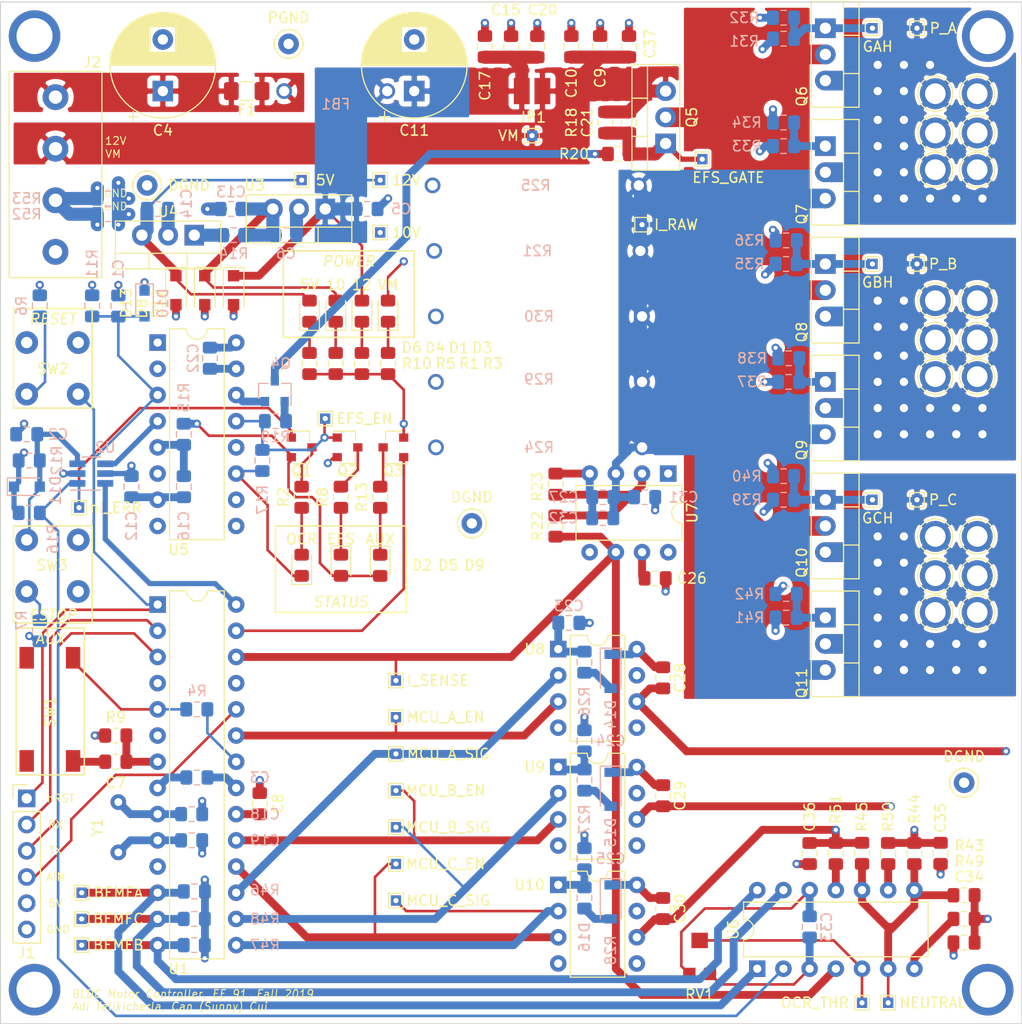
<source format=kicad_pcb>
(kicad_pcb (version 20171130) (host pcbnew "(5.1.4)-1")
  (layers (0 F.Cu signal) (1 In1.Cu power) (2 In2.Cu power) (31 B.Cu signal) (34 B.Paste user) (35 F.Paste user) (36 B.SilkS user) (37 F.SilkS user) (38 B.Mask user) (39 F.Mask user) (44 Edge.Cuts user))
  (net 0 "")
  (net 1 GNDD)
  (net 2 /nRESET)
  (net 3 /nESTOP)
  (net 4 "Net-(C3-Pad1)")
  (net 5 +BATT)
  (net 6 +12V)
  (net 7 +10V)
  (net 8 +5V)
  (net 9 "Net-(C16-Pad1)")
  (net 10 "Net-(C18-Pad2)")
  (net 11 "Net-(C19-Pad1)")
  (net 12 "Net-(C21-Pad2)")
  (net 13 /I_RAW)
  (net 14 PhaseA)
  (net 15 "Net-(C28-Pad1)")
  (net 16 PhaseB)
  (net 17 "Net-(C29-Pad1)")
  (net 18 PhaseC)
  (net 19 "Net-(C30-Pad1)")
  (net 20 "Net-(D2-Pad2)")
  (net 21 "Net-(D5-Pad1)")
  (net 22 "Net-(D9-Pad1)")
  (net 23 "Net-(D14-Pad2)")
  (net 24 "Net-(D15-Pad2)")
  (net 25 "Net-(D16-Pad2)")
  (net 26 "Net-(F1-Pad1)")
  (net 27 /TXD)
  (net 28 /RXD)
  (net 29 VBUS)
  (net 30 /EFUSE_EN)
  (net 31 /AUX_OUT)
  (net 32 "Net-(Q4-Pad3)")
  (net 33 "Net-(Q6-Pad1)")
  (net 34 "Net-(Q7-Pad1)")
  (net 35 "Net-(Q8-Pad1)")
  (net 36 "Net-(Q9-Pad1)")
  (net 37 "Net-(Q10-Pad1)")
  (net 38 "Net-(Q11-Pad1)")
  (net 39 /AUX_IN)
  (net 40 "Net-(R6-Pad1)")
  (net 41 "Net-(R7-Pad1)")
  (net 42 "Net-(R9-Pad2)")
  (net 43 "Net-(R14-Pad1)")
  (net 44 /nI_ERR)
  (net 45 "Net-(R22-Pad2)")
  (net 46 /I_SENSE)
  (net 47 "Net-(R31-Pad2)")
  (net 48 "Net-(R33-Pad2)")
  (net 49 "Net-(R35-Pad2)")
  (net 50 "Net-(R37-Pad2)")
  (net 51 "Net-(R39-Pad2)")
  (net 52 "Net-(R41-Pad2)")
  (net 53 /NEUTRAL)
  (net 54 /BEMF_A)
  (net 55 /BEMF_B)
  (net 56 /BEMF_C)
  (net 57 "Net-(RV1-Pad2)")
  (net 58 /MCU_A_EN)
  (net 59 /nMCU_ERR)
  (net 60 /MCU_C_EN)
  (net 61 /MCU_B_EN)
  (net 62 "Net-(U1-Pad4)")
  (net 63 /MCU_C_SIG)
  (net 64 /MCU_B_SIG)
  (net 65 /MCU_A_SIG)
  (net 66 "Net-(U2-Pad4)")
  (net 67 "Net-(U5-Pad10)")
  (net 68 "Net-(U5-Pad2)")
  (net 69 "Net-(U5-Pad9)")
  (net 70 "Net-(U5-Pad1)")
  (net 71 "Net-(U7-Pad8)")
  (net 72 "Net-(U7-Pad5)")
  (net 73 "Net-(U7-Pad1)")
  (net 74 Vdrive)
  (net 75 "Net-(R49-Pad2)")
  (net 76 "Net-(R50-Pad2)")
  (net 77 "Net-(R51-Pad2)")
  (net 78 "Net-(Q4-Pad1)")
  (net 79 "Net-(U1-Pad25)")
  (net 80 "Net-(U1-Pad6)")
  (net 81 "Net-(Q2-Pad3)")
  (net 82 "Net-(Q3-Pad3)")
  (net 83 "Net-(U1-Pad11)")
  (net 84 GNDPWR)
  (net 85 "Net-(D1-Pad1)")
  (net 86 "Net-(D3-Pad1)")
  (net 87 "Net-(D4-Pad1)")
  (net 88 "Net-(D6-Pad1)")
  (net 89 /ANALOG_IN)
  (net 90 "Net-(Q1-Pad3)")
  (module TestPoint:TestPoint_Plated_Hole_D2.0mm (layer F.Cu) (at 195.072 93.726)
    (fp_text reference REF** hide)
    (fp_text value TestPoint_Plated_Hole_D2.0mm)
    (pad 1 thru_hole circle (at 0 0) (size 3 3) (drill 2) (layers *.Cu *.Mask) (net 18 PhaseC))
  )
  (module TestPoint:TestPoint_Plated_Hole_D2.0mm (layer F.Cu) (at 191.008 97.536)
    (fp_text reference REF** hide)
    (fp_text value TestPoint_Plated_Hole_D2.0mm)
    (pad 1 thru_hole circle (at 0 0) (size 3 3) (drill 2) (layers *.Cu *.Mask) (net 18 PhaseC))
  )
  (module TestPoint:TestPoint_Plated_Hole_D2.0mm (layer F.Cu) (at 191.008 93.726)
    (fp_text reference REF** hide)
    (fp_text value TestPoint_Plated_Hole_D2.0mm)
    (pad 1 thru_hole circle (at 0 0) (size 3 3) (drill 2) (layers *.Cu *.Mask) (net 18 PhaseC))
  )
  (module TestPoint:TestPoint_Plated_Hole_D2.0mm (layer F.Cu) (at 195.072 101.092)
    (fp_text reference REF** hide)
    (fp_text value TestPoint_Plated_Hole_D2.0mm)
    (pad 1 thru_hole circle (at 0 0) (size 3 3) (drill 2) (layers *.Cu *.Mask) (net 18 PhaseC))
  )
  (module TestPoint:TestPoint_Plated_Hole_D2.0mm (layer F.Cu) (at 191.008 101.092)
    (fp_text reference REF** hide)
    (fp_text value TestPoint_Plated_Hole_D2.0mm)
    (pad 1 thru_hole circle (at 0 0) (size 3 3) (drill 2) (layers *.Cu *.Mask) (net 18 PhaseC))
  )
  (module TestPoint:TestPoint_Plated_Hole_D2.0mm (layer F.Cu) (at 195.072 97.536)
    (fp_text reference REF** hide)
    (fp_text value TestPoint_Plated_Hole_D2.0mm)
    (pad 1 thru_hole circle (at 0 0) (size 3 3) (drill 2) (layers *.Cu *.Mask) (net 18 PhaseC))
  )
  (module TestPoint:TestPoint_Plated_Hole_D2.0mm (layer F.Cu) (at 195.072 70.866)
    (fp_text reference REF** hide)
    (fp_text value TestPoint_Plated_Hole_D2.0mm)
    (pad 1 thru_hole circle (at 0 0) (size 3 3) (drill 2) (layers *.Cu *.Mask) (net 16 PhaseB))
  )
  (module TestPoint:TestPoint_Plated_Hole_D2.0mm (layer F.Cu) (at 191.008 74.676)
    (fp_text reference REF** hide)
    (fp_text value TestPoint_Plated_Hole_D2.0mm)
    (pad 1 thru_hole circle (at 0 0) (size 3 3) (drill 2) (layers *.Cu *.Mask) (net 16 PhaseB))
  )
  (module TestPoint:TestPoint_Plated_Hole_D2.0mm (layer F.Cu) (at 191.008 78.232)
    (fp_text reference REF** hide)
    (fp_text value TestPoint_Plated_Hole_D2.0mm)
    (pad 1 thru_hole circle (at 0 0) (size 3 3) (drill 2) (layers *.Cu *.Mask) (net 16 PhaseB))
  )
  (module TestPoint:TestPoint_Plated_Hole_D2.0mm (layer F.Cu) (at 195.072 78.232)
    (fp_text reference REF** hide)
    (fp_text value TestPoint_Plated_Hole_D2.0mm)
    (pad 1 thru_hole circle (at 0 0) (size 3 3) (drill 2) (layers *.Cu *.Mask) (net 16 PhaseB))
  )
  (module TestPoint:TestPoint_Plated_Hole_D2.0mm (layer F.Cu) (at 195.072 74.676)
    (fp_text reference REF** hide)
    (fp_text value TestPoint_Plated_Hole_D2.0mm)
    (pad 1 thru_hole circle (at 0 0) (size 3 3) (drill 2) (layers *.Cu *.Mask) (net 16 PhaseB))
  )
  (module TestPoint:TestPoint_Plated_Hole_D2.0mm (layer F.Cu) (at 191.008 70.866)
    (fp_text reference REF** hide)
    (fp_text value TestPoint_Plated_Hole_D2.0mm)
    (pad 1 thru_hole circle (at 0 0) (size 3 3) (drill 2) (layers *.Cu *.Mask) (net 16 PhaseB))
  )
  (module TestPoint:TestPoint_Plated_Hole_D2.0mm (layer F.Cu) (at 191.008 54.61)
    (fp_text reference REF** hide)
    (fp_text value TestPoint_Plated_Hole_D2.0mm)
    (pad 1 thru_hole circle (at 0 0) (size 3 3) (drill 2) (layers *.Cu *.Mask) (net 14 PhaseA))
  )
  (module TestPoint:TestPoint_Plated_Hole_D2.0mm (layer F.Cu) (at 191.008 58.166)
    (fp_text reference REF** hide)
    (fp_text value TestPoint_Plated_Hole_D2.0mm)
    (pad 1 thru_hole circle (at 0 0) (size 3 3) (drill 2) (layers *.Cu *.Mask) (net 14 PhaseA))
  )
  (module TestPoint:TestPoint_Plated_Hole_D2.0mm (layer F.Cu) (at 195.072 58.166)
    (fp_text reference REF** hide)
    (fp_text value TestPoint_Plated_Hole_D2.0mm)
    (pad 1 thru_hole circle (at 0 0) (size 3 3) (drill 2) (layers *.Cu *.Mask) (net 14 PhaseA))
  )
  (module TestPoint:TestPoint_Plated_Hole_D2.0mm (layer F.Cu) (at 195.072 54.61)
    (fp_text reference REF** hide)
    (fp_text value TestPoint_Plated_Hole_D2.0mm)
    (pad 1 thru_hole circle (at 0 0) (size 3 3) (drill 2) (layers *.Cu *.Mask) (net 14 PhaseA))
  )
  (module TestPoint:TestPoint_Plated_Hole_D2.0mm (layer F.Cu) (at 191.008 50.8)
    (fp_text reference REF** hide)
    (fp_text value TestPoint_Plated_Hole_D2.0mm)
    (pad 1 thru_hole circle (at 0 0) (size 3 3) (drill 2) (layers *.Cu *.Mask) (net 14 PhaseA))
  )
  (module TestPoint:TestPoint_Plated_Hole_D2.0mm (layer F.Cu) (at 195.072 50.8)
    (fp_text reference REF** hide)
    (fp_text value TestPoint_Plated_Hole_D2.0mm)
    (pad 1 thru_hole circle (at 0 0) (size 3 3) (drill 2) (layers *.Cu *.Mask) (net 14 PhaseA))
  )
  (module TestPoint:TestPoint_THTPad_1.0x1.0mm_Drill0.5mm (layer F.Cu) (at 138.684 107.696)
    (fp_text reference TP30 hide)
    (fp_text value TestPoint)
    (pad 1 thru_hole rect (at 0 0) (size 1 1) (drill 0.5) (layers *.Cu *.Mask) (net 46 /I_SENSE))
  )
  (module TestPoint:TestPoint_Keystone_5000-5004_Miniature (layer F.Cu) (at 114.554 59.69)
    (fp_text reference TP29 hide)
    (fp_text value TestPoint)
    (pad 1 thru_hole circle (at 0 0) (size 2 2) (drill 1) (layers *.Cu *.Mask) (net 1 GNDD))
  )
  (module TestPoint:TestPoint_THTPad_1.0x1.0mm_Drill0.5mm (layer F.Cu) (at 151.892 54.864)
    (fp_text reference TP28 hide)
    (fp_text value TestPoint)
    (pad 1 thru_hole rect (at 0 0) (size 1 1) (drill 0.5) (layers *.Cu *.Mask) (net 74 Vdrive))
  )
  (module TestPoint:TestPoint_THTPad_1.0x1.0mm_Drill0.5mm (layer F.Cu) (at 129.54 59.182)
    (fp_text reference TP27 hide)
    (fp_text value TestPoint)
    (pad 1 thru_hole rect (at 0 0) (size 1 1) (drill 0.5) (layers *.Cu *.Mask) (net 8 +5V))
  )
  (module TestPoint:TestPoint_THTPad_1.0x1.0mm_Drill0.5mm (layer F.Cu) (at 137.16 64.262)
    (fp_text reference TP26 hide)
    (fp_text value TestPoint)
    (pad 1 thru_hole rect (at 0 0) (size 1 1) (drill 0.5) (layers *.Cu *.Mask) (net 7 +10V))
  )
  (module TestPoint:TestPoint_THTPad_1.0x1.0mm_Drill0.5mm (layer F.Cu) (at 137.16 59.182)
    (fp_text reference TP25 hide)
    (fp_text value TestPoint)
    (pad 1 thru_hole rect (at 0 0) (size 1 1) (drill 0.5) (layers *.Cu *.Mask) (net 6 +12V))
  )
  (module TestPoint:TestPoint_THTPad_1.0x1.0mm_Drill0.5mm (layer F.Cu) (at 138.684 118.364)
    (fp_text reference TP24 hide)
    (fp_text value TestPoint)
    (pad 1 thru_hole rect (at 0 0) (size 1 1) (drill 0.5) (layers *.Cu *.Mask) (net 61 /MCU_B_EN))
  )
  (module TestPoint:TestPoint_THTPad_1.0x1.0mm_Drill0.5mm (layer F.Cu) (at 138.684 125.476)
    (fp_text reference TP23 hide)
    (fp_text value TestPoint)
    (pad 1 thru_hole rect (at 0 0) (size 1 1) (drill 0.5) (layers *.Cu *.Mask) (net 60 /MCU_C_EN))
  )
  (module TestPoint:TestPoint_THTPad_1.0x1.0mm_Drill0.5mm (layer F.Cu) (at 138.684 114.808)
    (fp_text reference TP22 hide)
    (fp_text value TestPoint)
    (pad 1 thru_hole rect (at 0 0) (size 1 1) (drill 0.5) (layers *.Cu *.Mask) (net 65 /MCU_A_SIG))
  )
  (module TestPoint:TestPoint_THTPad_1.0x1.0mm_Drill0.5mm (layer F.Cu) (at 138.684 121.92)
    (fp_text reference TP21 hide)
    (fp_text value TestPoint)
    (pad 1 thru_hole rect (at 0 0) (size 1 1) (drill 0.5) (layers *.Cu *.Mask) (net 64 /MCU_B_SIG))
  )
  (module TestPoint:TestPoint_THTPad_1.0x1.0mm_Drill0.5mm (layer F.Cu) (at 138.684 129.032)
    (fp_text reference TP20 hide)
    (fp_text value TestPoint)
    (pad 1 thru_hole rect (at 0 0) (size 1 1) (drill 0.5) (layers *.Cu *.Mask) (net 63 /MCU_C_SIG))
  )
  (module TestPoint:TestPoint_THTPad_1.0x1.0mm_Drill0.5mm (layer F.Cu) (at 138.684 111.252)
    (fp_text reference TP19 hide)
    (fp_text value TestPoint)
    (pad 1 thru_hole rect (at 0 0) (size 1 1) (drill 0.5) (layers *.Cu *.Mask) (net 58 /MCU_A_EN))
  )
  (module Potentiometer_SMD:Trimmer_Pot_SM (layer F.Cu) (at 168.148 136.144)
    (fp_text reference RV1 (at 0 2) (layer F.SilkS))
    (fp_text value 5K)
    (pad 3 smd rect (at 1 0) (size 1.2 1.2) (layers F.Cu F.Paste F.Mask) (net 8 +5V))
    (pad 1 smd rect (at -1 0) (size 1.2 1.2) (layers F.Cu F.Paste F.Mask) (net 1 GNDD))
    (pad 2 smd rect (at 0 -3.25) (size 1.6 1.5) (layers F.Cu F.Paste F.Mask) (net 57 "Net-(RV1-Pad2)"))
  )
  (module TestPoint:TestPoint_Keystone_5000-5004_Miniature (layer F.Cu) (at 128.27 45.974)
    (fp_text reference TP18 hide)
    (fp_text value TestPoint)
    (pad 1 thru_hole circle (at 0 0) (size 2 2) (drill 1) (layers *.Cu *.Mask) (net 84 GNDPWR))
  )
  (module TestPoint:TestPoint_Keystone_5000-5004_Miniature (layer F.Cu) (at 193.802 117.602)
    (fp_text reference TP17 hide)
    (fp_text value TestPoint)
    (pad 1 thru_hole circle (at 0 0) (size 2 2) (drill 1) (layers *.Cu *.Mask) (net 1 GNDD))
  )
  (module TestPoint:TestPoint_Keystone_5000-5004_Miniature (layer F.Cu) (at 146.05 92.456)
    (fp_text reference TP12 hide)
    (fp_text value TestPoint)
    (pad 1 thru_hole circle (at 0 0) (size 2 2) (drill 1) (layers *.Cu *.Mask) (net 1 GNDD))
  )
  (module Resistor_SMD:R_0805_2012Metric_Pad1.15x1.40mm_HandSolder (layer F.Cu) (at 111.515 115.57 180)
    (fp_text reference R9 (at 0.009 4.318) (layer F.SilkS))
    (fp_text value 1K)
    (pad 2 smd roundrect (at 1.025 0 180) (size 1.15 1.4) (layers F.Cu F.Paste F.Mask) (roundrect_rratio 0.217391) (net 42 "Net-(R9-Pad2)"))
    (pad 1 smd roundrect (at -1.025 0 180) (size 1.15 1.4) (layers F.Cu F.Paste F.Mask) (roundrect_rratio 0.217391) (net 8 +5V))
  )
  (module Package_DIP:DIP-8_W7.62mm (layer F.Cu) (at 154.432 104.648)
    (fp_text reference U8 (at -2.286 0) (layer F.SilkS))
    (fp_text value IRS2004)
    (pad 8 thru_hole oval (at 7.62 0) (size 1.6 1.6) (drill 0.8) (layers *.Cu *.Mask) (net 15 "Net-(C28-Pad1)"))
    (pad 4 thru_hole oval (at 0 7.62) (size 1.6 1.6) (drill 0.8) (layers *.Cu *.Mask) (net 1 GNDD))
    (pad 7 thru_hole oval (at 7.62 2.54) (size 1.6 1.6) (drill 0.8) (layers *.Cu *.Mask) (net 47 "Net-(R31-Pad2)"))
    (pad 3 thru_hole oval (at 0 5.08) (size 1.6 1.6) (drill 0.8) (layers *.Cu *.Mask) (net 58 /MCU_A_EN))
    (pad 6 thru_hole oval (at 7.62 5.08) (size 1.6 1.6) (drill 0.8) (layers *.Cu *.Mask) (net 14 PhaseA))
    (pad 2 thru_hole oval (at 0 2.54) (size 1.6 1.6) (drill 0.8) (layers *.Cu *.Mask) (net 65 /MCU_A_SIG))
    (pad 5 thru_hole oval (at 7.62 7.62) (size 1.6 1.6) (drill 0.8) (layers *.Cu *.Mask) (net 48 "Net-(R33-Pad2)"))
    (pad 1 thru_hole rect (at 0 0) (size 1.6 1.6) (drill 0.8) (layers *.Cu *.Mask) (net 7 +10V))
  )
  (module Resistor_SMD:R_0805_2012Metric_Pad1.15x1.40mm_HandSolder (layer B.Cu) (at 119.126 130.81 180)
    (fp_text reference R48 (at -6.858 0) (layer B.SilkS) (effects (justify mirror)))
    (fp_text value 1K)
    (pad 2 smd roundrect (at 1.025 0 180) (size 1.15 1.4) (layers B.Cu B.Paste B.Mask) (roundrect_rratio 0.217391) (net 56 /BEMF_C))
    (pad 1 smd roundrect (at -1.025 0 180) (size 1.15 1.4) (layers B.Cu B.Paste B.Mask) (roundrect_rratio 0.217391) (net 8 +5V))
  )
  (module Resistor_SMD:R_0805_2012Metric_Pad1.15x1.40mm_HandSolder (layer B.Cu) (at 119.135 128.143 180)
    (fp_text reference R46 (at -6.849 0.127) (layer B.SilkS) (effects (justify mirror)))
    (fp_text value 1K)
    (pad 2 smd roundrect (at 1.025 0 180) (size 1.15 1.4) (layers B.Cu B.Paste B.Mask) (roundrect_rratio 0.217391) (net 54 /BEMF_A))
    (pad 1 smd roundrect (at -1.025 0 180) (size 1.15 1.4) (layers B.Cu B.Paste B.Mask) (roundrect_rratio 0.217391) (net 8 +5V))
  )
  (module Capacitor_SMD:C_0805_2012Metric_Pad1.15x1.40mm_HandSolder (layer F.Cu) (at 161.29 46.228 90)
    (fp_text reference C37 (at 0.254 2.032 90) (layer F.SilkS))
    (fp_text value 0.1uF)
    (pad 2 smd roundrect (at 1.025 0 90) (size 1.15 1.4) (layers F.Cu F.Paste F.Mask) (roundrect_rratio 0.217391) (net 84 GNDPWR))
    (pad 1 smd roundrect (at -1.025 0 90) (size 1.15 1.4) (layers F.Cu F.Paste F.Mask) (roundrect_rratio 0.217391) (net 74 Vdrive))
  )
  (module Capacitor_SMD:C_0805_2012Metric_Pad1.15x1.40mm_HandSolder (layer F.Cu) (at 155.702 46.228 90)
    (fp_text reference C10 (at -3.556 0 90) (layer F.SilkS))
    (fp_text value 1uF)
    (pad 2 smd roundrect (at 1.025 0 90) (size 1.15 1.4) (layers F.Cu F.Paste F.Mask) (roundrect_rratio 0.217391) (net 84 GNDPWR))
    (pad 1 smd roundrect (at -1.025 0 90) (size 1.15 1.4) (layers F.Cu F.Paste F.Mask) (roundrect_rratio 0.217391) (net 74 Vdrive))
  )
  (module Capacitor_SMD:C_0805_2012Metric_Pad1.15x1.40mm_HandSolder (layer F.Cu) (at 158.496 46.228 90)
    (fp_text reference C9 (at -3.048 0 90) (layer F.SilkS))
    (fp_text value 22uF)
    (pad 2 smd roundrect (at 1.025 0 90) (size 1.15 1.4) (layers F.Cu F.Paste F.Mask) (roundrect_rratio 0.217391) (net 84 GNDPWR))
    (pad 1 smd roundrect (at -1.025 0 90) (size 1.15 1.4) (layers F.Cu F.Paste F.Mask) (roundrect_rratio 0.217391) (net 74 Vdrive))
  )
  (module Resistor_SMD:R_0805_2012Metric_Pad1.15x1.40mm_HandSolder (layer B.Cu) (at 110.744 60.96)
    (fp_text reference R53 (at -7.874 0) (layer B.SilkS) (effects (justify mirror)))
    (fp_text value 0)
    (pad 2 smd roundrect (at 1.025 0) (size 1.15 1.4) (layers B.Cu B.Paste B.Mask) (roundrect_rratio 0.217391) (net 1 GNDD))
    (pad 1 smd roundrect (at -1.025 0) (size 1.15 1.4) (layers B.Cu B.Paste B.Mask) (roundrect_rratio 0.217391) (net 84 GNDPWR))
  )
  (module Resistor_SMD:R_0805_2012Metric_Pad1.15x1.40mm_HandSolder (layer B.Cu) (at 110.744 62.484)
    (fp_text reference R52 (at -7.874 0) (layer B.SilkS) (effects (justify mirror)))
    (fp_text value 0)
    (pad 2 smd roundrect (at 1.025 0) (size 1.15 1.4) (layers B.Cu B.Paste B.Mask) (roundrect_rratio 0.217391) (net 1 GNDD))
    (pad 1 smd roundrect (at -1.025 0) (size 1.15 1.4) (layers B.Cu B.Paste B.Mask) (roundrect_rratio 0.217391) (net 84 GNDPWR))
  )
  (module Resistor_SMD:R_0805_2012Metric_Pad1.15x1.40mm_HandSolder (layer F.Cu) (at 132.842 76.962 270)
    (fp_text reference R5 (at -0.009 -10.668 180) (layer F.SilkS))
    (fp_text value 800)
    (pad 1 smd roundrect (at -1.025 0 270) (size 1.15 1.4) (layers F.Cu F.Paste F.Mask) (roundrect_rratio 0.217391) (net 87 "Net-(D4-Pad1)"))
    (pad 2 smd roundrect (at 1.025 0 270) (size 1.15 1.4) (layers F.Cu F.Paste F.Mask) (roundrect_rratio 0.217391) (net 1 GNDD))
  )
  (module Connector:Terminal_Block_4Pin_TH (layer F.Cu) (at 105.664 58.634 270)
    (fp_text reference J2 (at -10.882 -3.556 180) (layer F.SilkS))
    (fp_text value Screw_Terminal_01x04)
    (pad 4 thru_hole circle (at 7.5 0 270) (size 2.5 2.5) (drill 1.3) (layers *.Cu *.Mask) (net 84 GNDPWR))
    (pad 3 thru_hole circle (at 2.5 0 270) (size 2.5 2.5) (drill 1.3) (layers *.Cu *.Mask) (net 84 GNDPWR))
    (pad 2 thru_hole circle (at -2.5 0 270) (size 2.5 2.5) (drill 1.3) (layers *.Cu *.Mask) (net 74 Vdrive))
    (pad 1 thru_hole circle (at -7.5 0 270) (size 2.5 2.5) (drill 1.3) (layers *.Cu *.Mask) (net 5 +BATT))
  )
  (module TestPoint:TestPoint_THTPad_1.0x1.0mm_Drill0.5mm (layer F.Cu) (at 189.23 90.17)
    (fp_text reference TP8 hide)
    (fp_text value TestPoint)
    (pad 1 thru_hole rect (at 0 0) (size 1 1) (drill 0.5) (layers *.Cu *.Mask) (net 18 PhaseC))
  )
  (module TestPoint:TestPoint_THTPad_1.0x1.0mm_Drill0.5mm (layer F.Cu) (at 189.23 67.31)
    (fp_text reference TP7 hide)
    (fp_text value TestPoint)
    (pad 1 thru_hole rect (at 0 0) (size 1 1) (drill 0.5) (layers *.Cu *.Mask) (net 16 PhaseB))
  )
  (module TestPoint:TestPoint_THTPad_1.0x1.0mm_Drill0.5mm (layer F.Cu) (at 189.23 44.45)
    (fp_text reference TP6 hide)
    (fp_text value TestPoint)
    (pad 1 thru_hole rect (at 0 0) (size 1 1) (drill 0.5) (layers *.Cu *.Mask) (net 14 PhaseA))
  )
  (module Button_Switch_THT:Pushbutton_Switch_TH (layer F.Cu) (at 107.87 96.56 90)
    (fp_text reference SW3 (at 0.04 -2.54 180) (layer F.SilkS))
    (fp_text value "D6C40 F1 LFS")
    (pad 4 thru_hole circle (at 2.5 0 90) (size 2.2 2.2) (drill 1.1) (layers *.Cu *.Mask))
    (pad 2 thru_hole circle (at 2.5 -5 90) (size 2.2 2.2) (drill 1.1) (layers *.Cu *.Mask) (net 3 /nESTOP))
    (pad 1 thru_hole circle (at -2.5 -5 90) (size 2.2 2.2) (drill 1.1) (layers *.Cu *.Mask) (net 41 "Net-(R7-Pad1)"))
    (pad 3 thru_hole circle (at -2.5 0 90) (size 2.2 2.2) (drill 1.1) (layers *.Cu *.Mask))
  )
  (module Package_TO_SOT_SMD:SOT-23 (layer F.Cu) (at 138.44 85.09 180)
    (fp_text reference Q3 (at 0.01 -2.286) (layer F.SilkS))
    (fp_text value DMN65D8L-7)
    (pad 3 smd rect (at 1 0 180) (size 0.9 0.8) (layers F.Cu F.Paste F.Mask) (net 82 "Net-(Q3-Pad3)"))
    (pad 2 smd rect (at -1 0.95 180) (size 0.9 0.8) (layers F.Cu F.Paste F.Mask) (net 1 GNDD))
    (pad 1 smd rect (at -1 -0.95 180) (size 0.9 0.8) (layers F.Cu F.Paste F.Mask) (net 31 /AUX_OUT))
  )
  (module Package_TO_SOT_SMD:SOT-23 (layer F.Cu) (at 133.99 85.09)
    (fp_text reference Q2 (at 0 2.286) (layer F.SilkS))
    (fp_text value DMN65D8L-7)
    (pad 3 smd rect (at 1 0) (size 0.9 0.8) (layers F.Cu F.Paste F.Mask) (net 81 "Net-(Q2-Pad3)"))
    (pad 2 smd rect (at -1 0.95) (size 0.9 0.8) (layers F.Cu F.Paste F.Mask) (net 1 GNDD))
    (pad 1 smd rect (at -1 -0.95) (size 0.9 0.8) (layers F.Cu F.Paste F.Mask) (net 30 /EFUSE_EN))
  )
  (module Package_TO_SOT_SMD:SOT-23 (layer F.Cu) (at 129.54 85.09)
    (fp_text reference Q1 (at 0 2.286 180) (layer F.SilkS))
    (fp_text value 2N7002E)
    (pad 3 smd rect (at 1 0) (size 0.9 0.8) (layers F.Cu F.Paste F.Mask) (net 90 "Net-(Q1-Pad3)"))
    (pad 2 smd rect (at -1 0.95) (size 0.9 0.8) (layers F.Cu F.Paste F.Mask) (net 8 +5V))
    (pad 1 smd rect (at -1 -0.95) (size 0.9 0.8) (layers F.Cu F.Paste F.Mask) (net 44 /nI_ERR))
  )
  (module Package_TO_SOT_SMD:SOT-23 (layer B.Cu) (at 126.939 79.645 90)
    (fp_text reference Q4 (at 2.683 0.569 180) (layer B.SilkS) (effects (justify mirror)))
    (fp_text value MMBT3904)
    (pad 3 smd rect (at 1 0 90) (size 0.9 0.8) (layers B.Cu B.Paste B.Mask) (net 32 "Net-(Q4-Pad3)"))
    (pad 2 smd rect (at -1 -0.95 90) (size 0.9 0.8) (layers B.Cu B.Paste B.Mask) (net 1 GNDD))
    (pad 1 smd rect (at -1 0.95 90) (size 0.9 0.8) (layers B.Cu B.Paste B.Mask) (net 78 "Net-(Q4-Pad1)"))
  )
  (module Diode_SMD:D_SOD-323_HandSoldering (layer B.Cu) (at 102.89 88.9)
    (fp_text reference D11 (at 2.774 0.381 90) (layer B.SilkS) (effects (justify mirror)))
    (fp_text value BAT54HT1G)
    (pad 2 smd rect (at 1.25 0) (size 1 1) (layers B.Cu B.Paste B.Mask) (net 3 /nESTOP))
    (pad 1 smd rect (at -1.25 0) (size 1 1) (layers B.Cu B.Paste B.Mask) (net 8 +5V))
  )
  (module Diode_SMD:D_SOD-323_HandSoldering (layer B.Cu) (at 114.3 71.14 270)
    (fp_text reference D10 (at -0.02 -1.778 90) (layer B.SilkS) (effects (justify mirror)))
    (fp_text value BAT54HT1G)
    (pad 2 smd rect (at 1.25 0 270) (size 1 1) (layers B.Cu B.Paste B.Mask) (net 2 /nRESET))
    (pad 1 smd rect (at -1.25 0 270) (size 1 1) (layers B.Cu B.Paste B.Mask) (net 8 +5V))
  )
  (module Diode_SMD:D_SOD-123F (layer F.Cu) (at 117.348 69.85 270)
    (fp_text reference D13 (at 1.27 4.826 90) (layer F.SilkS))
    (fp_text value SMF5.0A)
    (pad 2 smd rect (at 1.4 0 270) (size 1.1 1.1) (layers F.Cu F.Paste F.Mask) (net 1 GNDD))
    (pad 1 smd rect (at -1.4 0 270) (size 1.1 1.1) (layers F.Cu F.Paste F.Mask) (net 8 +5V))
  )
  (module Diode_SMD:D_SOD-123F (layer F.Cu) (at 122.936 69.85 270)
    (fp_text reference D12 (at 1.27 7.366 90) (layer F.SilkS))
    (fp_text value SMF12A)
    (pad 2 smd rect (at 1.4 0 270) (size 1.1 1.1) (layers F.Cu F.Paste F.Mask) (net 1 GNDD))
    (pad 1 smd rect (at -1.4 0 270) (size 1.1 1.1) (layers F.Cu F.Paste F.Mask) (net 6 +12V))
  )
  (module Diode_SMD:D_SOD-123F (layer F.Cu) (at 120.142 69.85 270)
    (fp_text reference D8 (at 1.778 6.096 90) (layer F.SilkS))
    (fp_text value SMF10A)
    (pad 2 smd rect (at 1.4 0 270) (size 1.1 1.1) (layers F.Cu F.Paste F.Mask) (net 1 GNDD))
    (pad 1 smd rect (at -1.4 0 270) (size 1.1 1.1) (layers F.Cu F.Paste F.Mask) (net 7 +10V))
  )
  (module Capacitor_SMD:C_0805_2012Metric_Pad1.15x1.40mm_HandSolder (layer B.Cu) (at 128.016 64.516)
    (fp_text reference C6 (at 0 1.778) (layer B.SilkS) (effects (justify mirror)))
    (fp_text value 0.22uF)
    (pad 2 smd roundrect (at 1.025 0) (size 1.15 1.4) (layers B.Cu B.Paste B.Mask) (roundrect_rratio 0.217391) (net 1 GNDD))
    (pad 1 smd roundrect (at -1.025 0) (size 1.15 1.4) (layers B.Cu B.Paste B.Mask) (roundrect_rratio 0.217391) (net 7 +10V))
  )
  (module Capacitor_SMD:C_0805_2012Metric_Pad1.15x1.40mm_HandSolder (layer B.Cu) (at 135.881 61.976)
    (fp_text reference C5 (at 3.311 0) (layer B.SilkS) (effects (justify mirror)))
    (fp_text value 0.33uF)
    (pad 2 smd roundrect (at 1.025 0) (size 1.15 1.4) (layers B.Cu B.Paste B.Mask) (roundrect_rratio 0.217391) (net 1 GNDD))
    (pad 1 smd roundrect (at -1.025 0) (size 1.15 1.4) (layers B.Cu B.Paste B.Mask) (roundrect_rratio 0.217391) (net 6 +12V))
  )
  (module Diode_SMD:D_SOD-123 (layer B.Cu) (at 159.512 129.158 270)
    (fp_text reference D16 (at 3.43 2.54 90) (layer B.SilkS) (effects (justify mirror)))
    (fp_text value 1N5819)
    (pad 2 smd rect (at 1.65 0 270) (size 0.9 1.2) (layers B.Cu B.Paste B.Mask) (net 25 "Net-(D16-Pad2)"))
    (pad 1 smd rect (at -1.65 0 270) (size 0.9 1.2) (layers B.Cu B.Paste B.Mask) (net 19 "Net-(C30-Pad1)"))
  )
  (module Diode_SMD:D_SOD-123 (layer B.Cu) (at 159.512 118.238 270)
    (fp_text reference D15 (at 4.19 0 90) (layer B.SilkS) (effects (justify mirror)))
    (fp_text value 1N5819)
    (pad 2 smd rect (at 1.65 0 270) (size 0.9 1.2) (layers B.Cu B.Paste B.Mask) (net 24 "Net-(D15-Pad2)"))
    (pad 1 smd rect (at -1.65 0 270) (size 0.9 1.2) (layers B.Cu B.Paste B.Mask) (net 17 "Net-(C29-Pad1)"))
  )
  (module Diode_SMD:D_SOD-123 (layer B.Cu) (at 159.512 106.808 270)
    (fp_text reference D14 (at 4.19 0 90) (layer B.SilkS) (effects (justify mirror)))
    (fp_text value 1N5819)
    (pad 2 smd rect (at 1.65 0 270) (size 0.9 1.2) (layers B.Cu B.Paste B.Mask) (net 23 "Net-(D14-Pad2)"))
    (pad 1 smd rect (at -1.65 0 270) (size 0.9 1.2) (layers B.Cu B.Paste B.Mask) (net 15 "Net-(C28-Pad1)"))
  )
  (module Resistor_SMD:R_0805_2012Metric_Pad1.15x1.40mm_HandSolder (layer F.Cu) (at 181.356 124.469 270)
    (fp_text reference R51 (at -4.327 0 90) (layer F.SilkS))
    (fp_text value 1K)
    (pad 2 smd roundrect (at 1.025 0 270) (size 1.15 1.4) (layers F.Cu F.Paste F.Mask) (roundrect_rratio 0.217391) (net 77 "Net-(R51-Pad2)"))
    (pad 1 smd roundrect (at -1.025 0 270) (size 1.15 1.4) (layers F.Cu F.Paste F.Mask) (roundrect_rratio 0.217391) (net 18 PhaseC))
  )
  (module Resistor_SMD:R_0805_2012Metric_Pad1.15x1.40mm_HandSolder (layer F.Cu) (at 186.436 124.469 270)
    (fp_text reference R50 (at -3.565 0 90) (layer F.SilkS))
    (fp_text value 1K)
    (pad 2 smd roundrect (at 1.025 0 270) (size 1.15 1.4) (layers F.Cu F.Paste F.Mask) (roundrect_rratio 0.217391) (net 76 "Net-(R50-Pad2)"))
    (pad 1 smd roundrect (at -1.025 0 270) (size 1.15 1.4) (layers F.Cu F.Paste F.Mask) (roundrect_rratio 0.217391) (net 16 PhaseB))
  )
  (module Resistor_SMD:R_0805_2012Metric_Pad1.15x1.40mm_HandSolder (layer F.Cu) (at 193.793 130.81 180)
    (fp_text reference R49 (at -0.517 5.588 180) (layer F.SilkS))
    (fp_text value 1K)
    (pad 2 smd roundrect (at 1.025 0 180) (size 1.15 1.4) (layers F.Cu F.Paste F.Mask) (roundrect_rratio 0.217391) (net 75 "Net-(R49-Pad2)"))
    (pad 1 smd roundrect (at -1.025 0 180) (size 1.15 1.4) (layers F.Cu F.Paste F.Mask) (roundrect_rratio 0.217391) (net 14 PhaseA))
  )
  (module Capacitor_SMD:C_0805_2012Metric_Pad1.15x1.40mm_HandSolder (layer F.Cu) (at 178.816 124.469 270)
    (fp_text reference C36 (at -3.565 0 270) (layer F.SilkS))
    (fp_text value 0.47uF)
    (pad 2 smd roundrect (at 1.025 0 270) (size 1.15 1.4) (layers F.Cu F.Paste F.Mask) (roundrect_rratio 0.217391) (net 1 GNDD))
    (pad 1 smd roundrect (at -1.025 0 270) (size 1.15 1.4) (layers F.Cu F.Paste F.Mask) (roundrect_rratio 0.217391) (net 18 PhaseC))
  )
  (module Capacitor_SMD:C_0805_2012Metric_Pad1.15x1.40mm_HandSolder (layer F.Cu) (at 191.516 124.451 270)
    (fp_text reference C35 (at -3.42 0 270) (layer F.SilkS))
    (fp_text value 0.47uF)
    (pad 2 smd roundrect (at 1.025 0 270) (size 1.15 1.4) (layers F.Cu F.Paste F.Mask) (roundrect_rratio 0.217391) (net 1 GNDD))
    (pad 1 smd roundrect (at -1.025 0 270) (size 1.15 1.4) (layers F.Cu F.Paste F.Mask) (roundrect_rratio 0.217391) (net 16 PhaseB))
  )
  (module Capacitor_SMD:C_0805_2012Metric_Pad1.15x1.40mm_HandSolder (layer F.Cu) (at 193.793 133.096 180)
    (fp_text reference C34 (at -0.517 6.35) (layer F.SilkS))
    (fp_text value 0.47uF)
    (pad 2 smd roundrect (at 1.025 0 180) (size 1.15 1.4) (layers F.Cu F.Paste F.Mask) (roundrect_rratio 0.217391) (net 1 GNDD))
    (pad 1 smd roundrect (at -1.025 0 180) (size 1.15 1.4) (layers F.Cu F.Paste F.Mask) (roundrect_rratio 0.217391) (net 14 PhaseA))
  )
  (module Package_DIP:DIP-8_W7.62mm (layer F.Cu) (at 154.432 127.508)
    (fp_text reference U10 (at -2.794 0) (layer F.SilkS))
    (fp_text value IRS2004)
    (pad 8 thru_hole oval (at 7.62 0) (size 1.6 1.6) (drill 0.8) (layers *.Cu *.Mask) (net 19 "Net-(C30-Pad1)"))
    (pad 4 thru_hole oval (at 0 7.62) (size 1.6 1.6) (drill 0.8) (layers *.Cu *.Mask) (net 1 GNDD))
    (pad 7 thru_hole oval (at 7.62 2.54) (size 1.6 1.6) (drill 0.8) (layers *.Cu *.Mask) (net 51 "Net-(R39-Pad2)"))
    (pad 3 thru_hole oval (at 0 5.08) (size 1.6 1.6) (drill 0.8) (layers *.Cu *.Mask) (net 60 /MCU_C_EN))
    (pad 6 thru_hole oval (at 7.62 5.08) (size 1.6 1.6) (drill 0.8) (layers *.Cu *.Mask) (net 18 PhaseC))
    (pad 2 thru_hole oval (at 0 2.54) (size 1.6 1.6) (drill 0.8) (layers *.Cu *.Mask) (net 63 /MCU_C_SIG))
    (pad 5 thru_hole oval (at 7.62 7.62) (size 1.6 1.6) (drill 0.8) (layers *.Cu *.Mask) (net 52 "Net-(R41-Pad2)"))
    (pad 1 thru_hole rect (at 0 0) (size 1.6 1.6) (drill 0.8) (layers *.Cu *.Mask) (net 7 +10V))
  )
  (module Package_DIP:DIP-8_W7.62mm (layer F.Cu) (at 154.432 116.078)
    (fp_text reference U9 (at -2.286 0) (layer F.SilkS))
    (fp_text value IRS2004)
    (pad 8 thru_hole oval (at 7.62 0) (size 1.6 1.6) (drill 0.8) (layers *.Cu *.Mask) (net 17 "Net-(C29-Pad1)"))
    (pad 4 thru_hole oval (at 0 7.62) (size 1.6 1.6) (drill 0.8) (layers *.Cu *.Mask) (net 1 GNDD))
    (pad 7 thru_hole oval (at 7.62 2.54) (size 1.6 1.6) (drill 0.8) (layers *.Cu *.Mask) (net 49 "Net-(R35-Pad2)"))
    (pad 3 thru_hole oval (at 0 5.08) (size 1.6 1.6) (drill 0.8) (layers *.Cu *.Mask) (net 61 /MCU_B_EN))
    (pad 6 thru_hole oval (at 7.62 5.08) (size 1.6 1.6) (drill 0.8) (layers *.Cu *.Mask) (net 16 PhaseB))
    (pad 2 thru_hole oval (at 0 2.54) (size 1.6 1.6) (drill 0.8) (layers *.Cu *.Mask) (net 64 /MCU_B_SIG))
    (pad 5 thru_hole oval (at 7.62 7.62) (size 1.6 1.6) (drill 0.8) (layers *.Cu *.Mask) (net 50 "Net-(R37-Pad2)"))
    (pad 1 thru_hole rect (at 0 0) (size 1.6 1.6) (drill 0.8) (layers *.Cu *.Mask) (net 7 +10V))
  )
  (module Crystal:Crystal_16MHz_TH (layer F.Cu) (at 111.76 121.92 270)
    (fp_text reference Y1 (at 0 2.032 90) (layer F.SilkS))
    (fp_text value 9B-16.000MBBK-B)
    (pad 1 thru_hole circle (at -2.44 0 270) (size 1.524 1.524) (drill 0.762) (layers *.Cu *.Mask) (net 10 "Net-(C18-Pad2)"))
    (pad 2 thru_hole circle (at 2.44 0 270) (size 1.524 1.524) (drill 0.762) (layers *.Cu *.Mask) (net 11 "Net-(C19-Pad1)"))
  )
  (module Package_DIP:DIP-8_W7.62mm (layer F.Cu) (at 165.1 87.63 270)
    (fp_text reference U7 (at 3.81 -2.33 90) (layer F.SilkS))
    (fp_text value MCP601-xP)
    (pad 8 thru_hole oval (at 7.62 0 270) (size 1.6 1.6) (drill 0.8) (layers *.Cu *.Mask) (net 71 "Net-(U7-Pad8)"))
    (pad 4 thru_hole oval (at 0 7.62 270) (size 1.6 1.6) (drill 0.8) (layers *.Cu *.Mask) (net 1 GNDD))
    (pad 7 thru_hole oval (at 7.62 2.54 270) (size 1.6 1.6) (drill 0.8) (layers *.Cu *.Mask) (net 8 +5V))
    (pad 3 thru_hole oval (at 0 5.08 270) (size 1.6 1.6) (drill 0.8) (layers *.Cu *.Mask) (net 13 /I_RAW))
    (pad 6 thru_hole oval (at 7.62 5.08 270) (size 1.6 1.6) (drill 0.8) (layers *.Cu *.Mask) (net 46 /I_SENSE))
    (pad 2 thru_hole oval (at 0 2.54 270) (size 1.6 1.6) (drill 0.8) (layers *.Cu *.Mask) (net 45 "Net-(R22-Pad2)"))
    (pad 5 thru_hole oval (at 7.62 7.62 270) (size 1.6 1.6) (drill 0.8) (layers *.Cu *.Mask) (net 72 "Net-(U7-Pad5)"))
    (pad 1 thru_hole rect (at 0 0 270) (size 1.6 1.6) (drill 0.8) (layers *.Cu *.Mask) (net 73 "Net-(U7-Pad1)"))
  )
  (module Package_DIP:DIP-14_W7.62mm (layer F.Cu) (at 173.736 135.636 90)
    (fp_text reference U6 (at 3.81 -2.33 90) (layer F.SilkS))
    (fp_text value LM339)
    (pad 14 thru_hole oval (at 7.62 0 90) (size 1.6 1.6) (drill 0.8) (layers *.Cu *.Mask) (net 55 /BEMF_B))
    (pad 7 thru_hole oval (at 0 15.24 90) (size 1.6 1.6) (drill 0.8) (layers *.Cu *.Mask) (net 75 "Net-(R49-Pad2)"))
    (pad 13 thru_hole oval (at 7.62 2.54 90) (size 1.6 1.6) (drill 0.8) (layers *.Cu *.Mask) (net 56 /BEMF_C))
    (pad 6 thru_hole oval (at 0 12.7 90) (size 1.6 1.6) (drill 0.8) (layers *.Cu *.Mask) (net 53 /NEUTRAL))
    (pad 12 thru_hole oval (at 7.62 5.08 90) (size 1.6 1.6) (drill 0.8) (layers *.Cu *.Mask) (net 1 GNDD))
    (pad 5 thru_hole oval (at 0 10.16 90) (size 1.6 1.6) (drill 0.8) (layers *.Cu *.Mask) (net 57 "Net-(RV1-Pad2)"))
    (pad 11 thru_hole oval (at 7.62 7.62 90) (size 1.6 1.6) (drill 0.8) (layers *.Cu *.Mask) (net 77 "Net-(R51-Pad2)"))
    (pad 4 thru_hole oval (at 0 7.62 90) (size 1.6 1.6) (drill 0.8) (layers *.Cu *.Mask) (net 46 /I_SENSE))
    (pad 10 thru_hole oval (at 7.62 10.16 90) (size 1.6 1.6) (drill 0.8) (layers *.Cu *.Mask) (net 53 /NEUTRAL))
    (pad 3 thru_hole oval (at 0 5.08 90) (size 1.6 1.6) (drill 0.8) (layers *.Cu *.Mask) (net 8 +5V))
    (pad 9 thru_hole oval (at 7.62 12.7 90) (size 1.6 1.6) (drill 0.8) (layers *.Cu *.Mask) (net 76 "Net-(R50-Pad2)"))
    (pad 2 thru_hole oval (at 0 2.54 90) (size 1.6 1.6) (drill 0.8) (layers *.Cu *.Mask) (net 44 /nI_ERR))
    (pad 8 thru_hole oval (at 7.62 15.24 90) (size 1.6 1.6) (drill 0.8) (layers *.Cu *.Mask) (net 53 /NEUTRAL))
    (pad 1 thru_hole rect (at 0 0 90) (size 1.6 1.6) (drill 0.8) (layers *.Cu *.Mask) (net 54 /BEMF_A))
  )
  (module Package_DIP:DIP-16_W7.62mm (layer F.Cu) (at 115.57 74.93)
    (fp_text reference U5 (at 2.032 20.066) (layer F.SilkS))
    (fp_text value CD4044BE)
    (pad 16 thru_hole oval (at 7.62 0) (size 1.6 1.6) (drill 0.8) (layers *.Cu *.Mask) (net 8 +5V))
    (pad 8 thru_hole oval (at 0 17.78) (size 1.6 1.6) (drill 0.8) (layers *.Cu *.Mask) (net 1 GNDD))
    (pad 15 thru_hole oval (at 7.62 2.54) (size 1.6 1.6) (drill 0.8) (layers *.Cu *.Mask) (net 1 GNDD))
    (pad 7 thru_hole oval (at 0 15.24) (size 1.6 1.6) (drill 0.8) (layers *.Cu *.Mask) (net 1 GNDD))
    (pad 14 thru_hole oval (at 7.62 5.08) (size 1.6 1.6) (drill 0.8) (layers *.Cu *.Mask) (net 1 GNDD))
    (pad 6 thru_hole oval (at 0 12.7) (size 1.6 1.6) (drill 0.8) (layers *.Cu *.Mask) (net 1 GNDD))
    (pad 13 thru_hole oval (at 7.62 7.62) (size 1.6 1.6) (drill 0.8) (layers *.Cu *.Mask) (net 30 /EFUSE_EN))
    (pad 5 thru_hole oval (at 0 10.16) (size 1.6 1.6) (drill 0.8) (layers *.Cu *.Mask) (net 9 "Net-(C16-Pad1)"))
    (pad 12 thru_hole oval (at 7.62 10.16) (size 1.6 1.6) (drill 0.8) (layers *.Cu *.Mask) (net 1 GNDD))
    (pad 4 thru_hole oval (at 0 7.62) (size 1.6 1.6) (drill 0.8) (layers *.Cu *.Mask) (net 66 "Net-(U2-Pad4)"))
    (pad 11 thru_hole oval (at 7.62 12.7) (size 1.6 1.6) (drill 0.8) (layers *.Cu *.Mask) (net 1 GNDD))
    (pad 3 thru_hole oval (at 0 5.08) (size 1.6 1.6) (drill 0.8) (layers *.Cu *.Mask) (net 2 /nRESET))
    (pad 10 thru_hole oval (at 7.62 15.24) (size 1.6 1.6) (drill 0.8) (layers *.Cu *.Mask) (net 67 "Net-(U5-Pad10)"))
    (pad 2 thru_hole oval (at 0 2.54) (size 1.6 1.6) (drill 0.8) (layers *.Cu *.Mask) (net 68 "Net-(U5-Pad2)"))
    (pad 9 thru_hole oval (at 7.62 17.78) (size 1.6 1.6) (drill 0.8) (layers *.Cu *.Mask) (net 69 "Net-(U5-Pad9)"))
    (pad 1 thru_hole rect (at 0 0) (size 1.6 1.6) (drill 0.8) (layers *.Cu *.Mask) (net 70 "Net-(U5-Pad1)"))
  )
  (module Package_TO_SOT_THT:TO-220-3_Vertical (layer F.Cu) (at 119.126 64.516 180)
    (fp_text reference U4 (at 2.54 2.286) (layer F.SilkS))
    (fp_text value LM7805_TO220)
    (pad 3 thru_hole oval (at 5.08 0 180) (size 1.905 2) (drill 1.1) (layers *.Cu *.Mask) (net 8 +5V))
    (pad 2 thru_hole oval (at 2.54 0 180) (size 1.905 2) (drill 1.1) (layers *.Cu *.Mask) (net 1 GNDD))
    (pad 1 thru_hole rect (at 0 0 180) (size 1.905 2) (drill 1.1) (layers *.Cu *.Mask) (net 43 "Net-(R14-Pad1)"))
  )
  (module Package_TO_SOT_THT:TO-220-3_Vertical (layer F.Cu) (at 131.826 61.976 180)
    (fp_text reference U3 (at 6.858 2.286) (layer F.SilkS))
    (fp_text value uA7810)
    (pad 3 thru_hole oval (at 5.08 0 180) (size 1.905 2) (drill 1.1) (layers *.Cu *.Mask) (net 7 +10V))
    (pad 2 thru_hole oval (at 2.54 0 180) (size 1.905 2) (drill 1.1) (layers *.Cu *.Mask) (net 1 GNDD))
    (pad 1 thru_hole rect (at 0 0 180) (size 1.905 2) (drill 1.1) (layers *.Cu *.Mask) (net 6 +12V))
  )
  (module Package_TO_SOT_SMD:SOT-23-6_Handsoldering (layer B.Cu) (at 109.14 87.63)
    (fp_text reference U2 (at 1.35 -2.54) (layer B.SilkS) (effects (justify mirror)))
    (fp_text value SN74LVC1G11DBVR)
    (pad 5 smd rect (at 1.35 0) (size 1.56 0.65) (layers B.Cu B.Paste B.Mask) (net 8 +5V))
    (pad 6 smd rect (at 1.35 0.95) (size 1.56 0.65) (layers B.Cu B.Paste B.Mask) (net 59 /nMCU_ERR))
    (pad 4 smd rect (at 1.35 -0.95) (size 1.56 0.65) (layers B.Cu B.Paste B.Mask) (net 66 "Net-(U2-Pad4)"))
    (pad 3 smd rect (at -1.35 -0.95) (size 1.56 0.65) (layers B.Cu B.Paste B.Mask) (net 3 /nESTOP))
    (pad 2 smd rect (at -1.35 0) (size 1.56 0.65) (layers B.Cu B.Paste B.Mask) (net 1 GNDD))
    (pad 1 smd rect (at -1.35 0.95) (size 1.56 0.65) (layers B.Cu B.Paste B.Mask) (net 44 /nI_ERR))
  )
  (module Package_DIP:DIP-28_W7.62mm (layer F.Cu) (at 115.57 100.33)
    (fp_text reference U1 (at 2.032 35.306) (layer F.SilkS))
    (fp_text value ATmega328P-PU)
    (pad 28 thru_hole oval (at 7.62 0) (size 1.6 1.6) (drill 0.8) (layers *.Cu *.Mask) (net 59 /nMCU_ERR))
    (pad 14 thru_hole oval (at 0 33.02) (size 1.6 1.6) (drill 0.8) (layers *.Cu *.Mask) (net 55 /BEMF_B))
    (pad 27 thru_hole oval (at 7.62 2.54) (size 1.6 1.6) (drill 0.8) (layers *.Cu *.Mask) (net 31 /AUX_OUT))
    (pad 13 thru_hole oval (at 0 30.48) (size 1.6 1.6) (drill 0.8) (layers *.Cu *.Mask) (net 56 /BEMF_C))
    (pad 26 thru_hole oval (at 7.62 5.08) (size 1.6 1.6) (drill 0.8) (layers *.Cu *.Mask) (net 46 /I_SENSE))
    (pad 12 thru_hole oval (at 0 27.94) (size 1.6 1.6) (drill 0.8) (layers *.Cu *.Mask) (net 54 /BEMF_A))
    (pad 25 thru_hole oval (at 7.62 7.62) (size 1.6 1.6) (drill 0.8) (layers *.Cu *.Mask) (net 79 "Net-(U1-Pad25)"))
    (pad 11 thru_hole oval (at 0 25.4) (size 1.6 1.6) (drill 0.8) (layers *.Cu *.Mask) (net 83 "Net-(U1-Pad11)"))
    (pad 24 thru_hole oval (at 7.62 10.16) (size 1.6 1.6) (drill 0.8) (layers *.Cu *.Mask) (net 89 /ANALOG_IN))
    (pad 10 thru_hole oval (at 0 22.86) (size 1.6 1.6) (drill 0.8) (layers *.Cu *.Mask) (net 11 "Net-(C19-Pad1)"))
    (pad 23 thru_hole oval (at 7.62 12.7) (size 1.6 1.6) (drill 0.8) (layers *.Cu *.Mask) (net 58 /MCU_A_EN))
    (pad 9 thru_hole oval (at 0 20.32) (size 1.6 1.6) (drill 0.8) (layers *.Cu *.Mask) (net 10 "Net-(C18-Pad2)"))
    (pad 22 thru_hole oval (at 7.62 15.24) (size 1.6 1.6) (drill 0.8) (layers *.Cu *.Mask) (net 1 GNDD))
    (pad 8 thru_hole oval (at 0 17.78) (size 1.6 1.6) (drill 0.8) (layers *.Cu *.Mask) (net 1 GNDD))
    (pad 21 thru_hole oval (at 7.62 17.78) (size 1.6 1.6) (drill 0.8) (layers *.Cu *.Mask) (net 4 "Net-(C3-Pad1)"))
    (pad 7 thru_hole oval (at 0 15.24) (size 1.6 1.6) (drill 0.8) (layers *.Cu *.Mask) (net 8 +5V))
    (pad 20 thru_hole oval (at 7.62 20.32) (size 1.6 1.6) (drill 0.8) (layers *.Cu *.Mask) (net 8 +5V))
    (pad 6 thru_hole oval (at 0 12.7) (size 1.6 1.6) (drill 0.8) (layers *.Cu *.Mask) (net 80 "Net-(U1-Pad6)"))
    (pad 19 thru_hole oval (at 7.62 22.86) (size 1.6 1.6) (drill 0.8) (layers *.Cu *.Mask) (net 61 /MCU_B_EN))
    (pad 5 thru_hole oval (at 0 10.16) (size 1.6 1.6) (drill 0.8) (layers *.Cu *.Mask) (net 39 /AUX_IN))
    (pad 18 thru_hole oval (at 7.62 25.4) (size 1.6 1.6) (drill 0.8) (layers *.Cu *.Mask) (net 60 /MCU_C_EN))
    (pad 4 thru_hole oval (at 0 7.62) (size 1.6 1.6) (drill 0.8) (layers *.Cu *.Mask) (net 62 "Net-(U1-Pad4)"))
    (pad 17 thru_hole oval (at 7.62 27.94) (size 1.6 1.6) (drill 0.8) (layers *.Cu *.Mask) (net 65 /MCU_A_SIG))
    (pad 3 thru_hole oval (at 0 5.08) (size 1.6 1.6) (drill 0.8) (layers *.Cu *.Mask) (net 27 /TXD))
    (pad 16 thru_hole oval (at 7.62 30.48) (size 1.6 1.6) (drill 0.8) (layers *.Cu *.Mask) (net 64 /MCU_B_SIG))
    (pad 2 thru_hole oval (at 0 2.54) (size 1.6 1.6) (drill 0.8) (layers *.Cu *.Mask) (net 28 /RXD))
    (pad 15 thru_hole oval (at 7.62 33.02) (size 1.6 1.6) (drill 0.8) (layers *.Cu *.Mask) (net 63 /MCU_C_SIG))
    (pad 1 thru_hole rect (at 0 0) (size 1.6 1.6) (drill 0.8) (layers *.Cu *.Mask) (net 2 /nRESET))
  )
  (module TestPoint:TestPoint_THTPad_1.0x1.0mm_Drill0.5mm (layer F.Cu) (at 186.436 138.938)
    (fp_text reference TP16 hide)
    (fp_text value TestPoint)
    (pad 1 thru_hole rect (at 0 0) (size 1 1) (drill 0.5) (layers *.Cu *.Mask) (net 53 /NEUTRAL))
  )
  (module TestPoint:TestPoint_THTPad_1.0x1.0mm_Drill0.5mm (layer F.Cu) (at 108.204 130.81)
    (fp_text reference TP15 hide)
    (fp_text value TestPoint)
    (pad 1 thru_hole rect (at 0 0) (size 1 1) (drill 0.5) (layers *.Cu *.Mask) (net 56 /BEMF_C))
  )
  (module TestPoint:TestPoint_THTPad_1.0x1.0mm_Drill0.5mm (layer F.Cu) (at 108.204 133.35)
    (fp_text reference TP14 hide)
    (fp_text value TestPoint)
    (pad 1 thru_hole rect (at 0 0) (size 1 1) (drill 0.5) (layers *.Cu *.Mask) (net 55 /BEMF_B))
  )
  (module TestPoint:TestPoint_THTPad_1.0x1.0mm_Drill0.5mm (layer F.Cu) (at 108.204 128.27)
    (fp_text reference TP13 hide)
    (fp_text value TestPoint)
    (pad 1 thru_hole rect (at 0 0) (size 1 1) (drill 0.5) (layers *.Cu *.Mask) (net 54 /BEMF_A))
  )
  (module TestPoint:TestPoint_THTPad_1.0x1.0mm_Drill0.5mm (layer F.Cu) (at 162.56 63.5)
    (fp_text reference TP1 hide)
    (fp_text value TestPoint)
    (pad 1 thru_hole rect (at 0 0) (size 1 1) (drill 0.5) (layers *.Cu *.Mask) (net 13 /I_RAW))
  )
  (module TestPoint:TestPoint_THTPad_1.0x1.0mm_Drill0.5mm (layer F.Cu) (at 184.912 90.17)
    (fp_text reference TP11 hide)
    (fp_text value TestPoint)
    (pad 1 thru_hole rect (at 0 0) (size 1 1) (drill 0.5) (layers *.Cu *.Mask) (net 37 "Net-(Q10-Pad1)"))
  )
  (module TestPoint:TestPoint_THTPad_1.0x1.0mm_Drill0.5mm (layer F.Cu) (at 184.912 67.31)
    (fp_text reference TP10 hide)
    (fp_text value TestPoint)
    (pad 1 thru_hole rect (at 0 0) (size 1 1) (drill 0.5) (layers *.Cu *.Mask) (net 35 "Net-(Q8-Pad1)"))
  )
  (module TestPoint:TestPoint_THTPad_1.0x1.0mm_Drill0.5mm (layer F.Cu) (at 184.912 44.45)
    (fp_text reference TP9 hide)
    (fp_text value TestPoint)
    (pad 1 thru_hole rect (at 0 0) (size 1 1) (drill 0.5) (layers *.Cu *.Mask) (net 33 "Net-(Q6-Pad1)"))
  )
  (module TestPoint:TestPoint_THTPad_1.0x1.0mm_Drill0.5mm (layer F.Cu) (at 168.402 57.15)
    (fp_text reference TP5 hide)
    (fp_text value TestPoint)
    (pad 1 thru_hole rect (at 0 0) (size 1 1) (drill 0.5) (layers *.Cu *.Mask) (net 12 "Net-(C21-Pad2)"))
  )
  (module TestPoint:TestPoint_THTPad_1.0x1.0mm_Drill0.5mm (layer F.Cu) (at 183.896 138.938)
    (fp_text reference TP4 hide)
    (fp_text value TestPoint)
    (pad 1 thru_hole rect (at 0 0) (size 1 1) (drill 0.5) (layers *.Cu *.Mask) (net 57 "Net-(RV1-Pad2)"))
  )
  (module TestPoint:TestPoint_THTPad_1.0x1.0mm_Drill0.5mm (layer F.Cu) (at 131.826 82.296)
    (fp_text reference TP3 hide)
    (fp_text value TestPoint)
    (pad 1 thru_hole rect (at 0 0) (size 1 1) (drill 0.5) (layers *.Cu *.Mask) (net 30 /EFUSE_EN))
  )
  (module TestPoint:TestPoint_THTPad_1.0x1.0mm_Drill0.5mm (layer F.Cu) (at 107.95 90.932)
    (fp_text reference TP2 hide)
    (fp_text value TestPoint)
    (pad 1 thru_hole rect (at 0 0) (size 1 1) (drill 0.5) (layers *.Cu *.Mask) (net 44 /nI_ERR))
  )
  (module Button_Switch_THT:Pushbutton_Switch_TH (layer F.Cu) (at 105.37 74.93 180)
    (fp_text reference SW2 (at -0.04 -2.54) (layer F.SilkS))
    (fp_text value "D6C50 F1 LFS")
    (pad 4 thru_hole circle (at 2.5 0 180) (size 2.2 2.2) (drill 1.1) (layers *.Cu *.Mask))
    (pad 2 thru_hole circle (at 2.5 -5 180) (size 2.2 2.2) (drill 1.1) (layers *.Cu *.Mask) (net 40 "Net-(R6-Pad1)"))
    (pad 1 thru_hole circle (at -2.5 -5 180) (size 2.2 2.2) (drill 1.1) (layers *.Cu *.Mask) (net 2 /nRESET))
    (pad 3 thru_hole circle (at -2.5 0 180) (size 2.2 2.2) (drill 1.1) (layers *.Cu *.Mask))
  )
  (module Button_Switch_SMD:Tactile_Switch_SM (layer F.Cu) (at 102.87 110.49 270)
    (fp_text reference SW1 (at 0.254 -2.286 90) (layer F.SilkS))
    (fp_text value 1301.9314)
    (pad 1 smd rect (at -5 -4.5 270) (size 2.1 1.4) (layers F.Cu F.Paste F.Mask) (net 39 /AUX_IN))
    (pad 3 smd rect (at -5 0 270) (size 2.1 1.4) (layers F.Cu F.Paste F.Mask))
    (pad 2 smd rect (at 5 -4.5 270) (size 2.1 1.4) (layers F.Cu F.Paste F.Mask) (net 42 "Net-(R9-Pad2)"))
    (pad 4 smd rect (at 5 0 270) (size 2.1 1.4) (layers F.Cu F.Paste F.Mask))
  )
  (module Resistor_SMD:R_0805_2012Metric_Pad1.15x1.40mm_HandSolder (layer B.Cu) (at 119.126 133.35 180)
    (fp_text reference R47 (at -6.858 0) (layer B.SilkS) (effects (justify mirror)))
    (fp_text value 1K)
    (pad 2 smd roundrect (at 1.025 0 180) (size 1.15 1.4) (layers B.Cu B.Paste B.Mask) (roundrect_rratio 0.217391) (net 55 /BEMF_B))
    (pad 1 smd roundrect (at -1.025 0 180) (size 1.15 1.4) (layers B.Cu B.Paste B.Mask) (roundrect_rratio 0.217391) (net 8 +5V))
  )
  (module Resistor_SMD:R_0805_2012Metric_Pad1.15x1.40mm_HandSolder (layer F.Cu) (at 183.896 124.451 90)
    (fp_text reference R45 (at 3.547 0 90) (layer F.SilkS))
    (fp_text value 10K)
    (pad 2 smd roundrect (at 1.025 0 90) (size 1.15 1.4) (layers F.Cu F.Paste F.Mask) (roundrect_rratio 0.217391) (net 18 PhaseC))
    (pad 1 smd roundrect (at -1.025 0 90) (size 1.15 1.4) (layers F.Cu F.Paste F.Mask) (roundrect_rratio 0.217391) (net 53 /NEUTRAL))
  )
  (module Resistor_SMD:R_0805_2012Metric_Pad1.15x1.40mm_HandSolder (layer F.Cu) (at 188.976 124.469 90)
    (fp_text reference R44 (at 4.327 0 90) (layer F.SilkS))
    (fp_text value 10K)
    (pad 2 smd roundrect (at 1.025 0 90) (size 1.15 1.4) (layers F.Cu F.Paste F.Mask) (roundrect_rratio 0.217391) (net 16 PhaseB))
    (pad 1 smd roundrect (at -1.025 0 90) (size 1.15 1.4) (layers F.Cu F.Paste F.Mask) (roundrect_rratio 0.217391) (net 53 /NEUTRAL))
  )
  (module Resistor_SMD:R_0805_2012Metric_Pad1.15x1.40mm_HandSolder (layer F.Cu) (at 193.793 128.515)
    (fp_text reference R43 (at 0.517 -4.817) (layer F.SilkS))
    (fp_text value 10K)
    (pad 2 smd roundrect (at 1.025 0) (size 1.15 1.4) (layers F.Cu F.Paste F.Mask) (roundrect_rratio 0.217391) (net 14 PhaseA))
    (pad 1 smd roundrect (at -1.025 0) (size 1.15 1.4) (layers F.Cu F.Paste F.Mask) (roundrect_rratio 0.217391) (net 53 /NEUTRAL))
  )
  (module Resistor_SMD:R_0805_2012Metric_Pad1.15x1.40mm_HandSolder (layer B.Cu) (at 176.539 99.305 180)
    (fp_text reference R42 (at 3.565 -0.009 180) (layer B.SilkS) (effects (justify mirror)))
    (fp_text value 100K)
    (pad 2 smd roundrect (at 1.025 0 180) (size 1.15 1.4) (layers B.Cu B.Paste B.Mask) (roundrect_rratio 0.217391) (net 1 GNDD))
    (pad 1 smd roundrect (at -1.025 0 180) (size 1.15 1.4) (layers B.Cu B.Paste B.Mask) (roundrect_rratio 0.217391) (net 38 "Net-(Q11-Pad1)"))
  )
  (module Resistor_SMD:R_0805_2012Metric_Pad1.15x1.40mm_HandSolder (layer B.Cu) (at 176.53 101.6 180)
    (fp_text reference R41 (at 3.556 0) (layer B.SilkS) (effects (justify mirror)))
    (fp_text value 10)
    (pad 2 smd roundrect (at 1.025 0 180) (size 1.15 1.4) (layers B.Cu B.Paste B.Mask) (roundrect_rratio 0.217391) (net 52 "Net-(R41-Pad2)"))
    (pad 1 smd roundrect (at -1.025 0 180) (size 1.15 1.4) (layers B.Cu B.Paste B.Mask) (roundrect_rratio 0.217391) (net 38 "Net-(Q11-Pad1)"))
  )
  (module Resistor_SMD:R_0805_2012Metric_Pad1.15x1.40mm_HandSolder (layer B.Cu) (at 176.285 87.884 180)
    (fp_text reference R40 (at 3.565 0 180) (layer B.SilkS) (effects (justify mirror)))
    (fp_text value 100K)
    (pad 2 smd roundrect (at 1.025 0 180) (size 1.15 1.4) (layers B.Cu B.Paste B.Mask) (roundrect_rratio 0.217391) (net 1 GNDD))
    (pad 1 smd roundrect (at -1.025 0 180) (size 1.15 1.4) (layers B.Cu B.Paste B.Mask) (roundrect_rratio 0.217391) (net 37 "Net-(Q10-Pad1)"))
  )
  (module Resistor_SMD:R_0805_2012Metric_Pad1.15x1.40mm_HandSolder (layer B.Cu) (at 176.285 90.17 180)
    (fp_text reference R39 (at 3.565 0) (layer B.SilkS) (effects (justify mirror)))
    (fp_text value 10)
    (pad 2 smd roundrect (at 1.025 0 180) (size 1.15 1.4) (layers B.Cu B.Paste B.Mask) (roundrect_rratio 0.217391) (net 51 "Net-(R39-Pad2)"))
    (pad 1 smd roundrect (at -1.025 0 180) (size 1.15 1.4) (layers B.Cu B.Paste B.Mask) (roundrect_rratio 0.217391) (net 37 "Net-(Q10-Pad1)"))
  )
  (module Resistor_SMD:R_0805_2012Metric_Pad1.15x1.40mm_HandSolder (layer B.Cu) (at 176.793 76.454 180)
    (fp_text reference R38 (at 3.565 0 180) (layer B.SilkS) (effects (justify mirror)))
    (fp_text value 100K)
    (pad 2 smd roundrect (at 1.025 0 180) (size 1.15 1.4) (layers B.Cu B.Paste B.Mask) (roundrect_rratio 0.217391) (net 1 GNDD))
    (pad 1 smd roundrect (at -1.025 0 180) (size 1.15 1.4) (layers B.Cu B.Paste B.Mask) (roundrect_rratio 0.217391) (net 36 "Net-(Q9-Pad1)"))
  )
  (module Resistor_SMD:R_0805_2012Metric_Pad1.15x1.40mm_HandSolder (layer B.Cu) (at 176.775 78.74 180)
    (fp_text reference R37 (at 3.547 0) (layer B.SilkS) (effects (justify mirror)))
    (fp_text value 10)
    (pad 2 smd roundrect (at 1.025 0 180) (size 1.15 1.4) (layers B.Cu B.Paste B.Mask) (roundrect_rratio 0.217391) (net 50 "Net-(R37-Pad2)"))
    (pad 1 smd roundrect (at -1.025 0 180) (size 1.15 1.4) (layers B.Cu B.Paste B.Mask) (roundrect_rratio 0.217391) (net 36 "Net-(Q9-Pad1)"))
  )
  (module Resistor_SMD:R_0805_2012Metric_Pad1.15x1.40mm_HandSolder (layer B.Cu) (at 176.539 65.024 180)
    (fp_text reference R36 (at 3.565 0 180) (layer B.SilkS) (effects (justify mirror)))
    (fp_text value 100K)
    (pad 2 smd roundrect (at 1.025 0 180) (size 1.15 1.4) (layers B.Cu B.Paste B.Mask) (roundrect_rratio 0.217391) (net 1 GNDD))
    (pad 1 smd roundrect (at -1.025 0 180) (size 1.15 1.4) (layers B.Cu B.Paste B.Mask) (roundrect_rratio 0.217391) (net 35 "Net-(Q8-Pad1)"))
  )
  (module Resistor_SMD:R_0805_2012Metric_Pad1.15x1.40mm_HandSolder (layer B.Cu) (at 176.53 67.31 180)
    (fp_text reference R35 (at 3.556 0) (layer B.SilkS) (effects (justify mirror)))
    (fp_text value 10)
    (pad 2 smd roundrect (at 1.025 0 180) (size 1.15 1.4) (layers B.Cu B.Paste B.Mask) (roundrect_rratio 0.217391) (net 49 "Net-(R35-Pad2)"))
    (pad 1 smd roundrect (at -1.025 0 180) (size 1.15 1.4) (layers B.Cu B.Paste B.Mask) (roundrect_rratio 0.217391) (net 35 "Net-(Q8-Pad1)"))
  )
  (module Resistor_SMD:R_0805_2012Metric_Pad1.15x1.40mm_HandSolder (layer B.Cu) (at 176.285 53.594 180)
    (fp_text reference R34 (at 3.565 0 180) (layer B.SilkS) (effects (justify mirror)))
    (fp_text value 100K)
    (pad 2 smd roundrect (at 1.025 0 180) (size 1.15 1.4) (layers B.Cu B.Paste B.Mask) (roundrect_rratio 0.217391) (net 1 GNDD))
    (pad 1 smd roundrect (at -1.025 0 180) (size 1.15 1.4) (layers B.Cu B.Paste B.Mask) (roundrect_rratio 0.217391) (net 34 "Net-(Q7-Pad1)"))
  )
  (module Resistor_SMD:R_0805_2012Metric_Pad1.15x1.40mm_HandSolder (layer B.Cu) (at 176.285 55.88 180)
    (fp_text reference R33 (at 3.565 0) (layer B.SilkS) (effects (justify mirror)))
    (fp_text value 10)
    (pad 2 smd roundrect (at 1.025 0 180) (size 1.15 1.4) (layers B.Cu B.Paste B.Mask) (roundrect_rratio 0.217391) (net 48 "Net-(R33-Pad2)"))
    (pad 1 smd roundrect (at -1.025 0 180) (size 1.15 1.4) (layers B.Cu B.Paste B.Mask) (roundrect_rratio 0.217391) (net 34 "Net-(Q7-Pad1)"))
  )
  (module Resistor_SMD:R_0805_2012Metric_Pad1.15x1.40mm_HandSolder (layer B.Cu) (at 176.285 43.434 180)
    (fp_text reference R32 (at 3.819 0 180) (layer B.SilkS) (effects (justify mirror)))
    (fp_text value 100K)
    (pad 2 smd roundrect (at 1.025 0 180) (size 1.15 1.4) (layers B.Cu B.Paste B.Mask) (roundrect_rratio 0.217391) (net 1 GNDD))
    (pad 1 smd roundrect (at -1.025 0 180) (size 1.15 1.4) (layers B.Cu B.Paste B.Mask) (roundrect_rratio 0.217391) (net 33 "Net-(Q6-Pad1)"))
  )
  (module Resistor_SMD:R_0805_2012Metric_Pad1.15x1.40mm_HandSolder (layer B.Cu) (at 176.285 45.466 180)
    (fp_text reference R31 (at 3.819 -0.254) (layer B.SilkS) (effects (justify mirror)))
    (fp_text value 10)
    (pad 2 smd roundrect (at 1.025 0 180) (size 1.15 1.4) (layers B.Cu B.Paste B.Mask) (roundrect_rratio 0.217391) (net 47 "Net-(R31-Pad2)"))
    (pad 1 smd roundrect (at -1.025 0 180) (size 1.15 1.4) (layers B.Cu B.Paste B.Mask) (roundrect_rratio 0.217391) (net 33 "Net-(Q6-Pad1)"))
  )
  (module Resistor_THT:Power_Resistor_TH (layer B.Cu) (at 152.56 72.39 180)
    (fp_text reference R30 (at 0 0) (layer B.SilkS) (effects (justify mirror)))
    (fp_text value 1)
    (pad 1 thru_hole circle (at -10 0 180) (size 1.524 1.524) (drill 1) (layers *.Cu *.Mask) (net 13 /I_RAW))
    (pad 2 thru_hole circle (at 10 0 180) (size 1.524 1.524) (drill 1) (layers *.Cu *.Mask) (net 84 GNDPWR))
  )
  (module Resistor_THT:Power_Resistor_TH (layer B.Cu) (at 152.56 78.74 180)
    (fp_text reference R29 (at 0 0.254) (layer B.SilkS) (effects (justify mirror)))
    (fp_text value 1)
    (pad 1 thru_hole circle (at -10 0 180) (size 1.524 1.524) (drill 1) (layers *.Cu *.Mask) (net 13 /I_RAW))
    (pad 2 thru_hole circle (at 10 0 180) (size 1.524 1.524) (drill 1) (layers *.Cu *.Mask) (net 84 GNDPWR))
  )
  (module Resistor_SMD:R_0805_2012Metric_Pad1.15x1.40mm_HandSolder (layer B.Cu) (at 156.972 128.778 90)
    (fp_text reference R28 (at -5.08 2.54 90) (layer B.SilkS) (effects (justify mirror)))
    (fp_text value 4.7)
    (pad 2 smd roundrect (at 1.025 0 90) (size 1.15 1.4) (layers B.Cu B.Paste B.Mask) (roundrect_rratio 0.217391) (net 7 +10V))
    (pad 1 smd roundrect (at -1.025 0 90) (size 1.15 1.4) (layers B.Cu B.Paste B.Mask) (roundrect_rratio 0.217391) (net 25 "Net-(D16-Pad2)"))
  )
  (module Resistor_SMD:R_0805_2012Metric_Pad1.15x1.40mm_HandSolder (layer B.Cu) (at 156.972 117.348 90)
    (fp_text reference R27 (at -3.81 0 90) (layer B.SilkS) (effects (justify mirror)))
    (fp_text value 4.7)
    (pad 2 smd roundrect (at 1.025 0 90) (size 1.15 1.4) (layers B.Cu B.Paste B.Mask) (roundrect_rratio 0.217391) (net 7 +10V))
    (pad 1 smd roundrect (at -1.025 0 90) (size 1.15 1.4) (layers B.Cu B.Paste B.Mask) (roundrect_rratio 0.217391) (net 24 "Net-(D15-Pad2)"))
  )
  (module Resistor_SMD:R_0805_2012Metric_Pad1.15x1.40mm_HandSolder (layer B.Cu) (at 156.972 105.918 90)
    (fp_text reference R26 (at -3.81 0 270) (layer B.SilkS) (effects (justify mirror)))
    (fp_text value 4.7)
    (pad 2 smd roundrect (at 1.025 0 90) (size 1.15 1.4) (layers B.Cu B.Paste B.Mask) (roundrect_rratio 0.217391) (net 7 +10V))
    (pad 1 smd roundrect (at -1.025 0 90) (size 1.15 1.4) (layers B.Cu B.Paste B.Mask) (roundrect_rratio 0.217391) (net 23 "Net-(D14-Pad2)"))
  )
  (module Resistor_THT:Power_Resistor_TH (layer B.Cu) (at 152.24 59.69 180)
    (fp_text reference R25 (at 0 0) (layer B.SilkS) (effects (justify mirror)))
    (fp_text value 1)
    (pad 1 thru_hole circle (at -10 0 180) (size 1.524 1.524) (drill 1) (layers *.Cu *.Mask) (net 13 /I_RAW))
    (pad 2 thru_hole circle (at 10 0 180) (size 1.524 1.524) (drill 1) (layers *.Cu *.Mask) (net 84 GNDPWR))
  )
  (module Resistor_THT:Power_Resistor_TH (layer B.Cu) (at 152.5702 85.09 180)
    (fp_text reference R24 (at 0 0) (layer B.SilkS) (effects (justify mirror)))
    (fp_text value 1)
    (pad 1 thru_hole circle (at -10 0 180) (size 1.524 1.524) (drill 1) (layers *.Cu *.Mask) (net 13 /I_RAW))
    (pad 2 thru_hole circle (at 10 0 180) (size 1.524 1.524) (drill 1) (layers *.Cu *.Mask) (net 84 GNDPWR))
  )
  (module Resistor_SMD:R_0805_2012Metric_Pad1.15x1.40mm_HandSolder (layer F.Cu) (at 154.178 88.655 90)
    (fp_text reference R23 (at -0.245 -1.778 90) (layer F.SilkS))
    (fp_text value 10K)
    (pad 2 smd roundrect (at 1.025 0 90) (size 1.15 1.4) (layers F.Cu F.Paste F.Mask) (roundrect_rratio 0.217391) (net 1 GNDD))
    (pad 1 smd roundrect (at -1.025 0 90) (size 1.15 1.4) (layers F.Cu F.Paste F.Mask) (roundrect_rratio 0.217391) (net 45 "Net-(R22-Pad2)"))
  )
  (module Resistor_SMD:R_0805_2012Metric_Pad1.15x1.40mm_HandSolder (layer F.Cu) (at 154.178 92.719 90)
    (fp_text reference R22 (at 0.009 -1.778 270) (layer F.SilkS))
    (fp_text value 40K)
    (pad 2 smd roundrect (at 1.025 0 90) (size 1.15 1.4) (layers F.Cu F.Paste F.Mask) (roundrect_rratio 0.217391) (net 45 "Net-(R22-Pad2)"))
    (pad 1 smd roundrect (at -1.025 0 90) (size 1.15 1.4) (layers F.Cu F.Paste F.Mask) (roundrect_rratio 0.217391) (net 46 /I_SENSE))
  )
  (module Resistor_THT:Power_Resistor_TH (layer B.Cu) (at 152.4 66.04 180)
    (fp_text reference R21 (at 0 0) (layer B.SilkS) (effects (justify mirror)))
    (fp_text value 1)
    (pad 2 thru_hole circle (at 10 0 180) (size 1.524 1.524) (drill 1) (layers *.Cu *.Mask) (net 84 GNDPWR))
    (pad 1 thru_hole circle (at -10 0 180) (size 1.524 1.524) (drill 1) (layers *.Cu *.Mask) (net 13 /I_RAW))
  )
  (module Resistor_SMD:R_0805_2012Metric_Pad1.15x1.40mm_HandSolder (layer F.Cu) (at 160.274 56.642 180)
    (fp_text reference R20 (at 4.318 0) (layer F.SilkS))
    (fp_text value 1K)
    (pad 1 smd roundrect (at -1.025 0 180) (size 1.15 1.4) (layers F.Cu F.Paste F.Mask) (roundrect_rratio 0.217391) (net 12 "Net-(C21-Pad2)"))
    (pad 2 smd roundrect (at 1.025 0 180) (size 1.15 1.4) (layers F.Cu F.Paste F.Mask) (roundrect_rratio 0.217391) (net 32 "Net-(Q4-Pad3)"))
  )
  (module Resistor_SMD:R_0805_2012Metric_Pad1.15x1.40mm_HandSolder (layer B.Cu) (at 127 82.55 180)
    (fp_text reference R19 (at 0 -1.524 180) (layer B.SilkS) (effects (justify mirror)))
    (fp_text value 3K)
    (pad 2 smd roundrect (at 1.025 0 180) (size 1.15 1.4) (layers B.Cu B.Paste B.Mask) (roundrect_rratio 0.217391) (net 30 /EFUSE_EN))
    (pad 1 smd roundrect (at -1.025 0 180) (size 1.15 1.4) (layers B.Cu B.Paste B.Mask) (roundrect_rratio 0.217391) (net 78 "Net-(Q4-Pad1)"))
  )
  (module Resistor_SMD:R_0805_2012Metric_Pad1.15x1.40mm_HandSolder (layer F.Cu) (at 159.004 53.594 270)
    (fp_text reference R18 (at 0 3.302 90) (layer F.SilkS))
    (fp_text value 10K)
    (pad 2 smd roundrect (at 1.025 0 270) (size 1.15 1.4) (layers F.Cu F.Paste F.Mask) (roundrect_rratio 0.217391) (net 12 "Net-(C21-Pad2)"))
    (pad 1 smd roundrect (at -1.025 0 270) (size 1.15 1.4) (layers F.Cu F.Paste F.Mask) (roundrect_rratio 0.217391) (net 74 Vdrive))
  )
  (module Resistor_SMD:R_0805_2012Metric_Pad1.15x1.40mm_HandSolder (layer B.Cu) (at 125.73 86.36 270)
    (fp_text reference R17 (at 3.81 0 90) (layer B.SilkS) (effects (justify mirror)))
    (fp_text value 10K)
    (pad 2 smd roundrect (at 1.025 0 270) (size 1.15 1.4) (layers B.Cu B.Paste B.Mask) (roundrect_rratio 0.217391) (net 1 GNDD))
    (pad 1 smd roundrect (at -1.025 0 270) (size 1.15 1.4) (layers B.Cu B.Paste B.Mask) (roundrect_rratio 0.217391) (net 30 /EFUSE_EN))
  )
  (module Resistor_SMD:R_0805_2012Metric_Pad1.15x1.40mm_HandSolder (layer B.Cu) (at 103.115 91.44)
    (fp_text reference R16 (at 2.295 2.54 90) (layer B.SilkS) (effects (justify mirror)))
    (fp_text value 1K)
    (pad 2 smd roundrect (at 1.025 0) (size 1.15 1.4) (layers B.Cu B.Paste B.Mask) (roundrect_rratio 0.217391) (net 44 /nI_ERR))
    (pad 1 smd roundrect (at -1.025 0) (size 1.15 1.4) (layers B.Cu B.Paste B.Mask) (roundrect_rratio 0.217391) (net 8 +5V))
  )
  (module Resistor_SMD:R_0805_2012Metric_Pad1.15x1.40mm_HandSolder (layer B.Cu) (at 118.11 83.82 270)
    (fp_text reference R15 (at -3.556 0 270) (layer B.SilkS) (effects (justify mirror)))
    (fp_text value 100K)
    (pad 2 smd roundrect (at 1.025 0 270) (size 1.15 1.4) (layers B.Cu B.Paste B.Mask) (roundrect_rratio 0.217391) (net 9 "Net-(C16-Pad1)"))
    (pad 1 smd roundrect (at -1.025 0 270) (size 1.15 1.4) (layers B.Cu B.Paste B.Mask) (roundrect_rratio 0.217391) (net 8 +5V))
  )
  (module Resistor_SMD:R_0805_2012Metric_Pad1.15x1.40mm_HandSolder (layer B.Cu) (at 122.945 64.516)
    (fp_text reference R14 (at -0.009 1.778) (layer B.SilkS) (effects (justify mirror)))
    (fp_text value 10)
    (pad 2 smd roundrect (at 1.025 0) (size 1.15 1.4) (layers B.Cu B.Paste B.Mask) (roundrect_rratio 0.217391) (net 7 +10V))
    (pad 1 smd roundrect (at -1.025 0) (size 1.15 1.4) (layers B.Cu B.Paste B.Mask) (roundrect_rratio 0.217391) (net 43 "Net-(R14-Pad1)"))
  )
  (module Resistor_SMD:R_0805_2012Metric_Pad1.15x1.40mm_HandSolder (layer F.Cu) (at 137.16 89.925 90)
    (fp_text reference R13 (at 0.009 -1.778 90) (layer F.SilkS))
    (fp_text value 300)
    (pad 2 smd roundrect (at 1.025 0 90) (size 1.15 1.4) (layers F.Cu F.Paste F.Mask) (roundrect_rratio 0.217391) (net 82 "Net-(Q3-Pad3)"))
    (pad 1 smd roundrect (at -1.025 0 90) (size 1.15 1.4) (layers F.Cu F.Paste F.Mask) (roundrect_rratio 0.217391) (net 22 "Net-(D9-Pad1)"))
  )
  (module Resistor_SMD:R_0805_2012Metric_Pad1.15x1.40mm_HandSolder (layer B.Cu) (at 103.115 86.36)
    (fp_text reference R12 (at 2.676 0 90) (layer B.SilkS) (effects (justify mirror)))
    (fp_text value 10K)
    (pad 2 smd roundrect (at 1.025 0) (size 1.15 1.4) (layers B.Cu B.Paste B.Mask) (roundrect_rratio 0.217391) (net 3 /nESTOP))
    (pad 1 smd roundrect (at -1.025 0) (size 1.15 1.4) (layers B.Cu B.Paste B.Mask) (roundrect_rratio 0.217391) (net 8 +5V))
  )
  (module Resistor_SMD:R_0805_2012Metric_Pad1.15x1.40mm_HandSolder (layer B.Cu) (at 109.22 71.365 270)
    (fp_text reference R11 (at -4.055 0 90) (layer B.SilkS) (effects (justify mirror)))
    (fp_text value 10K)
    (pad 2 smd roundrect (at 1.025 0 270) (size 1.15 1.4) (layers B.Cu B.Paste B.Mask) (roundrect_rratio 0.217391) (net 2 /nRESET))
    (pad 1 smd roundrect (at -1.025 0 270) (size 1.15 1.4) (layers B.Cu B.Paste B.Mask) (roundrect_rratio 0.217391) (net 8 +5V))
  )
  (module Resistor_SMD:R_0805_2012Metric_Pad1.15x1.40mm_HandSolder (layer F.Cu) (at 130.302 76.962 270)
    (fp_text reference R10 (at -0.009 -10.414) (layer F.SilkS))
    (fp_text value 300)
    (pad 1 smd roundrect (at -1.025 0 270) (size 1.15 1.4) (layers F.Cu F.Paste F.Mask) (roundrect_rratio 0.217391) (net 88 "Net-(D6-Pad1)"))
    (pad 2 smd roundrect (at 1.025 0 270) (size 1.15 1.4) (layers F.Cu F.Paste F.Mask) (roundrect_rratio 0.217391) (net 1 GNDD))
  )
  (module Resistor_SMD:R_0805_2012Metric_Pad1.15x1.40mm_HandSolder (layer F.Cu) (at 133.35 89.925 90)
    (fp_text reference R8 (at 0.009 -1.778 90) (layer F.SilkS))
    (fp_text value 300)
    (pad 2 smd roundrect (at 1.025 0 90) (size 1.15 1.4) (layers F.Cu F.Paste F.Mask) (roundrect_rratio 0.217391) (net 81 "Net-(Q2-Pad3)"))
    (pad 1 smd roundrect (at -1.025 0 90) (size 1.15 1.4) (layers F.Cu F.Paste F.Mask) (roundrect_rratio 0.217391) (net 21 "Net-(D5-Pad1)"))
  )
  (module Resistor_SMD:R_0805_2012Metric_Pad1.15x1.40mm_HandSolder (layer B.Cu) (at 104.14 102.87 270)
    (fp_text reference R7 (at -1.016 1.778 90) (layer B.SilkS) (effects (justify mirror)))
    (fp_text value 220)
    (pad 2 smd roundrect (at 1.025 0 270) (size 1.15 1.4) (layers B.Cu B.Paste B.Mask) (roundrect_rratio 0.217391) (net 1 GNDD))
    (pad 1 smd roundrect (at -1.025 0 270) (size 1.15 1.4) (layers B.Cu B.Paste B.Mask) (roundrect_rratio 0.217391) (net 41 "Net-(R7-Pad1)"))
  )
  (module Resistor_SMD:R_0805_2012Metric_Pad1.15x1.40mm_HandSolder (layer B.Cu) (at 104.14 71.365 90)
    (fp_text reference R6 (at -0.009 -1.778 90) (layer B.SilkS) (effects (justify mirror)))
    (fp_text value 220)
    (pad 2 smd roundrect (at 1.025 0 90) (size 1.15 1.4) (layers B.Cu B.Paste B.Mask) (roundrect_rratio 0.217391) (net 1 GNDD))
    (pad 1 smd roundrect (at -1.025 0 90) (size 1.15 1.4) (layers B.Cu B.Paste B.Mask) (roundrect_rratio 0.217391) (net 40 "Net-(R6-Pad1)"))
  )
  (module Resistor_SMD:R_0805_2012Metric_Pad1.15x1.40mm_HandSolder (layer B.Cu) (at 119.371 110.49)
    (fp_text reference R4 (at 0.009 -1.778) (layer B.SilkS) (effects (justify mirror)))
    (fp_text value 10K)
    (pad 2 smd roundrect (at 1.025 0) (size 1.15 1.4) (layers B.Cu B.Paste B.Mask) (roundrect_rratio 0.217391) (net 1 GNDD))
    (pad 1 smd roundrect (at -1.025 0) (size 1.15 1.4) (layers B.Cu B.Paste B.Mask) (roundrect_rratio 0.217391) (net 39 /AUX_IN))
  )
  (module Resistor_SMD:R_0805_2012Metric_Pad1.15x1.40mm_HandSolder (layer F.Cu) (at 137.922 76.962 270)
    (fp_text reference R3 (at 0 -10.16 180) (layer F.SilkS))
    (fp_text value 1K)
    (pad 1 smd roundrect (at -1.025 0 270) (size 1.15 1.4) (layers F.Cu F.Paste F.Mask) (roundrect_rratio 0.217391) (net 86 "Net-(D3-Pad1)"))
    (pad 2 smd roundrect (at 1.025 0 270) (size 1.15 1.4) (layers F.Cu F.Paste F.Mask) (roundrect_rratio 0.217391) (net 1 GNDD))
  )
  (module Resistor_SMD:R_0805_2012Metric_Pad1.15x1.40mm_HandSolder (layer F.Cu) (at 129.54 89.925 270)
    (fp_text reference R2 (at -0.009 1.778 270) (layer F.SilkS))
    (fp_text value 300)
    (pad 2 smd roundrect (at 1.025 0 270) (size 1.15 1.4) (layers F.Cu F.Paste F.Mask) (roundrect_rratio 0.217391) (net 20 "Net-(D2-Pad2)"))
    (pad 1 smd roundrect (at -1.025 0 270) (size 1.15 1.4) (layers F.Cu F.Paste F.Mask) (roundrect_rratio 0.217391) (net 90 "Net-(Q1-Pad3)"))
  )
  (module Resistor_SMD:R_0805_2012Metric_Pad1.15x1.40mm_HandSolder (layer F.Cu) (at 135.382 76.962 270)
    (fp_text reference R1 (at 0 -10.414 180) (layer F.SilkS))
    (fp_text value 1K)
    (pad 1 smd roundrect (at -1.025 0 270) (size 1.15 1.4) (layers F.Cu F.Paste F.Mask) (roundrect_rratio 0.217391) (net 85 "Net-(D1-Pad1)"))
    (pad 2 smd roundrect (at 1.025 0 270) (size 1.15 1.4) (layers F.Cu F.Paste F.Mask) (roundrect_rratio 0.217391) (net 1 GNDD))
  )
  (module Package_TO_SOT_THT:TO-220-3_Vertical (layer F.Cu) (at 180.34 101.6 270)
    (fp_text reference Q11 (at 6.35 2.286 90) (layer F.SilkS))
    (fp_text value IRLB8721PBF)
    (pad 3 thru_hole oval (at 5.08 0 270) (size 1.905 2) (drill 1.1) (layers *.Cu *.Mask) (net 13 /I_RAW))
    (pad 2 thru_hole oval (at 2.54 0 270) (size 1.905 2) (drill 1.1) (layers *.Cu *.Mask) (net 18 PhaseC))
    (pad 1 thru_hole rect (at 0 0 270) (size 1.905 2) (drill 1.1) (layers *.Cu *.Mask) (net 38 "Net-(Q11-Pad1)"))
  )
  (module Package_TO_SOT_THT:TO-220-3_Vertical (layer F.Cu) (at 180.34 90.17 270)
    (fp_text reference Q10 (at 6.096 2.286 90) (layer F.SilkS))
    (fp_text value IRLB8721PBF)
    (pad 3 thru_hole oval (at 5.08 0 270) (size 1.905 2) (drill 1.1) (layers *.Cu *.Mask) (net 18 PhaseC))
    (pad 2 thru_hole oval (at 2.54 0 270) (size 1.905 2) (drill 1.1) (layers *.Cu *.Mask) (net 29 VBUS))
    (pad 1 thru_hole rect (at 0 0 270) (size 1.905 2) (drill 1.1) (layers *.Cu *.Mask) (net 37 "Net-(Q10-Pad1)"))
  )
  (module Package_TO_SOT_THT:TO-220-3_Vertical (layer F.Cu) (at 180.34 78.74 270)
    (fp_text reference Q9 (at 6.604 2.286 90) (layer F.SilkS))
    (fp_text value IRLB8721PBF)
    (pad 3 thru_hole oval (at 5.08 0 270) (size 1.905 2) (drill 1.1) (layers *.Cu *.Mask) (net 13 /I_RAW))
    (pad 2 thru_hole oval (at 2.54 0 270) (size 1.905 2) (drill 1.1) (layers *.Cu *.Mask) (net 16 PhaseB))
    (pad 1 thru_hole rect (at 0 0 270) (size 1.905 2) (drill 1.1) (layers *.Cu *.Mask) (net 36 "Net-(Q9-Pad1)"))
  )
  (module Package_TO_SOT_THT:TO-220-3_Vertical (layer F.Cu) (at 180.34 67.31 270)
    (fp_text reference Q8 (at 6.604 2.286 90) (layer F.SilkS))
    (fp_text value IRLB8721PBF)
    (pad 3 thru_hole oval (at 5.08 0 270) (size 1.905 2) (drill 1.1) (layers *.Cu *.Mask) (net 16 PhaseB))
    (pad 2 thru_hole oval (at 2.54 0 270) (size 1.905 2) (drill 1.1) (layers *.Cu *.Mask) (net 29 VBUS))
    (pad 1 thru_hole rect (at 0 0 270) (size 1.905 2) (drill 1.1) (layers *.Cu *.Mask) (net 35 "Net-(Q8-Pad1)"))
  )
  (module Package_TO_SOT_THT:TO-220-3_Vertical (layer F.Cu) (at 180.34 55.88 270)
    (fp_text reference Q7 (at 6.604 2.286 90) (layer F.SilkS))
    (fp_text value IRLB8721PBF)
    (pad 3 thru_hole oval (at 5.08 0 270) (size 1.905 2) (drill 1.1) (layers *.Cu *.Mask) (net 13 /I_RAW))
    (pad 2 thru_hole oval (at 2.54 0 270) (size 1.905 2) (drill 1.1) (layers *.Cu *.Mask) (net 14 PhaseA))
    (pad 1 thru_hole rect (at 0 0 270) (size 1.905 2) (drill 1.1) (layers *.Cu *.Mask) (net 34 "Net-(Q7-Pad1)"))
  )
  (module Package_TO_SOT_THT:TO-220-3_Vertical (layer F.Cu) (at 180.34 44.45 270)
    (fp_text reference Q6 (at 6.604 2.286 90) (layer F.SilkS))
    (fp_text value IRLB8721PBF)
    (pad 3 thru_hole oval (at 5.08 0 270) (size 1.905 2) (drill 1.1) (layers *.Cu *.Mask) (net 14 PhaseA))
    (pad 2 thru_hole oval (at 2.54 0 270) (size 1.905 2) (drill 1.1) (layers *.Cu *.Mask) (net 29 VBUS))
    (pad 1 thru_hole rect (at 0 0 270) (size 1.905 2) (drill 1.1) (layers *.Cu *.Mask) (net 33 "Net-(Q6-Pad1)"))
  )
  (module Package_TO_SOT_THT:TO-220-3_Vertical (layer F.Cu) (at 164.846 55.626 90)
    (fp_text reference Q5 (at 2.54 2.54 90) (layer F.SilkS))
    (fp_text value IRF4905)
    (pad 3 thru_hole oval (at 5.08 0 90) (size 1.905 2) (drill 1.1) (layers *.Cu *.Mask) (net 74 Vdrive))
    (pad 2 thru_hole oval (at 2.54 0 90) (size 1.905 2) (drill 1.1) (layers *.Cu *.Mask) (net 29 VBUS))
    (pad 1 thru_hole rect (at 0 0 90) (size 1.905 2) (drill 1.1) (layers *.Cu *.Mask) (net 12 "Net-(C21-Pad2)"))
  )
  (module Jumper:Solder_Jumper_2_Pin_5A (layer F.Cu) (at 151.892 50.546)
    (fp_text reference JP1 (at 0 2.54) (layer F.SilkS))
    (fp_text value SolderJumper_2_Open)
    (pad 1 smd rect (at -1 0) (size 1.54 2.54) (layers F.Cu F.Paste F.Mask) (net 6 +12V))
    (pad 2 smd rect (at 1 0) (size 1.54 2.54) (layers F.Cu F.Paste F.Mask) (net 74 Vdrive))
  )
  (module Connector_PinHeader_2.54mm:PinHeader_1x06_P2.54mm_Vertical (layer F.Cu) (at 102.87 119.126)
    (fp_text reference J1 (at 0 14.986) (layer F.SilkS))
    (fp_text value Conn_01x06_Male)
    (pad 6 thru_hole oval (at 0 12.7) (size 1.7 1.7) (drill 1) (layers *.Cu *.Mask) (net 1 GNDD))
    (pad 5 thru_hole oval (at 0 10.16) (size 1.7 1.7) (drill 1) (layers *.Cu *.Mask) (net 8 +5V))
    (pad 4 thru_hole oval (at 0 7.62) (size 1.7 1.7) (drill 1) (layers *.Cu *.Mask) (net 89 /ANALOG_IN))
    (pad 3 thru_hole oval (at 0 5.08) (size 1.7 1.7) (drill 1) (layers *.Cu *.Mask) (net 27 /TXD))
    (pad 2 thru_hole oval (at 0 2.54) (size 1.7 1.7) (drill 1) (layers *.Cu *.Mask) (net 28 /RXD))
    (pad 1 thru_hole rect (at 0 0) (size 1.7 1.7) (drill 1) (layers *.Cu *.Mask) (net 2 /nRESET))
  )
  (module Ferrite_THT:Ferrite_Bead_TH (layer B.Cu) (at 132.842 50.546 180)
    (fp_text reference FB1 (at 0 -1.27) (layer B.SilkS) (effects (justify mirror)))
    (fp_text value BL01RN1A1D2B)
    (pad 1 thru_hole circle (at -5 0 180) (size 1.524 1.524) (drill 1) (layers *.Cu *.Mask) (net 6 +12V))
    (pad 2 thru_hole circle (at 5 0 180) (size 1.524 1.524) (drill 1) (layers *.Cu *.Mask) (net 26 "Net-(F1-Pad1)"))
  )
  (module Fuse:Fuse_1206_3216Metric_Pad1.42x1.75mm_HandSolder (layer F.Cu) (at 124.206 50.546 180)
    (fp_text reference F1 (at 0 -1.82) (layer F.SilkS))
    (fp_text value "5A Fuse")
    (pad 2 smd roundrect (at 1.4875 0 180) (size 1.425 1.75) (layers F.Cu F.Paste F.Mask) (roundrect_rratio 0.175439) (net 5 +BATT))
    (pad 1 smd roundrect (at -1.4875 0 180) (size 1.425 1.75) (layers F.Cu F.Paste F.Mask) (roundrect_rratio 0.175439) (net 26 "Net-(F1-Pad1)"))
  )
  (module LED_SMD:LED_0805_2012Metric_Pad1.15x1.40mm_HandSolder (layer F.Cu) (at 137.16 96.529 270)
    (fp_text reference D9 (at -0.009 -9.144 180) (layer F.SilkS))
    (fp_text value LTST-C171TBKT)
    (pad 2 smd roundrect (at 1.025 0 270) (size 1.15 1.4) (layers F.Cu F.Paste F.Mask) (roundrect_rratio 0.217391) (net 8 +5V))
    (pad 1 smd roundrect (at -1.025 0 270) (size 1.15 1.4) (layers F.Cu F.Paste F.Mask) (roundrect_rratio 0.217391) (net 22 "Net-(D9-Pad1)"))
  )
  (module LED_SMD:LED_0805_2012Metric_Pad1.15x1.40mm_HandSolder (layer F.Cu) (at 130.302 71.882 90)
    (fp_text reference D6 (at -3.547 9.906 180) (layer F.SilkS))
    (fp_text value LTST-C171GKT)
    (pad 1 smd roundrect (at -1.025 0 90) (size 1.15 1.4) (layers F.Cu F.Paste F.Mask) (roundrect_rratio 0.217391) (net 88 "Net-(D6-Pad1)"))
    (pad 2 smd roundrect (at 1.025 0 90) (size 1.15 1.4) (layers F.Cu F.Paste F.Mask) (roundrect_rratio 0.217391) (net 8 +5V))
  )
  (module LED_SMD:LED_0805_2012Metric_Pad1.15x1.40mm_HandSolder (layer F.Cu) (at 133.35 96.52 270)
    (fp_text reference D5 (at 0 -10.414 180) (layer F.SilkS))
    (fp_text value LTST-C171KRKT)
    (pad 2 smd roundrect (at 1.025 0 270) (size 1.15 1.4) (layers F.Cu F.Paste F.Mask) (roundrect_rratio 0.217391) (net 8 +5V))
    (pad 1 smd roundrect (at -1.025 0 270) (size 1.15 1.4) (layers F.Cu F.Paste F.Mask) (roundrect_rratio 0.217391) (net 21 "Net-(D5-Pad1)"))
  )
  (module LED_SMD:LED_0805_2012Metric_Pad1.15x1.40mm_HandSolder (layer F.Cu) (at 132.842 71.882 90)
    (fp_text reference D4 (at -3.556 9.652 180) (layer F.SilkS))
    (fp_text value LTST-C171GKT)
    (pad 1 smd roundrect (at -1.025 0 90) (size 1.15 1.4) (layers F.Cu F.Paste F.Mask) (roundrect_rratio 0.217391) (net 87 "Net-(D4-Pad1)"))
    (pad 2 smd roundrect (at 1.025 0 90) (size 1.15 1.4) (layers F.Cu F.Paste F.Mask) (roundrect_rratio 0.217391) (net 7 +10V))
  )
  (module LED_SMD:LED_0805_2012Metric_Pad1.15x1.40mm_HandSolder (layer F.Cu) (at 137.922 71.882 90)
    (fp_text reference D3 (at -3.556 9.144 180) (layer F.SilkS))
    (fp_text value LTST-C171GKT)
    (pad 1 smd roundrect (at -1.025 0 90) (size 1.15 1.4) (layers F.Cu F.Paste F.Mask) (roundrect_rratio 0.217391) (net 86 "Net-(D3-Pad1)"))
    (pad 2 smd roundrect (at 1.025 0 90) (size 1.15 1.4) (layers F.Cu F.Paste F.Mask) (roundrect_rratio 0.217391) (net 29 VBUS))
  )
  (module LED_SMD:LED_0805_2012Metric_Pad1.15x1.40mm_HandSolder (layer F.Cu) (at 129.54 96.52 90)
    (fp_text reference D2 (at 0 11.684 180) (layer F.SilkS))
    (fp_text value LTST-C171KRKT)
    (pad 2 smd roundrect (at 1.025 0 90) (size 1.15 1.4) (layers F.Cu F.Paste F.Mask) (roundrect_rratio 0.217391) (net 20 "Net-(D2-Pad2)"))
    (pad 1 smd roundrect (at -1.025 0 90) (size 1.15 1.4) (layers F.Cu F.Paste F.Mask) (roundrect_rratio 0.217391) (net 1 GNDD))
  )
  (module LED_SMD:LED_0805_2012Metric_Pad1.15x1.40mm_HandSolder (layer F.Cu) (at 135.382 71.882 90)
    (fp_text reference D1 (at -3.556 9.398 180) (layer F.SilkS))
    (fp_text value LTST-C171GKT)
    (pad 1 smd roundrect (at -1.025 0 90) (size 1.15 1.4) (layers F.Cu F.Paste F.Mask) (roundrect_rratio 0.217391) (net 85 "Net-(D1-Pad1)"))
    (pad 2 smd roundrect (at 1.025 0 90) (size 1.15 1.4) (layers F.Cu F.Paste F.Mask) (roundrect_rratio 0.217391) (net 6 +12V))
  )
  (module Capacitor_SMD:C_0805_2012Metric_Pad1.15x1.40mm_HandSolder (layer B.Cu) (at 178.816 131.581 90)
    (fp_text reference C33 (at 0 1.65 90) (layer B.SilkS) (effects (justify mirror)))
    (fp_text value 0.1uF)
    (pad 2 smd roundrect (at 1.025 0 90) (size 1.15 1.4) (layers B.Cu B.Paste B.Mask) (roundrect_rratio 0.217391) (net 1 GNDD))
    (pad 1 smd roundrect (at -1.025 0 90) (size 1.15 1.4) (layers B.Cu B.Paste B.Mask) (roundrect_rratio 0.217391) (net 8 +5V))
  )
  (module Capacitor_SMD:C_0805_2012Metric_Pad1.15x1.40mm_HandSolder (layer B.Cu) (at 158.75 91.948 180)
    (fp_text reference C32 (at 3.81 0) (layer B.SilkS) (effects (justify mirror)))
    (fp_text value 100pF)
    (pad 2 smd roundrect (at 1.025 0 180) (size 1.15 1.4) (layers B.Cu B.Paste B.Mask) (roundrect_rratio 0.217391) (net 1 GNDD))
    (pad 1 smd roundrect (at -1.025 0 180) (size 1.15 1.4) (layers B.Cu B.Paste B.Mask) (roundrect_rratio 0.217391) (net 13 /I_RAW))
  )
  (module Capacitor_SMD:C_0805_2012Metric_Pad1.15x1.40mm_HandSolder (layer B.Cu) (at 162.814 89.916)
    (fp_text reference C31 (at 3.7682 0) (layer B.SilkS) (effects (justify mirror)))
    (fp_text value 1nF)
    (pad 2 smd roundrect (at 1.025 0) (size 1.15 1.4) (layers B.Cu B.Paste B.Mask) (roundrect_rratio 0.217391) (net 1 GNDD))
    (pad 1 smd roundrect (at -1.025 0) (size 1.15 1.4) (layers B.Cu B.Paste B.Mask) (roundrect_rratio 0.217391) (net 13 /I_RAW))
  )
  (module Capacitor_SMD:C_0805_2012Metric_Pad1.15x1.40mm_HandSolder (layer F.Cu) (at 164.592 129.803 270)
    (fp_text reference C30 (at 0 -1.65 90) (layer F.SilkS))
    (fp_text value 22nF)
    (pad 2 smd roundrect (at 1.025 0 270) (size 1.15 1.4) (layers F.Cu F.Paste F.Mask) (roundrect_rratio 0.217391) (net 18 PhaseC))
    (pad 1 smd roundrect (at -1.025 0 270) (size 1.15 1.4) (layers F.Cu F.Paste F.Mask) (roundrect_rratio 0.217391) (net 19 "Net-(C30-Pad1)"))
  )
  (module Capacitor_SMD:C_0805_2012Metric_Pad1.15x1.40mm_HandSolder (layer F.Cu) (at 164.592 118.863 270)
    (fp_text reference C29 (at 0 -1.65 90) (layer F.SilkS))
    (fp_text value 22nF)
    (pad 2 smd roundrect (at 1.025 0 270) (size 1.15 1.4) (layers F.Cu F.Paste F.Mask) (roundrect_rratio 0.217391) (net 16 PhaseB))
    (pad 1 smd roundrect (at -1.025 0 270) (size 1.15 1.4) (layers F.Cu F.Paste F.Mask) (roundrect_rratio 0.217391) (net 17 "Net-(C29-Pad1)"))
  )
  (module Capacitor_SMD:C_0805_2012Metric_Pad1.15x1.40mm_HandSolder (layer F.Cu) (at 164.592 107.433 270)
    (fp_text reference C28 (at 0 -1.65 90) (layer F.SilkS))
    (fp_text value 22nF)
    (pad 2 smd roundrect (at 1.025 0 270) (size 1.15 1.4) (layers F.Cu F.Paste F.Mask) (roundrect_rratio 0.217391) (net 14 PhaseA))
    (pad 1 smd roundrect (at -1.025 0 270) (size 1.15 1.4) (layers F.Cu F.Paste F.Mask) (roundrect_rratio 0.217391) (net 15 "Net-(C28-Pad1)"))
  )
  (module Capacitor_SMD:C_0805_2012Metric_Pad1.15x1.40mm_HandSolder (layer B.Cu) (at 158.759 89.916 180)
    (fp_text reference C27 (at 3.81 0) (layer B.SilkS) (effects (justify mirror)))
    (fp_text value 10nF)
    (pad 2 smd roundrect (at 1.025 0 180) (size 1.15 1.4) (layers B.Cu B.Paste B.Mask) (roundrect_rratio 0.217391) (net 1 GNDD))
    (pad 1 smd roundrect (at -1.025 0 180) (size 1.15 1.4) (layers B.Cu B.Paste B.Mask) (roundrect_rratio 0.217391) (net 13 /I_RAW))
  )
  (module Capacitor_SMD:C_0805_2012Metric_Pad1.15x1.40mm_HandSolder (layer F.Cu) (at 163.83 97.79)
    (fp_text reference C26 (at 3.556 0) (layer F.SilkS))
    (fp_text value 0.1uF)
    (pad 2 smd roundrect (at 1.025 0) (size 1.15 1.4) (layers F.Cu F.Paste F.Mask) (roundrect_rratio 0.217391) (net 1 GNDD))
    (pad 1 smd roundrect (at -1.025 0) (size 1.15 1.4) (layers F.Cu F.Paste F.Mask) (roundrect_rratio 0.217391) (net 8 +5V))
  )
  (module Capacitor_SMD:C_0805_2012Metric_Pad1.15x1.40mm_HandSolder (layer B.Cu) (at 156.972 124.968 270)
    (fp_text reference C25 (at 0 -2.54 180) (layer B.SilkS) (effects (justify mirror)))
    (fp_text value 0.1uF)
    (pad 2 smd roundrect (at 1.025 0 270) (size 1.15 1.4) (layers B.Cu B.Paste B.Mask) (roundrect_rratio 0.217391) (net 7 +10V))
    (pad 1 smd roundrect (at -1.025 0 270) (size 1.15 1.4) (layers B.Cu B.Paste B.Mask) (roundrect_rratio 0.217391) (net 1 GNDD))
  )
  (module Capacitor_SMD:C_0805_2012Metric_Pad1.15x1.40mm_HandSolder (layer B.Cu) (at 156.972 113.538 270)
    (fp_text reference C24 (at 0 -2.54 180) (layer B.SilkS) (effects (justify mirror)))
    (fp_text value 0.1uF)
    (pad 2 smd roundrect (at 1.025 0 270) (size 1.15 1.4) (layers B.Cu B.Paste B.Mask) (roundrect_rratio 0.217391) (net 7 +10V))
    (pad 1 smd roundrect (at -1.025 0 270) (size 1.15 1.4) (layers B.Cu B.Paste B.Mask) (roundrect_rratio 0.217391) (net 1 GNDD))
  )
  (module Capacitor_SMD:C_0805_2012Metric_Pad1.15x1.40mm_HandSolder (layer B.Cu) (at 155.457 102.108 180)
    (fp_text reference C23 (at 0 1.65) (layer B.SilkS) (effects (justify mirror)))
    (fp_text value 0.1uF)
    (pad 2 smd roundrect (at 1.025 0 180) (size 1.15 1.4) (layers B.Cu B.Paste B.Mask) (roundrect_rratio 0.217391) (net 7 +10V))
    (pad 1 smd roundrect (at -1.025 0 180) (size 1.15 1.4) (layers B.Cu B.Paste B.Mask) (roundrect_rratio 0.217391) (net 1 GNDD))
  )
  (module Capacitor_SMD:C_0805_2012Metric_Pad1.15x1.40mm_HandSolder (layer B.Cu) (at 120.65 76.445 270)
    (fp_text reference C22 (at 0 1.65 90) (layer B.SilkS) (effects (justify mirror)))
    (fp_text value 0.1uF)
    (pad 2 smd roundrect (at 1.025 0 270) (size 1.15 1.4) (layers B.Cu B.Paste B.Mask) (roundrect_rratio 0.217391) (net 1 GNDD))
    (pad 1 smd roundrect (at -1.025 0 270) (size 1.15 1.4) (layers B.Cu B.Paste B.Mask) (roundrect_rratio 0.217391) (net 8 +5V))
  )
  (module Capacitor_SMD:C_0805_2012Metric_Pad1.15x1.40mm_HandSolder (layer F.Cu) (at 161.29 53.594 270)
    (fp_text reference C21 (at 0 4.064 90) (layer F.SilkS))
    (fp_text value 1uF)
    (pad 2 smd roundrect (at 1.025 0 270) (size 1.15 1.4) (layers F.Cu F.Paste F.Mask) (roundrect_rratio 0.217391) (net 12 "Net-(C21-Pad2)"))
    (pad 1 smd roundrect (at -1.025 0 270) (size 1.15 1.4) (layers F.Cu F.Paste F.Mask) (roundrect_rratio 0.217391) (net 74 Vdrive))
  )
  (module Capacitor_SMD:C_0805_2012Metric_Pad1.15x1.40mm_HandSolder (layer F.Cu) (at 152.4 46.237 90)
    (fp_text reference C20 (at 3.565 0.508 180) (layer F.SilkS))
    (fp_text value 0.1uF)
    (pad 2 smd roundrect (at 1.025 0 90) (size 1.15 1.4) (layers F.Cu F.Paste F.Mask) (roundrect_rratio 0.217391) (net 84 GNDPWR))
    (pad 1 smd roundrect (at -1.025 0 90) (size 1.15 1.4) (layers F.Cu F.Paste F.Mask) (roundrect_rratio 0.217391) (net 6 +12V))
  )
  (module Capacitor_SMD:C_0805_2012Metric_Pad1.15x1.40mm_HandSolder (layer B.Cu) (at 118.872 123.19)
    (fp_text reference C19 (at 7.112 0 180) (layer B.SilkS) (effects (justify mirror)))
    (fp_text value 22pF)
    (pad 2 smd roundrect (at 1.025 0) (size 1.15 1.4) (layers B.Cu B.Paste B.Mask) (roundrect_rratio 0.217391) (net 1 GNDD))
    (pad 1 smd roundrect (at -1.025 0) (size 1.15 1.4) (layers B.Cu B.Paste B.Mask) (roundrect_rratio 0.217391) (net 11 "Net-(C19-Pad1)"))
  )
  (module Capacitor_SMD:C_0805_2012Metric_Pad1.15x1.40mm_HandSolder (layer B.Cu) (at 118.872 120.65 180)
    (fp_text reference C18 (at -7.112 0) (layer B.SilkS) (effects (justify mirror)))
    (fp_text value 22pF)
    (pad 2 smd roundrect (at 1.025 0 180) (size 1.15 1.4) (layers B.Cu B.Paste B.Mask) (roundrect_rratio 0.217391) (net 10 "Net-(C18-Pad2)"))
    (pad 1 smd roundrect (at -1.025 0 180) (size 1.15 1.4) (layers B.Cu B.Paste B.Mask) (roundrect_rratio 0.217391) (net 1 GNDD))
  )
  (module Capacitor_SMD:C_0805_2012Metric_Pad1.15x1.40mm_HandSolder (layer F.Cu) (at 147.32 46.228 90)
    (fp_text reference C17 (at -3.81 0 90) (layer F.SilkS))
    (fp_text value 1uF)
    (pad 2 smd roundrect (at 1.025 0 90) (size 1.15 1.4) (layers F.Cu F.Paste F.Mask) (roundrect_rratio 0.217391) (net 84 GNDPWR))
    (pad 1 smd roundrect (at -1.025 0 90) (size 1.15 1.4) (layers F.Cu F.Paste F.Mask) (roundrect_rratio 0.217391) (net 6 +12V))
  )
  (module Capacitor_SMD:C_0805_2012Metric_Pad1.15x1.40mm_HandSolder (layer B.Cu) (at 118.11 88.9 270)
    (fp_text reference C16 (at 3.81 0 90) (layer B.SilkS) (effects (justify mirror)))
    (fp_text value 1uF)
    (pad 2 smd roundrect (at 1.025 0 270) (size 1.15 1.4) (layers B.Cu B.Paste B.Mask) (roundrect_rratio 0.217391) (net 1 GNDD))
    (pad 1 smd roundrect (at -1.025 0 270) (size 1.15 1.4) (layers B.Cu B.Paste B.Mask) (roundrect_rratio 0.217391) (net 9 "Net-(C16-Pad1)"))
  )
  (module Capacitor_SMD:C_0805_2012Metric_Pad1.15x1.40mm_HandSolder (layer F.Cu) (at 149.86 46.237 90)
    (fp_text reference C15 (at 3.565 -0.508) (layer F.SilkS))
    (fp_text value 22uF)
    (pad 2 smd roundrect (at 1.025 0 90) (size 1.15 1.4) (layers F.Cu F.Paste F.Mask) (roundrect_rratio 0.217391) (net 84 GNDPWR))
    (pad 1 smd roundrect (at -1.025 0 90) (size 1.15 1.4) (layers F.Cu F.Paste F.Mask) (roundrect_rratio 0.217391) (net 6 +12V))
  )
  (module Capacitor_SMD:C_0805_2012Metric_Pad1.15x1.40mm_HandSolder (layer B.Cu) (at 115.561 61.976)
    (fp_text reference C14 (at 2.803 -0.508 90) (layer B.SilkS) (effects (justify mirror)))
    (fp_text value 0.1uF)
    (pad 2 smd roundrect (at 1.025 0) (size 1.15 1.4) (layers B.Cu B.Paste B.Mask) (roundrect_rratio 0.217391) (net 1 GNDD))
    (pad 1 smd roundrect (at -1.025 0) (size 1.15 1.4) (layers B.Cu B.Paste B.Mask) (roundrect_rratio 0.217391) (net 8 +5V))
  )
  (module Capacitor_SMD:C_0805_2012Metric_Pad1.15x1.40mm_HandSolder (layer B.Cu) (at 122.691 61.976 180)
    (fp_text reference C13 (at 0 1.65) (layer B.SilkS) (effects (justify mirror)))
    (fp_text value 0.1uF)
    (pad 2 smd roundrect (at 1.025 0 180) (size 1.15 1.4) (layers B.Cu B.Paste B.Mask) (roundrect_rratio 0.217391) (net 1 GNDD))
    (pad 1 smd roundrect (at -1.025 0 180) (size 1.15 1.4) (layers B.Cu B.Paste B.Mask) (roundrect_rratio 0.217391) (net 7 +10V))
  )
  (module Capacitor_SMD:C_0805_2012Metric_Pad1.15x1.40mm_HandSolder (layer B.Cu) (at 113.03 88.9 270)
    (fp_text reference C12 (at 3.81 0 90) (layer B.SilkS) (effects (justify mirror)))
    (fp_text value 0.1uF)
    (pad 2 smd roundrect (at 1.025 0 270) (size 1.15 1.4) (layers B.Cu B.Paste B.Mask) (roundrect_rratio 0.217391) (net 1 GNDD))
    (pad 1 smd roundrect (at -1.025 0 270) (size 1.15 1.4) (layers B.Cu B.Paste B.Mask) (roundrect_rratio 0.217391) (net 8 +5V))
  )
  (module Capacitor_THT:CP_Radial_D10.0mm_P5.00mm (layer F.Cu) (at 140.462 50.546 90)
    (fp_text reference C11 (at -3.81 0 180) (layer F.SilkS))
    (fp_text value 47uF)
    (pad 2 thru_hole circle (at 5 0 90) (size 2 2) (drill 1) (layers *.Cu *.Mask) (net 84 GNDPWR))
    (pad 1 thru_hole rect (at 0 0 90) (size 2 2) (drill 1) (layers *.Cu *.Mask) (net 6 +12V))
  )
  (module Capacitor_SMD:C_0805_2012Metric_Pad1.15x1.40mm_HandSolder (layer F.Cu) (at 125.476 119.634 90)
    (fp_text reference C8 (at 0 1.778 90) (layer F.SilkS))
    (fp_text value 0.1uF)
    (pad 2 smd roundrect (at 1.025 0 90) (size 1.15 1.4) (layers F.Cu F.Paste F.Mask) (roundrect_rratio 0.217391) (net 1 GNDD))
    (pad 1 smd roundrect (at -1.025 0 90) (size 1.15 1.4) (layers F.Cu F.Paste F.Mask) (roundrect_rratio 0.217391) (net 8 +5V))
  )
  (module Capacitor_SMD:C_0805_2012Metric_Pad1.15x1.40mm_HandSolder (layer F.Cu) (at 111.515 113.03)
    (fp_text reference C7 (at -0.009 4.572) (layer F.SilkS))
    (fp_text value 0.1uF)
    (pad 2 smd roundrect (at 1.025 0) (size 1.15 1.4) (layers F.Cu F.Paste F.Mask) (roundrect_rratio 0.217391) (net 8 +5V))
    (pad 1 smd roundrect (at -1.025 0) (size 1.15 1.4) (layers F.Cu F.Paste F.Mask) (roundrect_rratio 0.217391) (net 1 GNDD))
  )
  (module Capacitor_THT:CP_Radial_D10.0mm_P5.00mm (layer F.Cu) (at 116.078 50.546 90)
    (fp_text reference C4 (at -3.81 0 180) (layer F.SilkS))
    (fp_text value 47uF)
    (pad 2 thru_hole circle (at 5 0 90) (size 2 2) (drill 1) (layers *.Cu *.Mask) (net 84 GNDPWR))
    (pad 1 thru_hole rect (at 0 0 90) (size 2 2) (drill 1) (layers *.Cu *.Mask) (net 5 +BATT))
  )
  (module Capacitor_SMD:C_0805_2012Metric_Pad1.15x1.40mm_HandSolder (layer B.Cu) (at 119.38 117.094 180)
    (fp_text reference C3 (at -6.096 0) (layer B.SilkS) (effects (justify mirror)))
    (fp_text value 0.1uF)
    (pad 2 smd roundrect (at 1.025 0 180) (size 1.15 1.4) (layers B.Cu B.Paste B.Mask) (roundrect_rratio 0.217391) (net 1 GNDD))
    (pad 1 smd roundrect (at -1.025 0 180) (size 1.15 1.4) (layers B.Cu B.Paste B.Mask) (roundrect_rratio 0.217391) (net 4 "Net-(C3-Pad1)"))
  )
  (module Capacitor_SMD:C_0805_2012Metric_Pad1.15x1.40mm_HandSolder (layer B.Cu) (at 102.87 83.82 180)
    (fp_text reference C2 (at -3.048 0) (layer B.SilkS) (effects (justify mirror)))
    (fp_text value 10uF)
    (pad 2 smd roundrect (at 1.025 0 180) (size 1.15 1.4) (layers B.Cu B.Paste B.Mask) (roundrect_rratio 0.217391) (net 1 GNDD))
    (pad 1 smd roundrect (at -1.025 0 180) (size 1.15 1.4) (layers B.Cu B.Paste B.Mask) (roundrect_rratio 0.217391) (net 3 /nESTOP))
  )
  (module Capacitor_SMD:C_0805_2012Metric_Pad1.15x1.40mm_HandSolder (layer B.Cu) (at 111.76 71.383 90)
    (fp_text reference C1 (at 3.565 0 90) (layer B.SilkS) (effects (justify mirror)))
    (fp_text value 10uF)
    (pad 2 smd roundrect (at 1.025 0 90) (size 1.15 1.4) (layers B.Cu B.Paste B.Mask) (roundrect_rratio 0.217391) (net 1 GNDD))
    (pad 1 smd roundrect (at -1.025 0 90) (size 1.15 1.4) (layers B.Cu B.Paste B.Mask) (roundrect_rratio 0.217391) (net 2 /nRESET))
  )
  (gr_text MCU_C_SIG (at 143.764 129.032) (layer F.SilkS) (effects (font (size 1 1))))
  (gr_text MCU_C_EN (at 143.51 125.476) (layer F.SilkS) (effects (font (size 1 1))))
  (gr_text MCU_B_SIG (at 143.764 121.92) (layer F.SilkS) (effects (font (size 1 1))))
  (gr_text MCU_B_EN (at 143.51 118.364) (layer F.SilkS) (effects (font (size 1 1))))
  (gr_text MCU_A_SIG (at 143.764 114.808) (layer F.SilkS) (effects (font (size 1 1))))
  (gr_text MCU_A_EN (at 143.51 111.252) (layer F.SilkS) (effects (font (size 1 1))))
  (gr_text I_SENSE (at 142.748 107.696) (layer F.SilkS) (effects (font (size 1 1))))
  (gr_text DGND (at 118.618 59.69) (layer F.SilkS) (effects (font (size 1 1))))
  (gr_text 5V (at 131.826 59.182) (layer F.SilkS) (effects (font (size 1 1))))
  (gr_text 10V (at 139.7 64.262) (layer F.SilkS) (effects (font (size 1 1))))
  (gr_text 12V (at 139.7 59.182) (layer F.SilkS) (effects (font (size 1 1))))
  (gr_text VM (at 149.606 54.864) (layer F.SilkS) (effects (font (size 1 1))))
  (gr_text PGND (at 128.27 43.434) (layer F.SilkS) (effects (font (size 1 1))))
  (gr_text DGND (at 193.802 115.062) (layer F.SilkS) (effects (font (size 1 1))))
  (gr_text DGND (at 146.05 89.916) (layer F.SilkS) (effects (font (size 1 1))))
  (gr_text nI_ERR (at 111.506 90.932) (layer F.SilkS) (effects (font (size 1 1))))
  (gr_text EFS_EN (at 135.636 82.296) (layer F.SilkS) (effects (font (size 1 1))))
  (gr_text EFS_GATE (at 170.942 58.928) (layer F.SilkS) (effects (font (size 1 1))))
  (gr_text BEMFB (at 111.76 133.35) (layer F.SilkS) (effects (font (size 1 1))))
  (gr_text BEMFC (at 111.76 130.81) (layer F.SilkS) (effects (font (size 1 1))))
  (gr_text BEMFA (at 111.76 128.27) (layer F.SilkS) (effects (font (size 1 1))))
  (gr_text I_RAW (at 165.862 63.5) (layer F.SilkS) (effects (font (size 1 1))))
  (gr_text P_B (at 191.77 67.31) (layer F.SilkS) (effects (font (size 1 1))))
  (gr_text P_C (at 191.77 90.17) (layer F.SilkS) (effects (font (size 1 1))))
  (gr_text GCH (at 185.42 91.948) (layer F.SilkS) (effects (font (size 1 1))))
  (gr_text GBH (at 185.42 69.088) (layer F.SilkS) (effects (font (size 1 1))))
  (gr_text P_A (at 191.77 44.45) (layer F.SilkS) (effects (font (size 1 1))))
  (gr_text GAH (at 185.42 46.228) (layer F.SilkS) (effects (font (size 1 1))))
  (gr_text NEUTRAL (at 190.754 138.938) (layer F.SilkS) (effects (font (size 1 1))))
  (gr_text OCR_THR (at 179.324 138.938) (layer F.SilkS) (effects (font (size 1 1))))
  (gr_text GND (at 105.918 131.826) (layer F.SilkS) (effects (font (size 0.75 0.75) (thickness 0.1))))
  (gr_text 5V (at 105.664 129.286) (layer F.SilkS) (effects (font (size 0.75 0.75) (thickness 0.1))))
  (gr_text AIN (at 105.664 126.746) (layer F.SilkS) (effects (font (size 0.75 0.75) (thickness 0.1))))
  (gr_text TX (at 105.664 124.206) (layer F.SilkS) (effects (font (size 0.75 0.75) (thickness 0.1))))
  (gr_text RX (at 105.664 121.666) (layer F.SilkS) (effects (font (size 0.75 0.75) (thickness 0.1))))
  (gr_text nRST (at 106.172 119.126) (layer F.SilkS) (effects (font (size 0.75 0.75) (thickness 0.1))))
  (gr_text GND (at 111.506 60.452) (layer F.SilkS) (effects (font (size 0.75 0.75) (thickness 0.1))))
  (gr_text GND (at 111.506 61.722) (layer F.SilkS) (effects (font (size 0.75 0.75) (thickness 0.1))))
  (gr_text VM (at 111.252 56.642) (layer F.SilkS) (effects (font (size 0.75 0.75) (thickness 0.1))))
  (gr_text 12V (at 111.506 55.372) (layer F.SilkS) (effects (font (size 0.75 0.75) (thickness 0.1))))
  (gr_text "BLDC Motor Controller, EE 91, Fall 2019\nAdi Telikicherla, Can (Sunny) Cui" (at 107.188 138.684) (layer F.SilkS) (effects (font (size 0.75 0.75) (thickness 0.1) italic) (justify left)))
  (gr_line (start 101.6 71.628) (end 101.6 81.28) (layer F.SilkS) (width 0.15))
  (gr_line (start 109.22 71.628) (end 101.6 71.628) (layer F.SilkS) (width 0.15))
  (gr_line (start 109.22 81.28) (end 109.22 71.628) (layer F.SilkS) (width 0.15))
  (gr_line (start 101.6 81.28) (end 109.22 81.28) (layer F.SilkS) (width 0.15))
  (gr_line (start 101.6 92.71) (end 101.6 102.108) (layer F.SilkS) (width 0.15))
  (gr_line (start 109.22 92.71) (end 101.6 92.71) (layer F.SilkS) (width 0.15))
  (gr_line (start 109.22 102.108) (end 109.22 92.71) (layer F.SilkS) (width 0.15))
  (gr_line (start 101.6 102.108) (end 109.22 102.108) (layer F.SilkS) (width 0.15))
  (gr_line (start 101.854 102.616) (end 101.854 116.84) (layer F.SilkS) (width 0.15))
  (gr_line (start 108.458 102.616) (end 101.854 102.616) (layer F.SilkS) (width 0.15))
  (gr_line (start 108.458 116.84) (end 108.458 102.616) (layer F.SilkS) (width 0.15))
  (gr_line (start 101.854 116.84) (end 108.458 116.84) (layer F.SilkS) (width 0.15))
  (gr_text AUX (at 105.156 103.632) (layer F.SilkS) (effects (font (size 1 1) (thickness 0.15) italic)))
  (gr_text ESTOP (at 105.41 101.346) (layer F.SilkS) (effects (font (size 1 1) (thickness 0.15) italic)))
  (gr_text RESET (at 105.41 72.644) (layer F.SilkS) (effects (font (size 1 1) (thickness 0.15) italic)))
  (gr_text STATUS (at 133.35 100.076) (layer F.SilkS) (effects (font (size 1 1) (thickness 0.15) italic)))
  (gr_text POWER (at 134.112 67.056) (layer F.SilkS) (effects (font (size 1 1) (thickness 0.15) italic)))
  (gr_line (start 199.39 139.7) (end 199.39 140.97) (layer Edge.Cuts) (width 0.1))
  (gr_line (start 100.33 140.97) (end 199.39 140.97) (layer Edge.Cuts) (width 0.1))
  (gr_line (start 100.33 41.91) (end 199.39 41.91) (layer Edge.Cuts) (width 0.1))
  (gr_line (start 139.7 92.71) (end 127 92.71) (layer F.SilkS) (width 0.15))
  (gr_line (start 139.7 101.092) (end 139.7 92.71) (layer F.SilkS) (width 0.15))
  (gr_line (start 127 101.092) (end 139.7 101.092) (layer F.SilkS) (width 0.15))
  (gr_line (start 127 92.71) (end 127 101.092) (layer F.SilkS) (width 0.15))
  (gr_text AUX (at 137.16 93.98) (layer F.SilkS) (effects (font (size 1 1))))
  (gr_text EFS (at 133.35 93.98) (layer F.SilkS) (effects (font (size 1 1))))
  (gr_text OCR (at 129.54 93.98) (layer F.SilkS) (effects (font (size 1 1))))
  (gr_line (start 140.462 66.04) (end 127.762 66.04) (layer F.SilkS) (width 0.15))
  (gr_line (start 140.462 74.422) (end 140.462 66.04) (layer F.SilkS) (width 0.15))
  (gr_line (start 127.762 74.422) (end 140.462 74.422) (layer F.SilkS) (width 0.15))
  (gr_line (start 127.762 66.04) (end 127.762 74.422) (layer F.SilkS) (width 0.15))
  (gr_text 10 (at 132.842 69.342) (layer F.SilkS) (effects (font (size 1 1))))
  (gr_text 12 (at 135.382 69.342) (layer F.SilkS) (effects (font (size 1 1))))
  (gr_text VM (at 137.922 69.342) (layer F.SilkS) (effects (font (size 1 1))))
  (gr_text 5V (at 130.302 69.342) (layer F.SilkS) (effects (font (size 1 1))))
  (gr_line (start 100.33 140.97) (end 100.33 41.91) (layer Edge.Cuts) (width 0.1))
  (gr_line (start 199.39 41.91) (end 199.39 139.7) (layer Edge.Cuts) (width 0.1))
  (via (at 103.632 45.212) (size 5) (drill 3.5) (layers F.Cu B.Cu) (net 0))
  (via (at 103.632 137.668) (size 5) (drill 3.5) (layers F.Cu B.Cu) (net 0))
  (via (at 196.088 137.668) (size 5) (drill 3.5) (layers F.Cu B.Cu) (net 0))
  (via (at 196.088 45.212) (size 5) (drill 3.5) (layers F.Cu B.Cu) (net 0))
  (via (at 175.26 64.008) (size 0.8) (drill 0.4) (layers F.Cu B.Cu) (net 1))
  (segment (start 175.514 65.024) (end 175.514 64.262) (width 0.762) (layer B.Cu) (net 1))
  (segment (start 175.514 64.262) (end 175.26 64.008) (width 0.762) (layer B.Cu) (net 1))
  (via (at 175.514 75.438) (size 0.8) (drill 0.4) (layers F.Cu B.Cu) (net 1))
  (segment (start 175.768 76.454) (end 175.768 75.692) (width 0.762) (layer B.Cu) (net 1))
  (segment (start 175.768 75.692) (end 175.514 75.438) (width 0.762) (layer B.Cu) (net 1))
  (via (at 174.752 86.614) (size 0.8) (drill 0.4) (layers F.Cu B.Cu) (net 1))
  (segment (start 175.26 87.884) (end 175.26 87.122) (width 0.762) (layer B.Cu) (net 1))
  (segment (start 175.26 87.122) (end 174.752 86.614) (width 0.762) (layer B.Cu) (net 1))
  (via (at 176.252084 98.512042) (size 0.8) (drill 0.4) (layers F.Cu B.Cu) (net 1))
  (segment (start 176.252084 98.566916) (end 176.252084 98.512042) (width 0.762) (layer B.Cu) (net 1))
  (segment (start 175.514 99.305) (end 176.252084 98.566916) (width 0.762) (layer B.Cu) (net 1))
  (segment (start 153.915 87.63) (end 157.48 87.63) (width 0.762) (layer F.Cu) (net 1))
  (via (at 132.08 86.614) (size 0.8) (drill 0.4) (layers F.Cu B.Cu) (net 1))
  (segment (start 132.99 86.04) (end 132.654 86.04) (width 0.254) (layer F.Cu) (net 1))
  (segment (start 132.654 86.04) (end 132.08 86.614) (width 0.254) (layer F.Cu) (net 1))
  (segment (start 128.74 97.545) (end 126.238 95.043) (width 0.254) (layer F.Cu) (net 1))
  (segment (start 129.54 97.545) (end 128.74 97.545) (width 0.254) (layer F.Cu) (net 1))
  (segment (start 126.238 90.678) (end 123.19 87.63) (width 0.254) (layer F.Cu) (net 1))
  (segment (start 126.238 95.043) (end 126.238 90.678) (width 0.254) (layer F.Cu) (net 1))
  (segment (start 123.435 87.385) (end 123.19 87.63) (width 0.254) (layer B.Cu) (net 1))
  (segment (start 125.73 87.385) (end 123.435 87.385) (width 0.254) (layer B.Cu) (net 1))
  (segment (start 123.825 80.645) (end 123.19 80.01) (width 0.762) (layer B.Cu) (net 1))
  (segment (start 125.989 80.645) (end 123.825 80.645) (width 0.762) (layer B.Cu) (net 1))
  (segment (start 136.906 61.976) (end 137.529372 61.352626) (width 0.762) (layer B.Cu) (net 1))
  (via (at 137.922 60.959998) (size 0.8) (drill 0.4) (layers F.Cu B.Cu) (net 1))
  (segment (start 137.529372 61.352626) (end 137.922 60.959998) (width 0.762) (layer B.Cu) (net 1))
  (segment (start 120.65 77.47) (end 123.19 77.47) (width 0.762) (layer B.Cu) (net 1))
  (segment (start 115.815 89.925) (end 115.57 90.17) (width 0.762) (layer B.Cu) (net 1))
  (segment (start 118.11 89.925) (end 115.815 89.925) (width 0.762) (layer B.Cu) (net 1))
  (segment (start 115.325 89.925) (end 115.57 90.17) (width 0.762) (layer B.Cu) (net 1))
  (segment (start 113.03 89.925) (end 115.325 89.925) (width 0.762) (layer B.Cu) (net 1))
  (via (at 102.615992 82.804) (size 0.8) (drill 0.4) (layers F.Cu B.Cu) (net 1))
  (segment (start 102.615992 83.049008) (end 102.615992 82.804) (width 0.508) (layer B.Cu) (net 1))
  (segment (start 101.845 83.82) (end 102.615992 83.049008) (width 0.508) (layer B.Cu) (net 1))
  (via (at 106.426 87.63) (size 0.8) (drill 0.4) (layers F.Cu B.Cu) (net 1))
  (segment (start 107.79 87.63) (end 106.426 87.63) (width 0.508) (layer B.Cu) (net 1))
  (via (at 104.14 69.342) (size 0.8) (drill 0.4) (layers F.Cu B.Cu) (net 1))
  (segment (start 104.14 70.34) (end 104.14 69.342) (width 0.254) (layer B.Cu) (net 1))
  (via (at 111.76 69.342) (size 0.8) (drill 0.4) (layers F.Cu B.Cu) (net 1))
  (segment (start 111.76 70.358) (end 111.76 69.342) (width 0.254) (layer B.Cu) (net 1))
  (via (at 109.474 113.03) (size 0.8) (drill 0.4) (layers F.Cu B.Cu) (net 1))
  (segment (start 120.396 112.776) (end 123.19 115.57) (width 0.254) (layer B.Cu) (net 1))
  (segment (start 120.396 110.49) (end 120.396 112.776) (width 0.254) (layer B.Cu) (net 1))
  (via (at 103.124 103.378) (size 0.8) (drill 0.4) (layers F.Cu B.Cu) (net 1))
  (segment (start 104.14 103.895) (end 103.641 103.895) (width 0.254) (layer B.Cu) (net 1))
  (segment (start 103.641 103.895) (end 103.124 103.378) (width 0.254) (layer B.Cu) (net 1))
  (via (at 157.48 102.108) (size 0.8) (drill 0.4) (layers F.Cu B.Cu) (net 1))
  (segment (start 116.586 64.516) (end 116.586 61.976) (width 1.27) (layer B.Cu) (net 1))
  (via (at 120.396 61.976) (size 0.8) (drill 0.4) (layers F.Cu B.Cu) (net 1))
  (segment (start 121.666 61.976) (end 120.396 61.976) (width 1.27) (layer B.Cu) (net 1))
  (segment (start 129.549 62.239) (end 129.286 61.976) (width 1.27) (layer B.Cu) (net 1))
  (segment (start 129.041 62.221) (end 129.286 61.976) (width 1.27) (layer B.Cu) (net 1))
  (segment (start 129.041 64.516) (end 129.041 62.221) (width 1.27) (layer B.Cu) (net 1))
  (segment (start 157.48 89.662) (end 157.734 89.916) (width 0.762) (layer B.Cu) (net 1))
  (segment (start 157.48 87.63) (end 157.48 89.662) (width 0.762) (layer B.Cu) (net 1))
  (segment (start 157.734 91.939) (end 157.725 91.948) (width 0.762) (layer B.Cu) (net 1))
  (segment (start 157.734 89.916) (end 157.734 91.939) (width 0.762) (layer B.Cu) (net 1))
  (via (at 163.83 91.186) (size 0.8) (drill 0.4) (layers F.Cu B.Cu) (net 1))
  (segment (start 163.839 89.916) (end 163.839 91.177) (width 0.762) (layer B.Cu) (net 1))
  (segment (start 163.839 91.177) (end 163.83 91.186) (width 0.762) (layer B.Cu) (net 1))
  (via (at 111.76 59.436) (size 0.8) (drill 0.4) (layers F.Cu B.Cu) (net 1))
  (segment (start 111.769 62.484) (end 111.769 59.445) (width 1.27) (layer B.Cu) (net 1))
  (segment (start 111.769 59.445) (end 111.76 59.436) (width 1.27) (layer B.Cu) (net 1))
  (via (at 112.776 60.96) (size 0.8) (drill 0.4) (layers F.Cu B.Cu) (net 1))
  (segment (start 111.769 60.96) (end 112.776 60.96) (width 1.27) (layer B.Cu) (net 1))
  (via (at 112.776 62.484) (size 0.8) (drill 0.4) (layers F.Cu B.Cu) (net 1))
  (segment (start 111.769 62.484) (end 112.776 62.484) (width 1.27) (layer B.Cu) (net 1))
  (via (at 111.76 63.5) (size 0.8) (drill 0.4) (layers F.Cu B.Cu) (net 1))
  (segment (start 111.769 62.484) (end 111.769 63.491) (width 1.27) (layer B.Cu) (net 1))
  (segment (start 111.769 63.491) (end 111.76 63.5) (width 1.27) (layer B.Cu) (net 1))
  (via (at 125.476 117.348) (size 0.8) (drill 0.4) (layers F.Cu B.Cu) (net 1))
  (segment (start 125.476 118.609) (end 125.476 117.348) (width 0.762) (layer F.Cu) (net 1))
  (via (at 177.546 125.476) (size 0.8) (drill 0.4) (layers F.Cu B.Cu) (net 1))
  (segment (start 178.816 125.494) (end 177.564 125.494) (width 0.762) (layer F.Cu) (net 1))
  (segment (start 177.564 125.494) (end 177.546 125.476) (width 0.762) (layer F.Cu) (net 1))
  (segment (start 116.586 117.094) (end 115.57 118.11) (width 0.762) (layer B.Cu) (net 1))
  (segment (start 118.355 117.094) (end 116.586 117.094) (width 0.762) (layer B.Cu) (net 1))
  (via (at 119.888 124.46) (size 0.8) (drill 0.4) (layers F.Cu B.Cu) (net 1))
  (segment (start 119.897 123.19) (end 119.897 124.451) (width 0.762) (layer B.Cu) (net 1))
  (segment (start 119.897 124.451) (end 119.888 124.46) (width 0.762) (layer B.Cu) (net 1))
  (via (at 119.888 119.38) (size 0.8) (drill 0.4) (layers F.Cu B.Cu) (net 1))
  (segment (start 119.897 120.65) (end 119.897 119.389) (width 0.762) (layer B.Cu) (net 1))
  (segment (start 119.897 119.389) (end 119.888 119.38) (width 0.762) (layer B.Cu) (net 1))
  (via (at 117.348 72.39) (size 0.8) (drill 0.4) (layers F.Cu B.Cu) (net 1))
  (segment (start 117.348 71.25) (end 117.348 72.39) (width 0.762) (layer F.Cu) (net 1))
  (via (at 120.142 72.39) (size 0.8) (drill 0.4) (layers F.Cu B.Cu) (net 1))
  (segment (start 120.142 71.25) (end 120.142 72.39) (width 0.762) (layer F.Cu) (net 1))
  (via (at 122.936 72.39) (size 0.8) (drill 0.4) (layers F.Cu B.Cu) (net 1))
  (segment (start 122.936 71.25) (end 122.936 72.39) (width 0.762) (layer F.Cu) (net 1))
  (via (at 156.972 111.252) (size 0.8) (drill 0.4) (layers F.Cu B.Cu) (net 1))
  (segment (start 156.972 112.513) (end 156.972 111.252) (width 0.762) (layer B.Cu) (net 1))
  (segment (start 156.482 102.108) (end 157.48 102.108) (width 0.762) (layer B.Cu) (net 1))
  (via (at 156.972 122.682) (size 0.8) (drill 0.4) (layers F.Cu B.Cu) (net 1))
  (segment (start 156.972 123.943) (end 156.972 122.682) (width 0.762) (layer B.Cu) (net 1))
  (segment (start 178.816 128.016) (end 178.816 130.556) (width 0.762) (layer B.Cu) (net 1))
  (via (at 192.786 134.366) (size 0.8) (drill 0.4) (layers F.Cu B.Cu) (net 1))
  (segment (start 192.768 133.096) (end 192.768 134.348) (width 0.762) (layer F.Cu) (net 1))
  (segment (start 192.768 134.348) (end 192.786 134.366) (width 0.762) (layer F.Cu) (net 1))
  (via (at 191.516 126.492) (size 0.8) (drill 0.4) (layers F.Cu B.Cu) (net 1))
  (segment (start 191.516 125.476) (end 191.516 126.492) (width 0.762) (layer F.Cu) (net 1))
  (segment (start 110.49 113.03) (end 109.474 113.03) (width 0.762) (layer F.Cu) (net 1))
  (via (at 164.846 99.06) (size 0.8) (drill 0.4) (layers F.Cu B.Cu) (net 1))
  (segment (start 164.855 97.79) (end 164.855 99.051) (width 0.762) (layer F.Cu) (net 1))
  (segment (start 164.855 99.051) (end 164.846 99.06) (width 0.762) (layer F.Cu) (net 1))
  (via (at 175.260001 52.323999) (size 0.8) (drill 0.4) (layers F.Cu B.Cu) (net 1))
  (segment (start 175.260001 52.793999) (end 175.260001 52.323999) (width 0.762) (layer B.Cu) (net 1))
  (segment (start 175.26 53.594) (end 175.260001 52.793999) (width 0.762) (layer B.Cu) (net 1))
  (via (at 173.99 43.434) (size 0.8) (drill 0.4) (layers F.Cu B.Cu) (net 1))
  (segment (start 175.26 43.434) (end 173.99 43.434) (width 0.762) (layer B.Cu) (net 1))
  (segment (start 139.44 83.486) (end 139.446 83.48) (width 0.254) (layer F.Cu) (net 1))
  (segment (start 139.44 84.14) (end 139.44 83.486) (width 0.254) (layer F.Cu) (net 1))
  (via (at 139.446 82.804) (size 0.8) (drill 0.4) (layers F.Cu B.Cu) (net 1))
  (segment (start 139.446 83.48) (end 139.446 82.804) (width 0.254) (layer F.Cu) (net 1))
  (segment (start 137.913 77.996) (end 137.922 77.987) (width 0.254) (layer F.Cu) (net 1))
  (segment (start 130.302 77.996) (end 137.913 77.996) (width 0.254) (layer F.Cu) (net 1))
  (segment (start 139.446 79.511) (end 137.922 77.987) (width 0.254) (layer F.Cu) (net 1))
  (segment (start 139.446 82.804) (end 139.446 79.511) (width 0.254) (layer F.Cu) (net 1))
  (segment (start 167.148 136.144) (end 167.132 136.144) (width 0.254) (layer F.Cu) (net 1))
  (segment (start 167.132 136.144) (end 166.37 135.382) (width 0.254) (layer F.Cu) (net 1))
  (segment (start 166.37 135.382) (end 166.37 132.08) (width 0.254) (layer F.Cu) (net 1))
  (segment (start 166.37 132.08) (end 168.656 129.794) (width 0.254) (layer F.Cu) (net 1))
  (segment (start 177.038 129.794) (end 178.816 128.016) (width 0.254) (layer F.Cu) (net 1))
  (segment (start 168.656 129.794) (end 177.038 129.794) (width 0.254) (layer F.Cu) (net 1))
  (segment (start 108.969999 81.029999) (end 107.87 79.93) (width 0.254) (layer B.Cu) (net 2))
  (segment (start 109.382999 81.442999) (end 108.969999 81.029999) (width 0.254) (layer B.Cu) (net 2))
  (segment (start 114.516 100.33) (end 109.382999 95.196999) (width 0.254) (layer B.Cu) (net 2))
  (segment (start 115.57 100.33) (end 114.516 100.33) (width 0.254) (layer B.Cu) (net 2))
  (segment (start 109.382999 95.196999) (end 109.382999 85.181001) (width 0.254) (layer B.Cu) (net 2))
  (segment (start 109.382999 85.181001) (end 109.382999 81.442999) (width 0.254) (layer B.Cu) (net 2))
  (segment (start 109.22 72.39) (end 114.3 72.39) (width 0.254) (layer B.Cu) (net 2))
  (segment (start 111.76 76.2) (end 111.76 72.408) (width 0.254) (layer B.Cu) (net 2))
  (segment (start 115.57 80.01) (end 111.76 76.2) (width 0.254) (layer B.Cu) (net 2))
  (segment (start 115.062 100.838) (end 115.57 100.33) (width 0.254) (layer F.Cu) (net 2))
  (segment (start 106.68 100.838) (end 115.062 100.838) (width 0.254) (layer F.Cu) (net 2))
  (segment (start 104.394 103.124) (end 106.68 100.838) (width 0.254) (layer F.Cu) (net 2))
  (segment (start 102.87 119.126) (end 104.394 117.602) (width 0.254) (layer F.Cu) (net 2))
  (segment (start 104.394 117.602) (end 104.394 103.124) (width 0.254) (layer F.Cu) (net 2))
  (segment (start 115.57 80.01) (end 109.474 86.106) (width 0.254) (layer B.Cu) (net 2))
  (segment (start 104.57 83.82) (end 103.895 83.82) (width 0.508) (layer B.Cu) (net 3))
  (segment (start 105.763 83.82) (end 104.57 83.82) (width 0.508) (layer B.Cu) (net 3))
  (segment (start 107.79 85.847) (end 105.763 83.82) (width 0.508) (layer B.Cu) (net 3))
  (segment (start 107.79 86.68) (end 107.79 85.847) (width 0.508) (layer B.Cu) (net 3))
  (segment (start 103.895 86.115) (end 104.14 86.36) (width 0.508) (layer B.Cu) (net 3))
  (segment (start 103.895 83.82) (end 103.895 86.115) (width 0.508) (layer B.Cu) (net 3))
  (segment (start 104.14 86.36) (end 104.14 88.9) (width 0.508) (layer B.Cu) (net 3))
  (segment (start 103.124 93.806) (end 102.87 94.06) (width 0.254) (layer B.Cu) (net 3))
  (segment (start 103.124 90.17) (end 103.124 93.806) (width 0.254) (layer B.Cu) (net 3))
  (segment (start 104.14 88.9) (end 104.14 89.154) (width 0.254) (layer B.Cu) (net 3))
  (segment (start 104.14 89.154) (end 103.124 90.17) (width 0.254) (layer B.Cu) (net 3))
  (segment (start 123.19 118.11) (end 122.174 117.094) (width 0.762) (layer B.Cu) (net 4))
  (segment (start 122.174 117.094) (end 120.405 117.094) (width 0.762) (layer B.Cu) (net 4))
  (segment (start 134.856 61.976) (end 131.826 61.976) (width 1.27) (layer B.Cu) (net 6))
  (segment (start 147.329 47.262) (end 147.32 47.253) (width 1.27) (layer F.Cu) (net 6))
  (segment (start 152.4 47.262) (end 147.329 47.262) (width 1.27) (layer F.Cu) (net 6))
  (segment (start 150.892 48.294) (end 149.86 47.262) (width 1.27) (layer F.Cu) (net 6))
  (segment (start 150.892 50.546) (end 150.892 48.294) (width 1.27) (layer F.Cu) (net 6))
  (segment (start 131.826 62.0235) (end 131.826 61.976) (width 0.762) (layer F.Cu) (net 6))
  (segment (start 125.3995 68.45) (end 131.826 62.0235) (width 0.762) (layer F.Cu) (net 6))
  (segment (start 122.936 68.45) (end 125.3995 68.45) (width 0.762) (layer F.Cu) (net 6))
  (segment (start 135.382 65.532) (end 131.826 61.976) (width 0.254) (layer F.Cu) (net 6))
  (segment (start 135.382 70.857) (end 135.382 65.532) (width 0.254) (layer F.Cu) (net 6))
  (segment (start 137.16 59.182) (end 135.382 59.182) (width 0.254) (layer B.Cu) (net 6))
  (segment (start 126.746 61.9285) (end 126.746 61.976) (width 0.254) (layer F.Cu) (net 7))
  (segment (start 126.746 61.976) (end 123.716 61.976) (width 1.27) (layer B.Cu) (net 7))
  (segment (start 123.97 64.516) (end 126.991 64.516) (width 1.27) (layer B.Cu) (net 7))
  (segment (start 126.746 64.271) (end 126.991 64.516) (width 1.27) (layer B.Cu) (net 7))
  (segment (start 126.746 61.976) (end 126.746 64.271) (width 1.27) (layer B.Cu) (net 7))
  (segment (start 120.142 68.746) (end 120.142 68.45) (width 0.254) (layer F.Cu) (net 7))
  (segment (start 120.992 69.596) (end 120.142 68.746) (width 0.254) (layer F.Cu) (net 7))
  (segment (start 132.247 69.596) (end 120.992 69.596) (width 0.254) (layer F.Cu) (net 7))
  (segment (start 132.842 70.866) (end 132.842 70.191) (width 0.254) (layer F.Cu) (net 7))
  (segment (start 132.842 70.191) (end 132.247 69.596) (width 0.254) (layer F.Cu) (net 7))
  (segment (start 154.677 116.323) (end 154.432 116.078) (width 0.762) (layer B.Cu) (net 7))
  (segment (start 156.972 116.323) (end 154.677 116.323) (width 0.762) (layer B.Cu) (net 7))
  (segment (start 156.972 116.323) (end 156.972 114.563) (width 0.762) (layer B.Cu) (net 7))
  (segment (start 154.677 104.893) (end 154.432 104.648) (width 0.762) (layer B.Cu) (net 7))
  (segment (start 156.972 104.893) (end 154.677 104.893) (width 0.762) (layer B.Cu) (net 7))
  (segment (start 156.727 127.508) (end 156.972 127.753) (width 0.762) (layer B.Cu) (net 7))
  (segment (start 154.432 127.508) (end 156.727 127.508) (width 0.762) (layer B.Cu) (net 7))
  (segment (start 156.972 127.753) (end 156.972 125.993) (width 0.762) (layer B.Cu) (net 7))
  (segment (start 126.365 61.976) (end 126.746 61.976) (width 0.762) (layer F.Cu) (net 7))
  (segment (start 120.142 68.45) (end 120.142 68.199) (width 0.762) (layer F.Cu) (net 7))
  (segment (start 120.142 68.199) (end 126.365 61.976) (width 0.762) (layer F.Cu) (net 7))
  (segment (start 154.432 102.108) (end 154.432 104.648) (width 0.762) (layer B.Cu) (net 7))
  (segment (start 114.046 64.516) (end 114.046 63.754) (width 0.254) (layer F.Cu) (net 8))
  (segment (start 114.536 64.026) (end 114.046 64.516) (width 1.27) (layer B.Cu) (net 8))
  (segment (start 114.536 61.976) (end 114.536 64.026) (width 1.27) (layer B.Cu) (net 8))
  (segment (start 162.315 95.005) (end 162.56 95.25) (width 0.762) (layer B.Cu) (net 8))
  (segment (start 133.359 97.554) (end 133.35 97.545) (width 0.254) (layer F.Cu) (net 8))
  (segment (start 137.16 97.554) (end 133.359 97.554) (width 0.254) (layer F.Cu) (net 8))
  (segment (start 122.7 75.42) (end 123.19 74.93) (width 0.762) (layer B.Cu) (net 8))
  (segment (start 120.65 75.42) (end 122.7 75.42) (width 0.762) (layer B.Cu) (net 8))
  (via (at 119.38 82.804) (size 0.8) (drill 0.4) (layers F.Cu B.Cu) (net 8))
  (segment (start 118.11 82.795) (end 119.371 82.795) (width 0.762) (layer B.Cu) (net 8))
  (segment (start 119.371 82.795) (end 119.38 82.804) (width 0.762) (layer B.Cu) (net 8))
  (segment (start 112.785 87.63) (end 110.49 87.63) (width 0.508) (layer B.Cu) (net 8))
  (segment (start 113.03 87.875) (end 112.785 87.63) (width 0.762) (layer B.Cu) (net 8))
  (via (at 113.03 86.868) (size 0.8) (drill 0.4) (layers F.Cu B.Cu) (net 8))
  (segment (start 113.03 87.875) (end 113.03 86.868) (width 0.762) (layer B.Cu) (net 8))
  (via (at 102.616 85.598) (size 0.8) (drill 0.4) (layers F.Cu B.Cu) (net 8))
  (segment (start 102.09 86.36) (end 102.09 86.124) (width 0.508) (layer B.Cu) (net 8))
  (segment (start 102.09 86.124) (end 102.616 85.598) (width 0.508) (layer B.Cu) (net 8))
  (segment (start 102.09 88.45) (end 101.64 88.9) (width 0.508) (layer B.Cu) (net 8))
  (segment (start 102.09 86.36) (end 102.09 88.45) (width 0.508) (layer B.Cu) (net 8))
  (segment (start 101.64 90.99) (end 102.09 91.44) (width 0.508) (layer B.Cu) (net 8))
  (segment (start 101.64 88.9) (end 101.64 90.99) (width 0.508) (layer B.Cu) (net 8))
  (via (at 109.22 69.342) (size 0.8) (drill 0.4) (layers F.Cu B.Cu) (net 8))
  (segment (start 109.22 70.34) (end 109.22 69.342) (width 0.254) (layer B.Cu) (net 8))
  (via (at 114.3 69.088) (size 0.8) (drill 0.4) (layers F.Cu B.Cu) (net 8))
  (segment (start 114.3 69.89) (end 114.3 69.088) (width 0.254) (layer B.Cu) (net 8))
  (segment (start 120.16 133.223) (end 120.16 128.143) (width 0.762) (layer B.Cu) (net 8))
  (via (at 120.142 134.62) (size 0.8) (drill 0.4) (layers F.Cu B.Cu) (net 8))
  (segment (start 162.56 97.545) (end 162.805 97.79) (width 0.762) (layer F.Cu) (net 8))
  (segment (start 162.56 95.25) (end 162.56 97.545) (width 0.762) (layer F.Cu) (net 8))
  (segment (start 125.467 120.65) (end 125.476 120.659) (width 0.762) (layer F.Cu) (net 8))
  (segment (start 123.19 120.65) (end 125.467 120.65) (width 0.762) (layer F.Cu) (net 8))
  (segment (start 117.348 68.79) (end 117.348 68.45) (width 0.254) (layer F.Cu) (net 8))
  (segment (start 118.800628 70.242628) (end 117.348 68.79) (width 0.254) (layer F.Cu) (net 8))
  (segment (start 130.302 70.866) (end 129.678628 70.242628) (width 0.254) (layer F.Cu) (net 8))
  (segment (start 129.678628 70.242628) (end 118.800628 70.242628) (width 0.254) (layer F.Cu) (net 8))
  (segment (start 120.151 134.611) (end 120.142 134.62) (width 0.762) (layer B.Cu) (net 8))
  (segment (start 120.151 133.35) (end 120.151 134.611) (width 0.762) (layer B.Cu) (net 8))
  (via (at 120.142 127) (size 0.8) (drill 0.4) (layers F.Cu B.Cu) (net 8))
  (segment (start 120.16 128.143) (end 120.16 127.018) (width 0.762) (layer B.Cu) (net 8))
  (segment (start 120.16 127.018) (end 120.142 127) (width 0.762) (layer B.Cu) (net 8))
  (segment (start 178.816 132.606) (end 178.816 135.636) (width 0.762) (layer B.Cu) (net 8))
  (segment (start 115.57 115.57) (end 112.54 115.57) (width 0.762) (layer F.Cu) (net 8))
  (segment (start 112.54 113.03) (end 112.54 115.57) (width 0.762) (layer F.Cu) (net 8))
  (segment (start 114.046 64.77) (end 114.046 64.516) (width 0.762) (layer F.Cu) (net 8))
  (segment (start 117.348 68.45) (end 117.348 68.072) (width 0.762) (layer F.Cu) (net 8))
  (segment (start 117.348 68.072) (end 114.046 64.77) (width 0.762) (layer F.Cu) (net 8))
  (segment (start 169.148 136.144) (end 169.164 136.144) (width 0.254) (layer F.Cu) (net 8))
  (segment (start 169.164 136.144) (end 170.18 137.16) (width 0.254) (layer F.Cu) (net 8))
  (segment (start 177.292 137.16) (end 178.816 135.636) (width 0.254) (layer F.Cu) (net 8))
  (segment (start 170.18 137.16) (end 177.292 137.16) (width 0.254) (layer F.Cu) (net 8))
  (segment (start 117.33 59.182) (end 114.536 61.976) (width 0.254) (layer B.Cu) (net 8))
  (segment (start 129.54 59.182) (end 117.33 59.182) (width 0.254) (layer B.Cu) (net 8))
  (segment (start 128.54 86.04) (end 128.54 85.868) (width 0.254) (layer F.Cu) (net 8))
  (segment (start 128.54 85.868) (end 126.746 84.074) (width 0.254) (layer F.Cu) (net 8))
  (segment (start 126.634999 83.962999) (end 126.746 84.074) (width 0.254) (layer F.Cu) (net 8))
  (segment (start 119.38 82.804) (end 120.538999 83.962999) (width 0.254) (layer F.Cu) (net 8))
  (segment (start 120.538999 83.962999) (end 126.634999 83.962999) (width 0.254) (layer F.Cu) (net 8))
  (segment (start 128.54 86.344) (end 128.54 86.04) (width 0.254) (layer F.Cu) (net 8))
  (segment (start 128.27 86.614) (end 128.54 86.344) (width 0.254) (layer F.Cu) (net 8))
  (segment (start 132.55 97.545) (end 131.318 96.313) (width 0.254) (layer F.Cu) (net 8))
  (segment (start 133.35 97.545) (end 132.55 97.545) (width 0.254) (layer F.Cu) (net 8))
  (segment (start 131.318 96.313) (end 131.318 90.678) (width 0.254) (layer F.Cu) (net 8))
  (segment (start 131.318 90.678) (end 130.556 89.916) (width 0.254) (layer F.Cu) (net 8))
  (segment (start 130.556 89.916) (end 128.964982 89.916) (width 0.254) (layer F.Cu) (net 8))
  (segment (start 128.27 89.221018) (end 128.27 86.614) (width 0.254) (layer F.Cu) (net 8))
  (segment (start 128.964982 89.916) (end 128.27 89.221018) (width 0.254) (layer F.Cu) (net 8))
  (segment (start 115.815 84.845) (end 115.57 85.09) (width 0.762) (layer B.Cu) (net 9))
  (segment (start 118.11 84.845) (end 115.815 84.845) (width 0.762) (layer B.Cu) (net 9))
  (segment (start 118.11 84.845) (end 118.11 87.875) (width 0.762) (layer B.Cu) (net 9))
  (segment (start 115.57 120.65) (end 112.93 120.65) (width 0.762) (layer B.Cu) (net 10))
  (segment (start 112.93 120.65) (end 111.76 119.48) (width 0.762) (layer B.Cu) (net 10))
  (segment (start 115.57 120.65) (end 117.856 120.65) (width 0.762) (layer B.Cu) (net 10))
  (segment (start 115.37 122.99) (end 115.57 123.19) (width 0.762) (layer B.Cu) (net 11))
  (segment (start 115.57 123.19) (end 112.93 123.19) (width 0.762) (layer B.Cu) (net 11))
  (segment (start 112.93 123.19) (end 111.76 124.36) (width 0.762) (layer B.Cu) (net 11))
  (segment (start 115.57 123.19) (end 117.856 123.19) (width 0.762) (layer B.Cu) (net 11))
  (segment (start 163.83 56.642) (end 164.846 55.626) (width 1.27) (layer F.Cu) (net 12))
  (segment (start 161.299 56.642) (end 163.83 56.642) (width 1.27) (layer F.Cu) (net 12))
  (segment (start 161.299 54.628) (end 161.29 54.619) (width 1.27) (layer F.Cu) (net 12))
  (segment (start 161.299 56.642) (end 161.299 54.628) (width 1.27) (layer F.Cu) (net 12))
  (segment (start 161.29 54.619) (end 159.004 54.619) (width 1.27) (layer F.Cu) (net 12))
  (segment (start 166.37 57.15) (end 168.402 57.15) (width 0.508) (layer F.Cu) (net 12))
  (segment (start 164.846 55.626) (end 166.37 57.15) (width 0.508) (layer F.Cu) (net 12))
  (segment (start 162.4 78.58) (end 162.56 78.74) (width 1.27) (layer B.Cu) (net 13))
  (segment (start 162.4 66.04) (end 162.4 78.58) (width 1.27) (layer B.Cu) (net 13))
  (segment (start 162.56 85.0798) (end 162.5702 85.09) (width 1.27) (layer B.Cu) (net 13))
  (segment (start 162.56 78.74) (end 162.56 85.0798) (width 1.27) (layer B.Cu) (net 13))
  (segment (start 163.8402 83.82) (end 162.5702 85.09) (width 1.27) (layer B.Cu) (net 13))
  (segment (start 167.894 85.09) (end 162.5702 85.09) (width 1.27) (layer B.Cu) (net 13))
  (segment (start 170.18 87.376) (end 167.894 85.09) (width 1.27) (layer B.Cu) (net 13))
  (segment (start 170.18 101.346) (end 170.18 87.376) (width 1.27) (layer B.Cu) (net 13))
  (segment (start 175.514 106.68) (end 170.18 101.346) (width 1.27) (layer B.Cu) (net 13))
  (segment (start 180.34 106.68) (end 178.308 106.68) (width 1.905) (layer B.Cu) (net 13))
  (segment (start 180.34 60.96) (end 178.308 60.96) (width 1.905) (layer B.Cu) (net 13))
  (segment (start 180.34 83.82) (end 178.308 83.82) (width 1.905) (layer B.Cu) (net 13))
  (segment (start 160.02 89.68) (end 159.784 89.916) (width 0.762) (layer B.Cu) (net 13))
  (segment (start 160.02 87.63) (end 160.02 89.68) (width 0.762) (layer B.Cu) (net 13))
  (segment (start 161.789 89.916) (end 159.784 89.916) (width 0.762) (layer B.Cu) (net 13))
  (segment (start 159.784 91.939) (end 159.775 91.948) (width 0.762) (layer B.Cu) (net 13))
  (segment (start 159.784 89.916) (end 159.784 91.939) (width 0.762) (layer B.Cu) (net 13))
  (segment (start 160.02 86.614) (end 160.02 87.63) (width 0.762) (layer B.Cu) (net 13))
  (segment (start 162.5702 85.09) (end 161.544 85.09) (width 0.762) (layer B.Cu) (net 13))
  (segment (start 161.544 85.09) (end 160.02 86.614) (width 0.762) (layer B.Cu) (net 13))
  (segment (start 162.4 59.85) (end 162.4 66.04) (width 1.27) (layer B.Cu) (net 13))
  (segment (start 162.24 59.69) (end 162.4 59.85) (width 1.27) (layer B.Cu) (net 13))
  (via (at 187.96 50.546) (size 2.1) (drill 0.8) (layers F.Cu B.Cu) (net 14))
  (via (at 187.96 48.006) (size 2.1) (drill 0.8) (layers F.Cu B.Cu) (net 14))
  (via (at 190.5 48.006) (size 2.1) (drill 0.8) (layers F.Cu B.Cu) (net 14))
  (segment (start 180.34 49.53) (end 180.34 49.784) (width 1.27) (layer F.Cu) (net 14))
  (segment (start 180.34 58.42) (end 182.88 58.42) (width 1.905) (layer F.Cu) (net 14))
  (segment (start 180.34 49.53) (end 182.626 49.53) (width 1.905) (layer F.Cu) (net 14))
  (segment (start 180.34 49.53) (end 182.626 49.53) (width 1.905) (layer B.Cu) (net 14))
  (segment (start 180.34 58.42) (end 182.626 58.42) (width 1.905) (layer B.Cu) (net 14))
  (via (at 185.42 50.546) (size 2.1) (drill 0.8) (layers F.Cu B.Cu) (net 14))
  (via (at 185.42 53.34) (size 2.1) (drill 0.8) (layers F.Cu B.Cu) (net 14))
  (via (at 185.42 55.88) (size 2.1) (drill 0.8) (layers F.Cu B.Cu) (net 14))
  (via (at 185.42 58.42) (size 2.1) (drill 0.8) (layers F.Cu B.Cu) (net 14))
  (via (at 185.42 60.96) (size 2.1) (drill 0.8) (layers F.Cu B.Cu) (net 14))
  (via (at 187.96 53.34) (size 2.1) (drill 0.8) (layers F.Cu B.Cu) (net 14))
  (via (at 187.96 55.88) (size 2.1) (drill 0.8) (layers F.Cu B.Cu) (net 14))
  (via (at 187.96 58.42) (size 2.1) (drill 0.8) (layers F.Cu B.Cu) (net 14))
  (via (at 187.96 60.96) (size 2.1) (drill 0.8) (layers F.Cu B.Cu) (net 14))
  (via (at 190.5 60.96) (size 2.1) (drill 0.8) (layers F.Cu B.Cu) (net 14))
  (via (at 193.04 60.96) (size 2.1) (drill 0.8) (layers F.Cu B.Cu) (net 14))
  (via (at 195.58 60.96) (size 2.1) (drill 0.8) (layers F.Cu B.Cu) (net 14))
  (via (at 185.42 48.006) (size 2.1) (drill 0.8) (layers F.Cu B.Cu) (net 14))
  (via (at 196.088 130.81) (size 0.8) (drill 0.4) (layers F.Cu B.Cu) (net 14))
  (segment (start 196.088 130.81) (end 194.818 130.81) (width 0.762) (layer F.Cu) (net 14))
  (segment (start 194.818 133.096) (end 194.818 128.515) (width 0.762) (layer F.Cu) (net 14))
  (segment (start 163.322 108.458) (end 162.052 109.728) (width 0.762) (layer F.Cu) (net 14))
  (segment (start 164.592 108.458) (end 163.322 108.458) (width 0.762) (layer F.Cu) (net 14))
  (segment (start 166.878 114.554) (end 197.866 114.554) (width 0.762) (layer F.Cu) (net 14))
  (segment (start 162.052 109.728) (end 166.878 114.554) (width 0.762) (layer F.Cu) (net 14))
  (segment (start 197.866 114.554) (end 197.866 114.554) (width 0.762) (layer F.Cu) (net 14))
  (via (at 197.866 114.554) (size 0.8) (drill 0.4) (layers F.Cu B.Cu) (net 14))
  (segment (start 161.542 105.158) (end 162.052 104.648) (width 0.762) (layer B.Cu) (net 15))
  (segment (start 159.512 105.158) (end 161.542 105.158) (width 0.762) (layer B.Cu) (net 15))
  (segment (start 163.812 106.408) (end 162.052 104.648) (width 0.762) (layer F.Cu) (net 15))
  (segment (start 164.592 106.408) (end 163.812 106.408) (width 0.762) (layer F.Cu) (net 15))
  (via (at 187.96 73.406) (size 2.1) (drill 0.8) (layers F.Cu B.Cu) (net 16))
  (via (at 187.96 81.28) (size 2.1) (drill 0.8) (layers F.Cu B.Cu) (net 16))
  (via (at 190.5 83.82) (size 2.1) (drill 0.8) (layers F.Cu B.Cu) (net 16))
  (via (at 193.04 83.82) (size 2.1) (drill 0.8) (layers F.Cu B.Cu) (net 16))
  (via (at 185.42 76.2) (size 2.1) (drill 0.8) (layers F.Cu B.Cu) (net 16))
  (via (at 185.42 78.74) (size 2.1) (drill 0.8) (layers F.Cu B.Cu) (net 16))
  (via (at 193.04 81.28) (size 2.1) (drill 0.8) (layers F.Cu B.Cu) (net 16))
  (via (at 187.96 76.2) (size 2.1) (drill 0.8) (layers F.Cu B.Cu) (net 16))
  (via (at 185.42 83.82) (size 2.1) (drill 0.8) (layers F.Cu B.Cu) (net 16))
  (via (at 187.96 78.74) (size 2.1) (drill 0.8) (layers F.Cu B.Cu) (net 16))
  (via (at 195.58 83.82) (size 2.1) (drill 0.8) (layers F.Cu B.Cu) (net 16))
  (via (at 195.58 81.28) (size 2.1) (drill 0.8) (layers F.Cu B.Cu) (net 16))
  (via (at 185.42 81.28) (size 2.1) (drill 0.8) (layers F.Cu B.Cu) (net 16))
  (via (at 187.96 83.82) (size 2.1) (drill 0.8) (layers F.Cu B.Cu) (net 16))
  (via (at 185.42 73.406) (size 2.1) (drill 0.8) (layers F.Cu B.Cu) (net 16))
  (via (at 185.42 70.866) (size 2.1) (drill 0.8) (layers F.Cu B.Cu) (net 16))
  (via (at 187.96 70.866) (size 2.1) (drill 0.8) (layers F.Cu B.Cu) (net 16))
  (segment (start 180.34 72.39) (end 180.3875 72.39) (width 1.27) (layer F.Cu) (net 16))
  (segment (start 191.498 123.444) (end 191.516 123.426) (width 0.762) (layer F.Cu) (net 16))
  (segment (start 186.436 123.444) (end 191.498 123.444) (width 0.762) (layer F.Cu) (net 16))
  (segment (start 180.34 72.39) (end 182.626 72.39) (width 1.905) (layer F.Cu) (net 16))
  (segment (start 180.34 81.28) (end 182.626 81.28) (width 1.905) (layer F.Cu) (net 16))
  (segment (start 180.34 72.39) (end 182.626 72.39) (width 1.905) (layer B.Cu) (net 16))
  (segment (start 180.34 81.28) (end 182.88 81.28) (width 1.905) (layer B.Cu) (net 16))
  (via (at 188.976 122.174) (size 0.8) (drill 0.4) (layers F.Cu B.Cu) (net 16))
  (segment (start 188.976 122.174) (end 188.976 123.444) (width 0.762) (layer F.Cu) (net 16))
  (segment (start 163.322 119.888) (end 162.052 121.158) (width 0.762) (layer F.Cu) (net 16))
  (segment (start 164.592 119.888) (end 163.322 119.888) (width 0.762) (layer F.Cu) (net 16))
  (segment (start 164.592 119.888) (end 186.69 119.888) (width 0.762) (layer F.Cu) (net 16))
  (segment (start 186.69 119.888) (end 186.69 119.888) (width 0.762) (layer F.Cu) (net 16))
  (via (at 186.69 119.888) (size 0.8) (drill 0.4) (layers F.Cu B.Cu) (net 16))
  (via (at 190.5 81.28) (size 2.1) (drill 0.8) (layers F.Cu B.Cu) (net 16))
  (segment (start 161.542 116.588) (end 162.052 116.078) (width 0.762) (layer B.Cu) (net 17))
  (segment (start 159.512 116.588) (end 161.542 116.588) (width 0.762) (layer B.Cu) (net 17))
  (segment (start 163.812 117.838) (end 162.052 116.078) (width 0.762) (layer F.Cu) (net 17))
  (segment (start 164.592 117.838) (end 163.812 117.838) (width 0.762) (layer F.Cu) (net 17))
  (via (at 187.96 96.266) (size 2.1) (drill 0.8) (layers F.Cu B.Cu) (net 18))
  (via (at 187.96 104.14) (size 2.1) (drill 0.8) (layers F.Cu B.Cu) (net 18))
  (via (at 190.5 106.68) (size 2.1) (drill 0.8) (layers F.Cu B.Cu) (net 18))
  (via (at 190.5 104.14) (size 2.1) (drill 0.8) (layers F.Cu B.Cu) (net 18))
  (via (at 193.04 106.68) (size 2.1) (drill 0.8) (layers F.Cu B.Cu) (net 18))
  (via (at 185.42 99.06) (size 2.1) (drill 0.8) (layers F.Cu B.Cu) (net 18))
  (via (at 185.42 101.6) (size 2.1) (drill 0.8) (layers F.Cu B.Cu) (net 18))
  (via (at 193.04 104.14) (size 2.1) (drill 0.8) (layers F.Cu B.Cu) (net 18))
  (via (at 187.96 99.06) (size 2.1) (drill 0.8) (layers F.Cu B.Cu) (net 18))
  (via (at 185.42 106.68) (size 2.1) (drill 0.8) (layers F.Cu B.Cu) (net 18))
  (via (at 187.96 101.6) (size 2.1) (drill 0.8) (layers F.Cu B.Cu) (net 18))
  (via (at 195.58 106.68) (size 2.1) (drill 0.8) (layers F.Cu B.Cu) (net 18))
  (via (at 195.58 104.14) (size 2.1) (drill 0.8) (layers F.Cu B.Cu) (net 18))
  (via (at 185.42 104.14) (size 2.1) (drill 0.8) (layers F.Cu B.Cu) (net 18))
  (via (at 187.96 106.68) (size 2.1) (drill 0.8) (layers F.Cu B.Cu) (net 18))
  (via (at 185.42 96.266) (size 2.1) (drill 0.8) (layers F.Cu B.Cu) (net 18))
  (via (at 187.96 93.726) (size 2.1) (drill 0.8) (layers F.Cu B.Cu) (net 18))
  (via (at 185.42 93.726) (size 2.1) (drill 0.8) (layers F.Cu B.Cu) (net 18))
  (segment (start 180.34 95.25) (end 180.594 95.25) (width 1.27) (layer F.Cu) (net 18))
  (segment (start 183.878 123.444) (end 183.896 123.426) (width 0.762) (layer F.Cu) (net 18))
  (segment (start 178.816 123.444) (end 183.878 123.444) (width 0.762) (layer F.Cu) (net 18))
  (segment (start 180.34 95.25) (end 182.626 95.25) (width 1.905) (layer F.Cu) (net 18))
  (segment (start 180.34 104.14) (end 182.626 104.14) (width 1.905) (layer F.Cu) (net 18))
  (segment (start 180.34 95.25) (end 182.372 95.25) (width 1.905) (layer B.Cu) (net 18))
  (segment (start 180.34 104.14) (end 182.626 104.14) (width 1.905) (layer B.Cu) (net 18))
  (via (at 181.356 122.174) (size 0.8) (drill 0.4) (layers F.Cu B.Cu) (net 18))
  (segment (start 181.356 122.174) (end 181.356 123.444) (width 0.762) (layer F.Cu) (net 18))
  (segment (start 163.812 130.828) (end 162.052 132.588) (width 0.762) (layer F.Cu) (net 18))
  (segment (start 164.592 130.828) (end 163.812 130.828) (width 0.762) (layer F.Cu) (net 18))
  (segment (start 164.592 130.828) (end 165.59 130.828) (width 0.762) (layer F.Cu) (net 18))
  (segment (start 174.244 122.174) (end 181.356 122.174) (width 0.762) (layer F.Cu) (net 18))
  (segment (start 165.59 130.828) (end 174.244 122.174) (width 0.762) (layer F.Cu) (net 18))
  (segment (start 159.512 127.508) (end 162.052 127.508) (width 0.762) (layer B.Cu) (net 19))
  (segment (start 163.322 128.778) (end 162.052 127.508) (width 0.762) (layer F.Cu) (net 19))
  (segment (start 164.592 128.778) (end 163.322 128.778) (width 0.762) (layer F.Cu) (net 19))
  (segment (start 129.54 94.82) (end 129.54 90.95) (width 0.254) (layer F.Cu) (net 20))
  (segment (start 129.54 95.495) (end 129.54 94.82) (width 0.254) (layer F.Cu) (net 20))
  (segment (start 133.35 91.625) (end 133.35 95.495) (width 0.254) (layer F.Cu) (net 21))
  (segment (start 133.35 90.95) (end 133.35 91.625) (width 0.254) (layer F.Cu) (net 21))
  (segment (start 137.16 91.625) (end 137.16 95.504) (width 0.254) (layer F.Cu) (net 22))
  (segment (start 137.16 90.95) (end 137.16 91.625) (width 0.254) (layer F.Cu) (net 22))
  (segment (start 157.997 106.943) (end 159.512 108.458) (width 0.762) (layer B.Cu) (net 23))
  (segment (start 156.972 106.943) (end 157.997 106.943) (width 0.762) (layer B.Cu) (net 23))
  (segment (start 157.997 118.373) (end 159.512 119.888) (width 0.762) (layer B.Cu) (net 24))
  (segment (start 156.972 118.373) (end 157.997 118.373) (width 0.762) (layer B.Cu) (net 24))
  (segment (start 157.977 130.808) (end 156.972 129.803) (width 0.762) (layer B.Cu) (net 25))
  (segment (start 159.512 130.808) (end 157.977 130.808) (width 0.762) (layer B.Cu) (net 25))
  (segment (start 105.918 121.158) (end 102.87 124.206) (width 0.254) (layer F.Cu) (net 27))
  (segment (start 105.918 104.394) (end 105.918 121.158) (width 0.254) (layer F.Cu) (net 27))
  (segment (start 107.188 103.124) (end 105.918 104.394) (width 0.254) (layer F.Cu) (net 27))
  (segment (start 115.57 105.41) (end 113.284 103.124) (width 0.254) (layer F.Cu) (net 27))
  (segment (start 113.284 103.124) (end 107.188 103.124) (width 0.254) (layer F.Cu) (net 27))
  (segment (start 105.156 119.38) (end 102.87 121.666) (width 0.254) (layer F.Cu) (net 28))
  (segment (start 105.156 103.632) (end 105.156 119.38) (width 0.254) (layer F.Cu) (net 28))
  (segment (start 106.934 101.854) (end 105.156 103.632) (width 0.254) (layer F.Cu) (net 28))
  (segment (start 115.57 102.87) (end 114.554 101.854) (width 0.254) (layer F.Cu) (net 28))
  (segment (start 114.554 101.854) (end 106.934 101.854) (width 0.254) (layer F.Cu) (net 28))
  (segment (start 169.926 63.246) (end 169.926 53.356) (width 1.27) (layer F.Cu) (net 29))
  (segment (start 169.926 61.214) (end 169.926 63.246) (width 1.27) (layer F.Cu) (net 29))
  (segment (start 169.926 88.646) (end 169.926 63.246) (width 1.27) (layer F.Cu) (net 29))
  (segment (start 173.99 92.71) (end 169.926 88.646) (width 1.27) (layer F.Cu) (net 29))
  (segment (start 164.846 53.086) (end 167.386 53.086) (width 1.905) (layer F.Cu) (net 29))
  (segment (start 180.34 46.99) (end 178.07 46.99) (width 1.905) (layer F.Cu) (net 29))
  (segment (start 180.34 69.85) (end 178.562 69.85) (width 1.905) (layer F.Cu) (net 29))
  (segment (start 180.34 92.71) (end 178.562 92.71) (width 1.905) (layer F.Cu) (net 29))
  (segment (start 176.072999 48.987001) (end 178.07 46.99) (width 1.27) (layer F.Cu) (net 29))
  (segment (start 171.18 46.99) (end 171.18 47.277802) (width 1.27) (layer F.Cu) (net 29))
  (segment (start 172.889199 48.987001) (end 176.072999 48.987001) (width 1.27) (layer F.Cu) (net 29))
  (segment (start 171.18 47.277802) (end 172.889199 48.987001) (width 1.27) (layer F.Cu) (net 29))
  (segment (start 137.922 70.857) (end 137.922 70.182) (width 0.254) (layer F.Cu) (net 29))
  (via (at 139.446 67.056) (size 0.8) (drill 0.4) (layers F.Cu B.Cu) (net 29))
  (segment (start 137.922 70.182) (end 137.922 68.58) (width 0.254) (layer F.Cu) (net 29))
  (segment (start 137.922 68.58) (end 139.446 67.056) (width 0.254) (layer F.Cu) (net 29))
  (segment (start 125.73 82.795) (end 125.975 82.55) (width 0.254) (layer B.Cu) (net 30))
  (segment (start 125.73 85.335) (end 125.73 82.795) (width 0.254) (layer B.Cu) (net 30))
  (segment (start 123.19 82.55) (end 125.975 82.55) (width 0.254) (layer B.Cu) (net 30))
  (via (at 131.76 84.14) (size 0.8) (drill 0.4) (layers F.Cu B.Cu) (net 30))
  (segment (start 132.99 84.14) (end 131.76 84.14) (width 0.254) (layer F.Cu) (net 30))
  (segment (start 130.565 85.335) (end 131.76 84.14) (width 0.254) (layer B.Cu) (net 30))
  (segment (start 125.73 85.335) (end 130.565 85.335) (width 0.254) (layer B.Cu) (net 30))
  (segment (start 131.76 82.362) (end 131.826 82.296) (width 0.254) (layer F.Cu) (net 30))
  (segment (start 131.76 84.14) (end 131.76 82.362) (width 0.254) (layer F.Cu) (net 30))
  (segment (start 135.382 102.87) (end 123.19 102.87) (width 0.254) (layer F.Cu) (net 31))
  (segment (start 139.446 98.806) (end 135.382 102.87) (width 0.254) (layer F.Cu) (net 31))
  (segment (start 139.446 86.084) (end 139.446 98.806) (width 0.254) (layer F.Cu) (net 31))
  (segment (start 139.44 86.04) (end 139.49 86.04) (width 0.254) (layer F.Cu) (net 31))
  (segment (start 139.49 86.04) (end 139.446 86.084) (width 0.254) (layer F.Cu) (net 31))
  (segment (start 126.939 77.433) (end 139.7 64.672) (width 0.762) (layer B.Cu) (net 32))
  (segment (start 126.939 78.645) (end 126.939 77.433) (width 0.762) (layer B.Cu) (net 32))
  (segment (start 139.7 64.672) (end 139.7 58.928) (width 0.762) (layer B.Cu) (net 32))
  (segment (start 139.7 58.928) (end 141.986 56.642) (width 0.762) (layer B.Cu) (net 32))
  (via (at 157.988 56.642) (size 0.8) (drill 0.4) (layers F.Cu B.Cu) (net 32))
  (segment (start 141.986 56.642) (end 157.988 56.642) (width 0.762) (layer B.Cu) (net 32))
  (segment (start 157.988 56.642) (end 159.249 56.642) (width 0.762) (layer F.Cu) (net 32))
  (segment (start 177.31 43.434) (end 177.31 45.466) (width 0.762) (layer B.Cu) (net 33))
  (segment (start 180.34 44.45) (end 184.912 44.45) (width 0.762) (layer B.Cu) (net 33))
  (segment (start 178.326 44.45) (end 177.31 45.466) (width 0.762) (layer B.Cu) (net 33))
  (segment (start 180.34 44.45) (end 178.326 44.45) (width 0.762) (layer B.Cu) (net 33))
  (segment (start 180.34 55.88) (end 177.31 55.88) (width 0.762) (layer B.Cu) (net 34))
  (segment (start 177.31 55.88) (end 177.31 53.594) (width 0.762) (layer B.Cu) (net 34))
  (segment (start 180.34 67.31) (end 177.555 67.31) (width 0.762) (layer B.Cu) (net 35))
  (segment (start 177.555 65.033) (end 177.564 65.024) (width 0.762) (layer B.Cu) (net 35))
  (segment (start 177.555 67.31) (end 177.555 65.033) (width 0.762) (layer B.Cu) (net 35))
  (segment (start 180.34 67.31) (end 184.912 67.31) (width 0.762) (layer B.Cu) (net 35))
  (segment (start 180.34 78.74) (end 177.8 78.74) (width 0.762) (layer B.Cu) (net 36))
  (segment (start 177.8 76.472) (end 177.818 76.454) (width 0.762) (layer B.Cu) (net 36))
  (segment (start 177.8 78.74) (end 177.8 76.472) (width 0.762) (layer B.Cu) (net 36))
  (segment (start 180.34 90.17) (end 177.31 90.17) (width 0.762) (layer B.Cu) (net 37))
  (segment (start 177.31 90.17) (end 177.31 87.884) (width 0.762) (layer B.Cu) (net 37))
  (segment (start 180.34 90.17) (end 184.912 90.17) (width 0.762) (layer B.Cu) (net 37))
  (segment (start 180.34 101.6) (end 177.555 101.6) (width 0.762) (layer B.Cu) (net 38))
  (segment (start 177.555 99.314) (end 177.564 99.305) (width 0.762) (layer B.Cu) (net 38))
  (segment (start 177.555 101.6) (end 177.555 99.314) (width 0.762) (layer B.Cu) (net 38))
  (segment (start 107.37 105.84) (end 112.02 110.49) (width 0.254) (layer F.Cu) (net 39))
  (segment (start 107.37 105.49) (end 107.37 105.84) (width 0.254) (layer F.Cu) (net 39))
  (segment (start 112.02 110.49) (end 115.57 110.49) (width 0.254) (layer F.Cu) (net 39))
  (segment (start 118.346 110.49) (end 115.57 110.49) (width 0.254) (layer B.Cu) (net 39))
  (segment (start 104.648 72.898) (end 104.14 72.39) (width 0.254) (layer B.Cu) (net 40))
  (segment (start 104.648 78.74) (end 104.648 72.898) (width 0.254) (layer B.Cu) (net 40))
  (segment (start 102.87 79.93) (end 103.458 79.93) (width 0.254) (layer B.Cu) (net 40))
  (segment (start 103.458 79.93) (end 104.648 78.74) (width 0.254) (layer B.Cu) (net 40))
  (segment (start 104.14 100.33) (end 102.87 99.06) (width 0.254) (layer B.Cu) (net 41))
  (segment (start 104.14 101.845) (end 104.14 100.33) (width 0.254) (layer B.Cu) (net 41))
  (segment (start 107.45 115.57) (end 107.37 115.49) (width 0.762) (layer F.Cu) (net 42))
  (segment (start 110.49 115.57) (end 107.45 115.57) (width 0.762) (layer F.Cu) (net 42))
  (segment (start 119.126 64.516) (end 121.92 64.516) (width 1.27) (layer B.Cu) (net 43))
  (segment (start 105.537 92.837) (end 104.14 91.44) (width 0.254) (layer B.Cu) (net 44))
  (segment (start 105.664 92.964) (end 105.537 92.837) (width 0.254) (layer B.Cu) (net 44))
  (segment (start 176.276 135.636) (end 171.704 140.208) (width 0.254) (layer B.Cu) (net 44))
  (segment (start 105.918 93.218) (end 105.537 92.837) (width 0.254) (layer B.Cu) (net 44))
  (segment (start 171.704 140.208) (end 111.506 140.208) (width 0.254) (layer B.Cu) (net 44))
  (segment (start 111.506 140.208) (end 105.918 134.62) (width 0.254) (layer B.Cu) (net 44))
  (segment (start 105.918 134.62) (end 105.918 93.218) (width 0.254) (layer B.Cu) (net 44))
  (segment (start 107 88.58) (end 107.79 88.58) (width 0.254) (layer B.Cu) (net 44))
  (segment (start 104.14 91.44) (end 107 88.58) (width 0.254) (layer B.Cu) (net 44))
  (segment (start 107.95 88.74) (end 107.79 88.58) (width 0.254) (layer B.Cu) (net 44))
  (segment (start 107.95 90.932) (end 107.95 88.74) (width 0.254) (layer B.Cu) (net 44))
  (segment (start 128.54 83.486) (end 126.334 81.28) (width 0.254) (layer F.Cu) (net 44))
  (segment (start 128.54 84.14) (end 128.54 83.486) (width 0.254) (layer F.Cu) (net 44))
  (segment (start 107.95 90.178) (end 107.95 90.932) (width 0.254) (layer F.Cu) (net 44))
  (segment (start 107.95 87.181962) (end 107.95 90.178) (width 0.254) (layer F.Cu) (net 44))
  (segment (start 113.851962 81.28) (end 107.95 87.181962) (width 0.254) (layer F.Cu) (net 44))
  (segment (start 126.334 81.28) (end 113.851962 81.28) (width 0.254) (layer F.Cu) (net 44))
  (segment (start 153.924 89.689) (end 153.915 89.68) (width 0.762) (layer F.Cu) (net 45))
  (segment (start 154.978 89.68) (end 154.178 89.68) (width 0.762) (layer F.Cu) (net 45))
  (segment (start 161.64137 89.68) (end 154.978 89.68) (width 0.762) (layer F.Cu) (net 45))
  (segment (start 159.512 91.694) (end 154.178 91.694) (width 0.762) (layer F.Cu) (net 45))
  (segment (start 161.64137 89.68) (end 161.526 89.68) (width 0.762) (layer F.Cu) (net 45))
  (segment (start 161.526 89.68) (end 159.512 91.694) (width 0.762) (layer F.Cu) (net 45))
  (segment (start 161.982685 89.338685) (end 161.64137 89.68) (width 0.762) (layer F.Cu) (net 45))
  (segment (start 162.56 87.63) (end 162.56 88.76137) (width 0.762) (layer F.Cu) (net 45))
  (segment (start 162.56 88.76137) (end 161.982685 89.338685) (width 0.762) (layer F.Cu) (net 45))
  (segment (start 158.514 93.744) (end 160.02 95.25) (width 0.762) (layer F.Cu) (net 46))
  (segment (start 153.924 93.744) (end 158.514 93.744) (width 0.762) (layer F.Cu) (net 46))
  (segment (start 160.02 135.636) (end 160.02 95.25) (width 0.762) (layer F.Cu) (net 46))
  (segment (start 162.56 138.176) (end 160.02 135.636) (width 0.762) (layer F.Cu) (net 46))
  (segment (start 181.356 135.636) (end 178.816 138.176) (width 0.762) (layer F.Cu) (net 46))
  (segment (start 178.816 138.176) (end 162.56 138.176) (width 0.762) (layer F.Cu) (net 46))
  (segment (start 157.734 97.536) (end 160.02 95.25) (width 0.762) (layer F.Cu) (net 46))
  (segment (start 149.86 105.41) (end 157.734 97.536) (width 0.762) (layer F.Cu) (net 46))
  (segment (start 138.684 105.41) (end 138.684 107.696) (width 0.254) (layer F.Cu) (net 46))
  (segment (start 138.684 105.41) (end 149.86 105.41) (width 0.762) (layer F.Cu) (net 46))
  (segment (start 123.19 105.41) (end 138.684 105.41) (width 0.762) (layer F.Cu) (net 46))
  (via (at 174.244 46.481994) (size 0.8) (drill 0.4) (layers F.Cu B.Cu) (net 47))
  (segment (start 174.244 46.481994) (end 174.244006 46.481994) (width 0.762) (layer B.Cu) (net 47))
  (segment (start 174.244006 46.481994) (end 175.26 45.466) (width 0.762) (layer B.Cu) (net 47))
  (segment (start 175.26 55.88) (end 174.498 55.88) (width 0.762) (layer B.Cu) (net 48))
  (via (at 173.99 56.388) (size 0.8) (drill 0.4) (layers F.Cu B.Cu) (net 48))
  (segment (start 174.498 55.88) (end 173.99 56.388) (width 0.762) (layer B.Cu) (net 48))
  (via (at 174.497998 68.326002) (size 0.8) (drill 0.4) (layers F.Cu B.Cu) (net 49))
  (segment (start 175.505 67.31) (end 174.497998 68.317002) (width 0.762) (layer B.Cu) (net 49))
  (segment (start 174.497998 68.317002) (end 174.497998 68.326002) (width 0.762) (layer B.Cu) (net 49))
  (via (at 174.498 78.74) (size 0.8) (drill 0.4) (layers F.Cu B.Cu) (net 50))
  (segment (start 175.75 78.74) (end 174.498 78.74) (width 0.762) (layer B.Cu) (net 50))
  (via (at 174.355277 91.328723) (size 0.8) (drill 0.4) (layers F.Cu B.Cu) (net 51))
  (segment (start 175.26 90.424) (end 174.355277 91.328723) (width 0.762) (layer B.Cu) (net 51))
  (segment (start 175.26 90.17) (end 175.26 90.424) (width 0.762) (layer B.Cu) (net 51))
  (via (at 175.514 102.87) (size 0.8) (drill 0.4) (layers F.Cu B.Cu) (net 52))
  (segment (start 175.505 102.861) (end 175.514 102.87) (width 0.762) (layer B.Cu) (net 52))
  (segment (start 175.505 101.6) (end 175.505 102.861) (width 0.762) (layer B.Cu) (net 52))
  (segment (start 183.896 128.016) (end 183.896 125.476) (width 0.762) (layer F.Cu) (net 53))
  (segment (start 188.976 128.016) (end 188.976 125.494) (width 0.762) (layer F.Cu) (net 53))
  (segment (start 189.475 128.515) (end 188.976 128.016) (width 0.762) (layer F.Cu) (net 53))
  (segment (start 192.768 128.515) (end 189.475 128.515) (width 0.762) (layer F.Cu) (net 53))
  (segment (start 183.896 129.14737) (end 186.32063 131.572) (width 0.762) (layer F.Cu) (net 53))
  (segment (start 183.896 128.016) (end 183.896 129.14737) (width 0.762) (layer F.Cu) (net 53))
  (segment (start 188.976 128.016) (end 188.976 129.54) (width 0.762) (layer F.Cu) (net 53))
  (segment (start 186.944 131.572) (end 186.32063 131.572) (width 0.762) (layer F.Cu) (net 53))
  (segment (start 188.976 129.54) (end 186.944 131.572) (width 0.762) (layer F.Cu) (net 53))
  (segment (start 186.436 132.08) (end 186.944 131.572) (width 0.762) (layer F.Cu) (net 53))
  (segment (start 186.436 135.636) (end 186.436 132.08) (width 0.762) (layer F.Cu) (net 53))
  (segment (start 186.436 135.636) (end 186.436 138.938) (width 0.254) (layer F.Cu) (net 53))
  (segment (start 117.983 128.27) (end 118.11 128.143) (width 0.762) (layer B.Cu) (net 54))
  (segment (start 115.57 128.27) (end 117.983 128.27) (width 0.762) (layer B.Cu) (net 54))
  (segment (start 115.57 128.27) (end 108.204 128.27) (width 0.762) (layer F.Cu) (net 54))
  (segment (start 111.76 132.08) (end 115.57 128.27) (width 0.762) (layer B.Cu) (net 54))
  (segment (start 111.76 135.89) (end 111.76 132.08) (width 0.762) (layer B.Cu) (net 54))
  (segment (start 115.062 139.192) (end 111.76 135.89) (width 0.762) (layer B.Cu) (net 54))
  (segment (start 173.736 135.636) (end 170.18 139.192) (width 0.762) (layer B.Cu) (net 54))
  (segment (start 170.18 139.192) (end 115.062 139.192) (width 0.762) (layer B.Cu) (net 54))
  (segment (start 117.983 133.35) (end 118.11 133.223) (width 0.762) (layer B.Cu) (net 55))
  (segment (start 115.57 133.35) (end 117.983 133.35) (width 0.762) (layer B.Cu) (net 55))
  (segment (start 115.57 133.35) (end 108.204 133.35) (width 0.762) (layer F.Cu) (net 55))
  (segment (start 115.57 134.874) (end 115.57 133.35) (width 0.762) (layer B.Cu) (net 55))
  (segment (start 117.348 136.652) (end 115.57 134.874) (width 0.762) (layer B.Cu) (net 55))
  (segment (start 168.148 136.652) (end 117.348 136.652) (width 0.762) (layer B.Cu) (net 55))
  (segment (start 169.926 134.874) (end 168.148 136.652) (width 0.762) (layer B.Cu) (net 55))
  (segment (start 173.736 128.016) (end 169.926 131.826) (width 0.762) (layer B.Cu) (net 55))
  (segment (start 169.926 131.826) (end 169.926 134.874) (width 0.762) (layer B.Cu) (net 55))
  (segment (start 117.983 130.81) (end 118.11 130.683) (width 0.762) (layer B.Cu) (net 56))
  (segment (start 115.57 130.81) (end 117.983 130.81) (width 0.762) (layer B.Cu) (net 56))
  (segment (start 115.57 130.81) (end 108.204 130.81) (width 0.762) (layer F.Cu) (net 56))
  (segment (start 113.538 132.842) (end 115.57 130.81) (width 0.762) (layer B.Cu) (net 56))
  (segment (start 171.45 132.842) (end 171.45 135.636) (width 0.762) (layer B.Cu) (net 56))
  (segment (start 176.276 128.016) (end 171.45 132.842) (width 0.762) (layer B.Cu) (net 56))
  (segment (start 171.45 135.636) (end 169.164 137.922) (width 0.762) (layer B.Cu) (net 56))
  (segment (start 169.164 137.922) (end 116.078 137.922) (width 0.762) (layer B.Cu) (net 56))
  (segment (start 116.078 137.922) (end 113.538 135.382) (width 0.762) (layer B.Cu) (net 56))
  (segment (start 113.538 135.382) (end 113.538 132.842) (width 0.762) (layer B.Cu) (net 56))
  (segment (start 183.896 135.636) (end 183.896 138.938) (width 0.254) (layer F.Cu) (net 57))
  (segment (start 181.154 132.894) (end 183.896 135.636) (width 0.254) (layer F.Cu) (net 57))
  (segment (start 168.148 132.894) (end 181.154 132.894) (width 0.254) (layer F.Cu) (net 57))
  (segment (start 151.13 113.03) (end 154.432 109.728) (width 0.762) (layer F.Cu) (net 58))
  (segment (start 138.684 112.776) (end 138.43 113.03) (width 0.254) (layer F.Cu) (net 58))
  (segment (start 138.684 111.252) (end 138.684 112.776) (width 0.254) (layer F.Cu) (net 58))
  (segment (start 123.19 113.03) (end 138.43 113.03) (width 0.762) (layer F.Cu) (net 58))
  (segment (start 138.43 113.03) (end 151.13 113.03) (width 0.762) (layer F.Cu) (net 58))
  (segment (start 110.49 88.58) (end 110.49 93.98) (width 0.508) (layer B.Cu) (net 59))
  (segment (start 110.49 93.98) (end 114.808 98.298) (width 0.508) (layer B.Cu) (net 59))
  (segment (start 121.158 98.298) (end 123.19 100.33) (width 0.508) (layer B.Cu) (net 59))
  (segment (start 114.808 98.298) (end 121.158 98.298) (width 0.508) (layer B.Cu) (net 59))
  (segment (start 123.19 125.73) (end 130.048 132.588) (width 0.762) (layer F.Cu) (net 60))
  (segment (start 136.652 126.754) (end 136.652 132.588) (width 0.254) (layer F.Cu) (net 60))
  (segment (start 137.93 125.476) (end 136.652 126.754) (width 0.254) (layer F.Cu) (net 60))
  (segment (start 138.684 125.476) (end 137.93 125.476) (width 0.254) (layer F.Cu) (net 60))
  (segment (start 130.048 132.588) (end 136.652 132.588) (width 0.762) (layer F.Cu) (net 60))
  (segment (start 136.652 132.588) (end 154.432 132.588) (width 0.762) (layer F.Cu) (net 60))
  (segment (start 123.19 123.19) (end 123.698 123.19) (width 0.762) (layer B.Cu) (net 61))
  (segment (start 152.4 123.19) (end 154.432 121.158) (width 0.762) (layer F.Cu) (net 61))
  (segment (start 140.462 119.388) (end 140.462 123.19) (width 0.254) (layer F.Cu) (net 61))
  (segment (start 139.438 118.364) (end 140.462 119.388) (width 0.254) (layer F.Cu) (net 61))
  (segment (start 138.684 118.364) (end 139.438 118.364) (width 0.254) (layer F.Cu) (net 61))
  (segment (start 123.19 123.19) (end 140.462 123.19) (width 0.762) (layer F.Cu) (net 61))
  (segment (start 140.462 123.19) (end 152.4 123.19) (width 0.762) (layer F.Cu) (net 61))
  (segment (start 153.416 130.048) (end 154.432 130.048) (width 0.762) (layer B.Cu) (net 63))
  (segment (start 123.19 133.35) (end 150.114 133.35) (width 0.762) (layer B.Cu) (net 63))
  (segment (start 150.114 133.35) (end 153.416 130.048) (width 0.762) (layer B.Cu) (net 63))
  (segment (start 153.30063 130.048) (end 154.432 130.048) (width 0.254) (layer F.Cu) (net 63))
  (segment (start 138.684 129.032) (end 139.7 130.048) (width 0.254) (layer F.Cu) (net 63))
  (segment (start 139.7 130.048) (end 153.30063 130.048) (width 0.254) (layer F.Cu) (net 63))
  (segment (start 154.432 118.872) (end 154.432 118.618) (width 0.762) (layer B.Cu) (net 64))
  (segment (start 123.19 130.81) (end 142.494 130.81) (width 0.762) (layer B.Cu) (net 64))
  (segment (start 145.28 127.762) (end 145.542 127.762) (width 0.254) (layer B.Cu) (net 64))
  (segment (start 139.438 121.92) (end 145.28 127.762) (width 0.254) (layer B.Cu) (net 64))
  (segment (start 138.684 121.92) (end 139.438 121.92) (width 0.254) (layer B.Cu) (net 64))
  (segment (start 142.494 130.81) (end 145.542 127.762) (width 0.762) (layer B.Cu) (net 64))
  (segment (start 145.542 127.762) (end 154.432 118.872) (width 0.762) (layer B.Cu) (net 64))
  (segment (start 153.632001 107.987999) (end 154.432 107.188) (width 0.762) (layer B.Cu) (net 65))
  (segment (start 146.812 114.808) (end 153.632001 107.987999) (width 0.762) (layer B.Cu) (net 65))
  (segment (start 136.652 114.808) (end 146.812 114.808) (width 0.762) (layer B.Cu) (net 65))
  (segment (start 123.19 128.27) (end 136.652 114.808) (width 0.762) (layer B.Cu) (net 65))
  (segment (start 114.770001 83.349999) (end 115.57 82.55) (width 0.508) (layer B.Cu) (net 66))
  (segment (start 111.44 86.68) (end 114.770001 83.349999) (width 0.508) (layer B.Cu) (net 66))
  (segment (start 110.49 86.68) (end 111.44 86.68) (width 0.508) (layer B.Cu) (net 66))
  (segment (start 159.004 52.569) (end 161.29 52.569) (width 1.27) (layer F.Cu) (net 74))
  (segment (start 163.313 50.546) (end 164.846 50.546) (width 1.27) (layer F.Cu) (net 74))
  (segment (start 161.29 52.569) (end 163.313 50.546) (width 1.27) (layer F.Cu) (net 74))
  (segment (start 161.29 47.253) (end 155.702 47.253) (width 1.27) (layer F.Cu) (net 74))
  (segment (start 158.496 47.253) (end 156.981 48.768) (width 1.27) (layer F.Cu) (net 74))
  (segment (start 188.976 134.602) (end 188.976 135.636) (width 0.762) (layer F.Cu) (net 75))
  (segment (start 192.768 130.81) (end 188.976 134.602) (width 0.762) (layer F.Cu) (net 75))
  (segment (start 186.436 128.016) (end 186.436 125.494) (width 0.762) (layer F.Cu) (net 76))
  (segment (start 181.356 128.016) (end 181.356 125.494) (width 0.762) (layer F.Cu) (net 77))
  (segment (start 127.889 82.414) (end 128.025 82.55) (width 0.762) (layer B.Cu) (net 78))
  (segment (start 127.889 80.645) (end 127.889 82.414) (width 0.762) (layer B.Cu) (net 78))
  (segment (start 134.99 87.26) (end 133.35 88.9) (width 0.254) (layer F.Cu) (net 81))
  (segment (start 134.99 85.09) (end 134.99 87.26) (width 0.254) (layer F.Cu) (net 81))
  (segment (start 137.44 88.62) (end 137.16 88.9) (width 0.254) (layer F.Cu) (net 82))
  (segment (start 137.44 85.09) (end 137.44 88.62) (width 0.254) (layer F.Cu) (net 82))
  (via (at 147.32 43.942) (size 0.8) (drill 0.4) (layers F.Cu B.Cu) (net 84))
  (segment (start 147.32 45.203) (end 147.32 43.942) (width 0.762) (layer F.Cu) (net 84))
  (via (at 149.86 43.942) (size 0.8) (drill 0.4) (layers F.Cu B.Cu) (net 84))
  (segment (start 149.86 45.212) (end 149.86 43.942) (width 0.762) (layer F.Cu) (net 84))
  (via (at 152.4 43.942) (size 0.8) (drill 0.4) (layers F.Cu B.Cu) (net 84))
  (segment (start 152.4 45.212) (end 152.4 43.942) (width 0.762) (layer F.Cu) (net 84))
  (segment (start 105.838 60.96) (end 105.664 61.134) (width 1.27) (layer B.Cu) (net 84))
  (segment (start 109.719 60.96) (end 105.838 60.96) (width 1.27) (layer B.Cu) (net 84))
  (via (at 109.728 59.944) (size 0.8) (drill 0.4) (layers F.Cu B.Cu) (net 84))
  (segment (start 109.719 60.96) (end 109.719 59.953) (width 1.27) (layer B.Cu) (net 84))
  (segment (start 109.719 59.953) (end 109.728 59.944) (width 1.27) (layer B.Cu) (net 84))
  (via (at 109.728 63.5) (size 0.8) (drill 0.4) (layers F.Cu B.Cu) (net 84))
  (segment (start 109.719 62.484) (end 109.719 63.491) (width 1.27) (layer B.Cu) (net 84))
  (segment (start 109.719 63.491) (end 109.728 63.5) (width 1.27) (layer B.Cu) (net 84))
  (segment (start 107.014 62.484) (end 105.664 61.134) (width 1.27) (layer B.Cu) (net 84))
  (segment (start 109.719 62.484) (end 107.014 62.484) (width 1.27) (layer B.Cu) (net 84))
  (via (at 155.702 43.942) (size 0.8) (drill 0.4) (layers F.Cu B.Cu) (net 84))
  (segment (start 155.702 45.203) (end 155.702 43.942) (width 0.762) (layer F.Cu) (net 84))
  (via (at 158.496 43.942) (size 0.8) (drill 0.4) (layers F.Cu B.Cu) (net 84))
  (segment (start 158.496 45.203) (end 158.496 43.942) (width 0.762) (layer F.Cu) (net 84))
  (via (at 161.29 43.942) (size 0.8) (drill 0.4) (layers F.Cu B.Cu) (net 84))
  (segment (start 161.29 45.203) (end 161.29 43.942) (width 0.762) (layer F.Cu) (net 84))
  (segment (start 135.382 73.582) (end 135.382 75.937) (width 0.254) (layer F.Cu) (net 85))
  (segment (start 135.382 72.907) (end 135.382 73.582) (width 0.254) (layer F.Cu) (net 85))
  (segment (start 137.922 73.582) (end 137.922 75.937) (width 0.254) (layer F.Cu) (net 86))
  (segment (start 137.922 72.907) (end 137.922 73.582) (width 0.254) (layer F.Cu) (net 86))
  (segment (start 132.842 73.591) (end 132.842 75.937) (width 0.254) (layer F.Cu) (net 87))
  (segment (start 132.842 72.916) (end 132.842 73.591) (width 0.254) (layer F.Cu) (net 87))
  (segment (start 130.302 73.591) (end 130.302 75.946) (width 0.254) (layer F.Cu) (net 88))
  (segment (start 130.302 72.916) (end 130.302 73.591) (width 0.254) (layer F.Cu) (net 88))
  (segment (start 103.632 126.746) (end 102.87 126.746) (width 0.254) (layer F.Cu) (net 89))
  (segment (start 107.188 123.19) (end 103.632 126.746) (width 0.254) (layer F.Cu) (net 89))
  (segment (start 107.188 121.158) (end 107.188 123.19) (width 0.254) (layer F.Cu) (net 89))
  (segment (start 111.506 116.84) (end 107.188 121.158) (width 0.254) (layer F.Cu) (net 89))
  (segment (start 123.19 110.49) (end 116.84 116.84) (width 0.254) (layer F.Cu) (net 89))
  (segment (start 116.84 116.84) (end 111.506 116.84) (width 0.254) (layer F.Cu) (net 89))
  (segment (start 129.54 88.225) (end 129.54 88.9) (width 0.254) (layer F.Cu) (net 90))
  (segment (start 129.54 86.744) (end 129.54 88.225) (width 0.254) (layer F.Cu) (net 90))
  (segment (start 130.54 85.744) (end 129.54 86.744) (width 0.254) (layer F.Cu) (net 90))
  (segment (start 130.54 85.09) (end 130.54 85.744) (width 0.254) (layer F.Cu) (net 90))
  (zone (net 5) (net_name +BATT) (layer F.Cu) (connect_pads (clearance 0.508)) (min_thickness 0.254) (fill yes (arc_segments 32) (thermal_gap 0.508) (thermal_bridge_width 0.508))
    (polygon (pts (xy 101.6 48.768) (xy 123.444 48.768) (xy 123.444 52.578) (xy 101.6 52.578)))
  )
  (zone (net 26) (net_name "Net-(F1-Pad1)") (layer F.Cu) (connect_pads (clearance 0.508)) (min_thickness 0.254) (fill yes (arc_segments 32) (thermal_gap 0.508) (thermal_bridge_width 0.508))
    (polygon (pts (xy 124.968 48.768) (xy 124.968 52.578) (xy 129.794 52.578) (xy 129.794 48.768)))
  )
  (zone (net 6) (net_name +12V) (layer F.Cu) (connect_pads (clearance 0.508)) (min_thickness 0.254) (fill yes (arc_segments 32) (thermal_gap 0.508) (thermal_bridge_width 0.508))
    (polygon (pts (xy 135.128 48.26) (xy 135.128 52.832) (xy 151.638 52.832) (xy 151.638 48.26)))
  )
  (zone (net 74) (net_name Vdrive) (layer F.Cu) (connect_pads (clearance 0.508)) (min_thickness 0.254) (fill yes (arc_segments 32) (thermal_gap 0.508) (thermal_bridge_width 0.508))
    (polygon (pts (xy 101.6 53.594) (xy 101.6 57.658) (xy 157.48 57.658) (xy 157.48 53.594)))
  )
  (zone (net 74) (net_name Vdrive) (layer F.Cu) (connect_pads (clearance 0.508)) (min_thickness 0.254) (fill yes (arc_segments 32) (thermal_gap 0.508) (thermal_bridge_width 0.508))
    (polygon (pts (xy 152.146 53.848) (xy 152.146 48.26) (xy 166.116 48.133) (xy 166.116 51.435) (xy 157.48 51.562) (xy 157.48 53.848)))
  )
  (zone (net 29) (net_name VBUS) (layer F.Cu) (connect_pads (clearance 0.508)) (min_thickness 0.254) (fill yes (arc_segments 32) (thermal_gap 0.508) (thermal_bridge_width 0.508))
    (polygon (pts (xy 166.624 42.418) (xy 166.624 109.474) (xy 178.816 109.474) (xy 178.816 42.418)))
  )
  (zone (net 14) (net_name PhaseA) (layer F.Cu) (connect_pads (clearance 0.508)) (min_thickness 0.254) (fill yes (arc_segments 32) (thermal_gap 0.508) (thermal_bridge_width 0.508))
    (polygon (pts (xy 182.118 63.5) (xy 182.118 42.418) (xy 198.882 42.418) (xy 198.882 63.5)))
  )
  (zone (net 16) (net_name PhaseB) (layer F.Cu) (connect_pads (clearance 0.508)) (min_thickness 0.254) (fill yes (arc_segments 32) (thermal_gap 0.508) (thermal_bridge_width 0.508))
    (polygon (pts (xy 182.118 64.77) (xy 182.118 86.36) (xy 198.882 86.36) (xy 198.882 64.77)))
  )
  (zone (net 18) (net_name PhaseC) (layer F.Cu) (connect_pads (clearance 0.508)) (min_thickness 0.254) (fill yes (arc_segments 32) (thermal_gap 0.508) (thermal_bridge_width 0.508))
    (polygon (pts (xy 182.118 87.63) (xy 182.118 109.22) (xy 198.882 109.22) (xy 198.882 87.63)))
  )
  (zone (net 14) (net_name PhaseA) (layer B.Cu) (connect_pads (clearance 0.508)) (min_thickness 0.254) (fill yes (arc_segments 32) (thermal_gap 0.508) (thermal_bridge_width 0.508))
    (polygon (pts (xy 182.118 42.418) (xy 182.118 63.5) (xy 198.882 63.5) (xy 198.882 42.418)))
  )
  (zone (net 16) (net_name PhaseB) (layer B.Cu) (connect_pads (clearance 0.508)) (min_thickness 0.254) (fill yes (arc_segments 32) (thermal_gap 0.508) (thermal_bridge_width 0.508))
    (polygon (pts (xy 182.118 64.77) (xy 182.118 86.36) (xy 198.882 86.36) (xy 198.882 64.77)))
  )
  (zone (net 18) (net_name PhaseC) (layer B.Cu) (connect_pads (clearance 0.508)) (min_thickness 0.254) (fill yes (arc_segments 32) (thermal_gap 0.508) (thermal_bridge_width 0.508))
    (polygon (pts (xy 182.118 87.63) (xy 182.118 109.22) (xy 198.882 109.22) (xy 198.882 87.63)))
  )
  (zone (net 13) (net_name /I_RAW) (layer B.Cu) (connect_pads (clearance 0.508)) (min_thickness 0.254) (fill yes (arc_segments 32) (thermal_gap 0.508) (thermal_bridge_width 0.508))
    (polygon (pts (xy 160.274 58.166) (xy 160.274 85.852) (xy 167.64 85.852) (xy 167.64 109.474) (xy 178.816 109.474) (xy 178.816 58.166)))
  )
  (zone (net 6) (net_name +12V) (layer B.Cu) (connect_pads (clearance 0.508)) (min_thickness 0.254) (fill yes (arc_segments 32) (thermal_gap 0.508) (thermal_bridge_width 0.508))
    (polygon (pts (xy 130.81 65.278) (xy 130.81 48.26) (xy 145.796 48.26) (xy 145.796 53.086) (xy 135.89 53.086) (xy 135.89 65.278)))
  )
)
</source>
